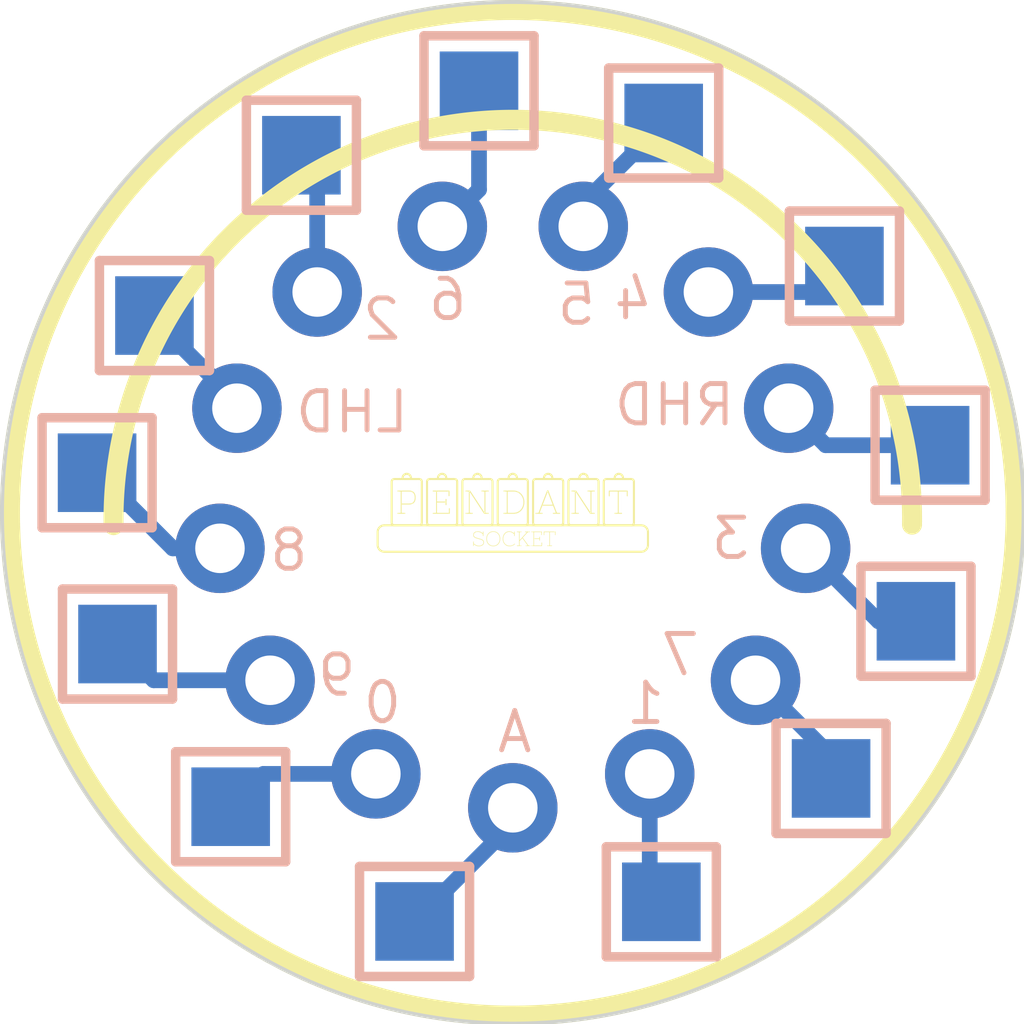
<source format=kicad_pcb>
(kicad_pcb (version 20241129) (generator "pcbnew") (generator_version "8.99")
  (layers (0 "F.Cu" signal) (2 "B.Cu" signal) (13 "F.Paste" user) (15 "B.Paste" user) (5 "F.SilkS" user "F.Silkscreen") (7 "B.SilkS" user "B.Silkscreen") (1 "F.Mask" user) (3 "B.Mask" user) (25 "Edge.Cuts" user))
  (net 0 "")
  (net 1 "Net-(N1-Pad3)")
  (net 2 "Net-(N1-Pad8)")
  (net 3 "Net-(N1-Pad2)")
  (net 4 "Net-(N1-PadLHDP)")
  (net 5 "Net-(N1-Pad9)")
  (net 6 "Net-(N1-PadA)")
  (net 7 "Net-(N1-PadRHDP)")
  (net 8 "Net-(N1-Pad0)")
  (net 9 "Net-(N1-Pad4)")
  (net 10 "Net-(N1-Pad7)")
  (net 11 "Net-(N1-Pad5)")
  (net 12 "Net-(N1-Pad6)")
  (net 13 "Net-(N1-Pad1)")
  (footprint "nixies-us:nixies-us-IN-16" (layer "F.Cu") (at 0 0)
    (property "Reference" "N1" (hide yes))
    (property "Value" "IN-16" (hide yes))
  )
  (footprint "TestPoint:TestPoint_Pad_1.0x1.0mm" (layer "B.Cu") (at -2.69 -4.55)
    (property "Reference" "TP2" (hide yes))
    (property "Value" "TestPoint" (hide yes))
  )
  (footprint "TestPoint:TestPoint_Pad_1.0x1.0mm" (layer "B.Cu") (at -5.29 -0.51)
    (property "Reference" "TP8" (hide yes))
    (property "Value" "TestPoint" (hide yes))
  )
  (footprint "TestPoint:TestPoint_Pad_1.0x1.0mm" (layer "B.Cu") (at 4.22 -3.14)
    (property "Reference" "TP4" (hide yes))
    (property "Value" "TestPoint" (hide yes))
  )
  (footprint "TestPoint:TestPoint_Pad_1.0x1.0mm" (layer "B.Cu") (at 4.05 3.38)
    (property "Reference" "TP7" (hide yes))
    (property "Value" "TestPoint" (hide yes))
  )
  (footprint "TestPoint:TestPoint_Pad_1.0x1.0mm" (layer "B.Cu") (at 5.13 1.38)
    (property "Reference" "TP3" (hide yes))
    (property "Value" "TestPoint" (hide yes))
  )
  (footprint "TestPoint:TestPoint_Pad_1.0x1.0mm" (layer "B.Cu") (at -0.43 -5.37)
    (property "Reference" "TP6" (hide yes))
    (property "Value" "TestPoint" (hide yes))
  )
  (footprint "TestPoint:TestPoint_Pad_1.0x1.0mm" (layer "B.Cu") (at 5.31 -0.86)
    (property "Reference" "TP13" (hide yes))
    (property "Value" "TestPoint" (hide yes))
  )
  (footprint "TestPoint:TestPoint_Pad_1.0x1.0mm" (layer "B.Cu") (at 1.89 4.95)
    (property "Reference" "TP1" (hide yes))
    (property "Value" "TestPoint" (hide yes))
  )
  (footprint "TestPoint:TestPoint_Pad_1.0x1.0mm" (layer "B.Cu") (at -1.25 5.2)
    (property "Reference" "TP12" (hide yes))
    (property "Value" "TestPoint" (hide yes))
  )
  (footprint "TestPoint:TestPoint_Pad_1.0x1.0mm" (layer "B.Cu") (at 1.92 -4.96)
    (property "Reference" "TP5" (hide yes))
    (property "Value" "TestPoint" (hide yes))
  )
  (footprint "TestPoint:TestPoint_Pad_1.0x1.0mm" (layer "B.Cu") (at -3.59 3.74)
    (property "Reference" "TP10" (hide yes))
    (property "Value" "TestPoint" (hide yes))
  )
  (footprint "TestPoint:TestPoint_Pad_1.0x1.0mm" (layer "B.Cu") (at -5.03 1.67)
    (property "Reference" "TP9" (hide yes))
    (property "Value" "TestPoint" (hide yes))
  )
  (footprint "TestPoint:TestPoint_Pad_1.0x1.0mm" (layer "B.Cu") (at -4.56 -2.51)
    (property "Reference" "TP11" (hide yes))
    (property "Value" "TestPoint" (hide yes))
  )
  (gr_poly (pts (xy 0.106601 0.238129) (xy 0.106837 0.23814) (xy 0.107066 0.23816) (xy 0.107287 0.238187) (xy 0.1075 0.238222) (xy 0.107705 0.238264) (xy 0.107903 0.238315) (xy 0.108093 0.238373) (xy 0.108275 0.238439) (xy 0.108449 0.238512) (xy 0.108616 0.238594) (xy 0.108775 0.238683) (xy 0.108926 0.23878) (xy 0.109069 0.238885) (xy 0.109205 0.238997) (xy 0.109333 0.239117) (xy 0.109453 0.239245) (xy 0.109566 0.239381) (xy 0.10967 0.239524) (xy 0.109767 0.239675) (xy 0.109856 0.239834) (xy 0.109938 0.240001) (xy 0.110011 0.240175) (xy 0.110077 0.240357) (xy 0.110135 0.240547) (xy 0.110186 0.240745) (xy 0.110228 0.24095) (xy 0.110263 0.241163) (xy 0.11029 0.241384) (xy 0.11031 0.241613) (xy 0.110321 0.241849) (xy 0.110325 0.242094) (xy 0.110321 0.242338) (xy 0.11031 0.242574) (xy 0.11029 0.242803) (xy 0.110263 0.243024) (xy 0.110228 0.243237) (xy 0.110186 0.243442) (xy 0.110135 0.24364) (xy 0.110077 0.24383) (xy 0.110011 0.244012) (xy 0.109938 0.244187) (xy 0.109856 0.244353) (xy 0.109767 0.244512) (xy 0.10967 0.244663) (xy 0.109566 0.244807) (xy 0.109453 0.244942) (xy 0.109333 0.24507) (xy 0.109205 0.24519) (xy 0.109069 0.245303) (xy 0.108926 0.245407) (xy 0.108775 0.245504) (xy 0.108616 0.245593) (xy 0.108449 0.245675) (xy 0.108275 0.245748) (xy 0.108093 0.245814) (xy 0.107903 0.245872) (xy 0.107705 0.245923) (xy 0.1075 0.245965) (xy 0.107287 0.246) (xy 0.107066 0.246027) (xy 0.106837 0.246047) (xy 0.106601 0.246058) (xy 0.106356 0.246062) (xy 0.090481 0.246062) (xy 0.090237 0.246066) (xy 0.090001 0.246078) (xy 0.089772 0.246097) (xy 0.089551 0.246124) (xy 0.089338 0.246159) (xy 0.089133 0.246202) (xy 0.088935 0.246252) (xy 0.088745 0.24631) (xy 0.088563 0.246376) (xy 0.088389 0.24645) (xy 0.088222 0.246531) (xy 0.088063 0.24662) (xy 0.087912 0.246717) (xy 0.087768 0.246822) (xy 0.087633 0.246934) (xy 0.087505 0.247055) (xy 0.087385 0.247182) (xy 0.087272 0.247318) (xy 0.087168 0.247462) (xy 0.087071 0.247613) (xy 0.086982 0.247772) (xy 0.0869 0.247938) (xy 0.086827 0.248113) (xy 0.086761 0.248295) (xy 0.086703 0.248485) (xy 0.086652 0.248682) (xy 0.08661 0.248888) (xy 0.086575 0.249101) (xy 0.086548 0.249322) (xy 0.086528 0.249551) (xy 0.086517 0.249787) (xy 0.086513 0.250031) (xy 0.086513 0.347927) (xy 0.176471 0.250031) (xy 0.176661 0.249866) (xy 0.176835 0.249701) (xy 0.176992 0.249536) (xy 0.177132 0.24937) (xy 0.177256 0.249205) (xy 0.177363 0.249039) (xy 0.177411 0.248957) (xy 0.177454 0.248874) (xy 0.177493 0.248791) (xy 0.177529 0.248708) (xy 0.17756 0.248625) (xy 0.177586 0.248543) (xy 0.177609 0.24846) (xy 0.177628 0.248377) (xy 0.177642 0.248294) (xy 0.177652 0.248212) (xy 0.177659 0.248129) (xy 0.177661 0.248046) (xy 0.177659 0.247963) (xy 0.177653 0.247881) (xy 0.177642 0.247798) (xy 0.177628 0.247715) (xy 0.177609 0.247633) (xy 0.177587 0.24755) (xy 0.17756 0.247468) (xy 0.177529 0.247385) (xy 0.177511 0.247304) (xy 0.177489 0.247225) (xy 0.177463 0.247149) (xy 0.177434 0.247076) (xy 0.177401 0.247005) (xy 0.177364 0.246937) (xy 0.177324 0.246871) (xy 0.17728 0.246807) (xy 0.177233 0.246747) (xy 0.177182 0.246689) (xy 0.177127 0.246633) (xy 0.177069 0.24658) (xy 0.177007 0.24653) (xy 0.176942 0.246482) (xy 0.176873 0.246437) (xy 0.1768 0.246394) (xy 0.176724 0.246354) (xy 0.176644 0.246316) (xy 0.176561 0.246281) (xy 0.176474 0.246249) (xy 0.176383 0.246219) (xy 0.176289 0.246192) (xy 0.176191 0.246167) (xy 0.176089 0.246145) (xy 0.175984 0.246126) (xy 0.175876 0.246109) (xy 0.175763 0.246095) (xy 0.175648 0.246083) (xy 0.175528 0.246074) (xy 0.175405 0.246068) (xy 0.175278 0.246064) (xy 0.175148 0.246062) (xy 0.15795 0.246062) (xy 0.157706 0.246058) (xy 0.15747 0.246047) (xy 0.157241 0.246027) (xy 0.15702 0.246) (xy 0.156807 0.245965) (xy 0.156601 0.245923) (xy 0.156404 0.245872) (xy 0.156214 0.245814) (xy 0.156032 0.245748) (xy 0.155857 0.245675) (xy 0.155691 0.245593) (xy 0.155532 0.245504) (xy 0.155381 0.245407) (xy 0.155237 0.245303) (xy 0.155102 0.24519) (xy 0.154974 0.24507) (xy 0.154853 0.244942) (xy 0.154741 0.244807) (xy 0.154636 0.244663) (xy 0.15454 0.244512) (xy 0.15445 0.244353) (xy 0.154369 0.244187) (xy 0.154295 0.244012) (xy 0.154229 0.24383) (xy 0.154171 0.24364) (xy 0.154121 0.243442) (xy 0.154078 0.243237) (xy 0.154043 0.243024) (xy 0.154016 0.242803) (xy 0.153997 0.242574) (xy 0.153985 0.242338) (xy 0.153981 0.242094) (xy 0.153985 0.241849) (xy 0.153997 0.241613) (xy 0.154016 0.241384) (xy 0.154043 0.241163) (xy 0.154078 0.24095) (xy 0.154121 0.240745) (xy 0.154171 0.240547) (xy 0.154229 0.240357) (xy 0.154295 0.240175) (xy 0.154369 0.240001) (xy 0.15445 0.239834) (xy 0.15454 0.239675) (xy 0.154636 0.239524) (xy 0.154741 0.239381) (xy 0.154853 0.239245) (xy 0.154974 0.239117) (xy 0.155102 0.238997) (xy 0.155237 0.238885) (xy 0.155381 0.23878) (xy 0.155532 0.238683) (xy 0.155691 0.238594) (xy 0.155857 0.238512) (xy 0.156032 0.238439) (xy 0.156214 0.238373) (xy 0.156404 0.238315) (xy 0.156601 0.238264) (xy 0.156807 0.238222) (xy 0.15702 0.238187) (xy 0.157241 0.23816) (xy 0.15747 0.23814) (xy 0.157706 0.238129) (xy 0.15795 0.238125) (xy 0.21219 0.238125) (xy 0.212434 0.238129) (xy 0.21267 0.23814) (xy 0.212899 0.23816) (xy 0.21312 0.238187) (xy 0.213333 0.238222) (xy 0.213539 0.238264) (xy 0.213736 0.238315) (xy 0.213926 0.238373) (xy 0.214108 0.238439) (xy 0.214283 0.238512) (xy 0.214449 0.238594) (xy 0.214608 0.238683) (xy 0.214759 0.23878) (xy 0.214903 0.238885) (xy 0.215038 0.238997) (xy 0.215166 0.239117) (xy 0.215286 0.239245) (xy 0.215399 0.239381) (xy 0.215504 0.239524) (xy 0.2156 0.239675) (xy 0.21569 0.239834) (xy 0.215771 0.240001) (xy 0.215845 0.240175) (xy 0.21591 0.240357) (xy 0.215969 0.240547) (xy 0.216019 0.240745) (xy 0.216062 0.24095) (xy 0.216097 0.241163) (xy 0.216124 0.241384) (xy 0.216143 0.241613) (xy 0.216155 0.241849) (xy 0.216159 0.242094) (xy 0.216155 0.242338) (xy 0.216143 0.242574) (xy 0.216124 0.242803) (xy 0.216097 0.243024) (xy 0.216062 0.243237) (xy 0.216019 0.243442) (xy 0.215969 0.24364) (xy 0.21591 0.24383) (xy 0.215845 0.244012) (xy 0.215771 0.244187) (xy 0.21569 0.244353) (xy 0.2156 0.244512) (xy 0.215504 0.244663) (xy 0.215399 0.244807) (xy 0.215286 0.244942) (xy 0.215166 0.24507) (xy 0.215038 0.24519) (xy 0.214903 0.245303) (xy 0.214759 0.245407) (xy 0.214608 0.245504) (xy 0.214449 0.245593) (xy 0.214283 0.245675) (xy 0.214108 0.245748) (xy 0.213926 0.245814) (xy 0.213736 0.245872) (xy 0.213539 0.245923) (xy 0.213333 0.245965) (xy 0.21312 0.246) (xy 0.212899 0.246027) (xy 0.21267 0.246047) (xy 0.212434 0.246058) (xy 0.21219 0.246062) (xy 0.195256 0.246062) (xy 0.194889 0.246078) (xy 0.194513 0.246124) (xy 0.194129 0.246202) (xy 0.193736 0.24631) (xy 0.193335 0.24645) (xy 0.192926 0.24662) (xy 0.192508 0.246822) (xy 0.192082 0.247055) (xy 0.191648 0.247318) (xy 0.191206 0.247613) (xy 0.190755 0.247938) (xy 0.190296 0.248295) (xy 0.189829 0.248682) (xy 0.189353 0.249101) (xy 0.188869 0.249551) (xy 0.188377 0.250031) (xy 0.127259 0.316442) (xy 0.196315 0.411427) (xy 0.196744 0.411908) (xy 0.197171 0.412357) (xy 0.197596 0.412776) (xy 0.198019 0.413163) (xy 0.19844 0.41352) (xy 0.198858 0.413845) (xy 0.199275 0.41414) (xy 0.199689 0.414404) (xy 0.200101 0.414636) (xy 0.200511 0.414838) (xy 0.20092 0.415008) (xy 0.201326 0.415148) (xy 0.20173 0.415256) (xy 0.202132 0.415334) (xy 0.202531 0.41538) (xy 0.202929 0.415396) (xy 0.220127 0.415396) (xy 0.220371 0.4154) (xy 0.220608 0.415411) (xy 0.220836 0.415431) (xy 0.221057 0.415458) (xy 0.221271 0.415493) (xy 0.221476 0.415535) (xy 0.221674 0.415586) (xy 0.221864 0.415644) (xy 0.222046 0.41571) (xy 0.22222 0.415783) (xy 0.222387 0.415865) (xy 0.222546 0.415954) (xy 0.222697 0.416051) (xy 0.22284 0.416155) (xy 0.222976 0.416268) (xy 0.223104 0.416388) (xy 0.223224 0.416516) (xy 0.223336 0.416651) (xy 0.223441 0.416795) (xy 0.223538 0.416946) (xy 0.223627 0.417105) (xy 0.223708 0.417272) (xy 0.223782 0.417446) (xy 0.223848 0.417628) (xy 0.223906 0.417818) (xy 0.223956 0.418016) (xy 0.223999 0.418221) (xy 0.224034 0.418434) (xy 0.224061 0.418655) (xy 0.22408 0.418884) (xy 0.224092 0.41912) (xy 0.224096 0.419364) (xy 0.224092 0.419609) (xy 0.22408 0.419845) (xy 0.224061 0.420074) (xy 0.224034 0.420295) (xy 0.223999 0.420508) (xy 0.223956 0.420713) (xy 0.223906 0.420911) (xy 0.223848 0.421101) (xy 0.223782 0.421283) (xy 0.223708 0.421457) (xy 0.223627 0.421624) (xy 0.223538 0.421783) (xy 0.223441 0.421934) (xy 0.223336 0.422077) (xy 0.223224 0.422213) (xy 0.223104 0.422341) (xy 0.222976 0.422461) (xy 0.22284 0.422574) (xy 0.222697 0.422678) (xy 0.222546 0.422775) (xy 0.222387 0.422864) (xy 0.22222 0.422946) (xy 0.222046 0.423019) (xy 0.221864 0.423085) (xy 0.221674 0.423143) (xy 0.221476 0.423194) (xy 0.221271 0.423236) (xy 0.221057 0.423271) (xy 0.220836 0.423298) (xy 0.220608 0.423318) (xy 0.220371 0.423329) (xy 0.220127 0.423333) (xy 0.167211 0.423333) (xy 0.166966 0.423329) (xy 0.16673 0.423318) (xy 0.166501 0.423298) (xy 0.16628 0.423271) (xy 0.166067 0.423236) (xy 0.165862 0.423194) (xy 0.165664 0.423143) (xy 0.165474 0.423085) (xy 0.165292 0.423019) (xy 0.165118 0.422946) (xy 0.164951 0.422864) (xy 0.164792 0.422775) (xy 0.164641 0.422678) (xy 0.164498 0.422574) (xy 0.164362 0.422461) (xy 0.164234 0.422341) (xy 0.164114 0.422213) (xy 0.164001 0.422077) (xy 0.163897 0.421934) (xy 0.1638 0.421783) (xy 0.163711 0.421624) (xy 0.163629 0.421457) (xy 0.163556 0.421283) (xy 0.16349 0.421101) (xy 0.163432 0.420911) (xy 0.163381 0.420713) (xy 0.163339 0.420508) (xy 0.163304 0.420295) (xy 0.163277 0.420074) (xy 0.163257 0.419845) (xy 0.163246 0.419609) (xy 0.163242 0.419364) (xy 0.163246 0.41912) (xy 0.163257 0.418884) (xy 0.163277 0.418655) (xy 0.163304 0.418434) (xy 0.163339 0.418221) (xy 0.163381 0.418016) (xy 0.163432 0.417818) (xy 0.16349 0.417628) (xy 0.163556 0.417446) (xy 0.163629 0.417272) (xy 0.163711 0.417105) (xy 0.1638 0.416946) (xy 0.163897 0.416795) (xy 0.164001 0.416651) (xy 0.164114 0.416516) (xy 0.164234 0.416388) (xy 0.164362 0.416268) (xy 0.164498 0.416155) (xy 0.164641 0.416051) (xy 0.164792 0.415954) (xy 0.164951 0.415865) (xy 0.165118 0.415783) (xy 0.165292 0.41571) (xy 0.165474 0.415644) (xy 0.165664 0.415586) (xy 0.165862 0.415535) (xy 0.166067 0.415493) (xy 0.16628 0.415458) (xy 0.166501 0.415431) (xy 0.16673 0.415411) (xy 0.166966 0.4154) (xy 0.167211 0.415396) (xy 0.184409 0.415396) (xy 0.184698 0.415392) (xy 0.184972 0.41538) (xy 0.18523 0.415361) (xy 0.185471 0.415334) (xy 0.185697 0.415299) (xy 0.185906 0.415256) (xy 0.1861 0.415206) (xy 0.186278 0.415148) (xy 0.186439 0.415082) (xy 0.186585 0.415008) (xy 0.186714 0.414927) (xy 0.186828 0.414838) (xy 0.186925 0.414741) (xy 0.187007 0.414636) (xy 0.187072 0.414524) (xy 0.187121 0.414404) (xy 0.187155 0.414276) (xy 0.187172 0.41414) (xy 0.187173 0.413997) (xy 0.187159 0.413845) (xy 0.187128 0.413687) (xy 0.187081 0.41352) (xy 0.187018 0.413345) (xy 0.18694 0.413163) (xy 0.186845 0.412973) (xy 0.186734 0.412776) (xy 0.186607 0.41257) (xy 0.186464 0.412357) (xy 0.186305 0.412136) (xy 0.18613 0.411908) (xy 0.185939 0.411671) (xy 0.185732 0.411427) (xy 0.121438 0.322792) (xy 0.086513 0.360892) (xy 0.086513 0.411427) (xy 0.086517 0.411671) (xy 0.086528 0.411908) (xy 0.086548 0.412136) (xy 0.086575 0.412357) (xy 0.08661 0.41257) (xy 0.086652 0.412776) (xy 0.086703 0.412973) (xy 0.086761 0.413163) (xy 0.086827 0.413345) (xy 0.0869 0.41352) (xy 0.086982 0.413687) (xy 0.087071 0.413845) (xy 0.087168 0.413997) (xy 0.087272 0.41414) (xy 0.087385 0.414276) (xy 0.087505 0.414404) (xy 0.087633 0.414524) (xy 0.087768 0.414636) (xy 0.087912 0.414741) (xy 0.088063 0.414838) (xy 0.088222 0.414927) (xy 0.088389 0.415008) (xy 0.088563 0.415082) (xy 0.088745 0.415148) (xy 0.088935 0.415206) (xy 0.089133 0.415256) (xy 0.089338 0.415299) (xy 0.089551 0.415334) (xy 0.089772 0.415361) (xy 0.090001 0.41538) (xy 0.090237 0.415392) (xy 0.090481 0.415396) (xy 0.106356 0.415396) (xy 0.106601 0.4154) (xy 0.106837 0.415411) (xy 0.107066 0.415431) (xy 0.107287 0.415458) (xy 0.1075 0.415493) (xy 0.107705 0.415535) (xy 0.107903 0.415586) (xy 0.108093 0.415644) (xy 0.108275 0.41571) (xy 0.108449 0.415783) (xy 0.108616 0.415865) (xy 0.108775 0.415954) (xy 0.108926 0.416051) (xy 0.109069 0.416155) (xy 0.109205 0.416268) (xy 0.109333 0.416388) (xy 0.109453 0.416516) (xy 0.109566 0.416651) (xy 0.10967 0.416795) (xy 0.109767 0.416946) (xy 0.109856 0.417105) (xy 0.109938 0.417272) (xy 0.110011 0.417446) (xy 0.110077 0.417628) (xy 0.110135 0.417818) (xy 0.110186 0.418016) (xy 0.110228 0.418221) (xy 0.110263 0.418434) (xy 0.11029 0.418655) (xy 0.11031 0.418884) (xy 0.110321 0.41912) (xy 0.110325 0.419364) (xy 0.110321 0.419609) (xy 0.11031 0.419845) (xy 0.11029 0.420074) (xy 0.110263 0.420295) (xy 0.110228 0.420508) (xy 0.110186 0.420713) (xy 0.110135 0.420911) (xy 0.110077 0.421101) (xy 0.110011 0.421283) (xy 0.109938 0.421457) (xy 0.109856 0.421624) (xy 0.109767 0.421783) (xy 0.10967 0.421934) (xy 0.109566 0.422077) (xy 0.109453 0.422213) (xy 0.109333 0.422341) (xy 0.109205 0.422461) (xy 0.109069 0.422574) (xy 0.108926 0.422678) (xy 0.108775 0.422775) (xy 0.108616 0.422864) (xy 0.108449 0.422946) (xy 0.108275 0.423019) (xy 0.108093 0.423085) (xy 0.107903 0.423143) (xy 0.107705 0.423194) (xy 0.1075 0.423236) (xy 0.107287 0.423271) (xy 0.107066 0.423298) (xy 0.106837 0.423318) (xy 0.106601 0.423329) (xy 0.106356 0.423333) (xy 0.056086 0.423333) (xy 0.055841 0.423329) (xy 0.055605 0.423318) (xy 0.055376 0.423298) (xy 0.055155 0.423271) (xy 0.054942 0.423236) (xy 0.054737 0.423194) (xy 0.054539 0.423143) (xy 0.054349 0.423085) (xy 0.054167 0.423019) (xy 0.053993 0.422946) (xy 0.053826 0.422864) (xy 0.053667 0.422775) (xy 0.053516 0.422678) (xy 0.053373 0.422574) (xy 0.053237 0.422461) (xy 0.053109 0.422341) (xy 0.052989 0.422213) (xy 0.052877 0.422077) (xy 0.052772 0.421934) (xy 0.052675 0.421783) (xy 0.052586 0.421624) (xy 0.052504 0.421457) (xy 0.052431 0.421283) (xy 0.052365 0.421101) (xy 0.052307 0.420911) (xy 0.052256 0.420713) (xy 0.052214 0.420508) (xy 0.052179 0.420295) (xy 0.052152 0.420074) (xy 0.052132 0.419845) (xy 0.052121 0.419609) (xy 0.052117 0.419364) (xy 0.052121 0.41912) (xy 0.052132 0.418884) (xy 0.052152 0.418655) (xy 0.052179 0.418434) (xy 0.052214 0.418221) (xy 0.052256 0.418016) (xy 0.052307 0.417818) (xy 0.052365 0.417628) (xy 0.052431 0.417446) (xy 0.052504 0.417272) (xy 0.052586 0.417105) (xy 0.052675 0.416946) (xy 0.052772 0.416795) (xy 0.052877 0.416651) (xy 0.052989 0.416516) (xy 0.053109 0.416388) (xy 0.053237 0.416268) (xy 0.053373 0.416155) (xy 0.053516 0.416051) (xy 0.053667 0.415954) (xy 0.053826 0.415865) (xy 0.053993 0.415783) (xy 0.054167 0.41571) (xy 0.054349 0.415644) (xy 0.054539 0.415586) (xy 0.054737 0.415535) (xy 0.054942 0.415493) (xy 0.055155 0.415458) (xy 0.055376 0.415431) (xy 0.055605 0.415411) (xy 0.055841 0.4154) (xy 0.056086 0.415396) (xy 0.074606 0.415396) (xy 0.074851 0.415392) (xy 0.075087 0.41538) (xy 0.075316 0.415361) (xy 0.075537 0.415334) (xy 0.07575 0.415299) (xy 0.075955 0.415256) (xy 0.076153 0.415206) (xy 0.076343 0.415148) (xy 0.076525 0.415082) (xy 0.076699 0.415008) (xy 0.076866 0.414927) (xy 0.077025 0.414838) (xy 0.077176 0.414741) (xy 0.077319 0.414636) (xy 0.077455 0.414524) (xy 0.077583 0.414404) (xy 0.077703 0.414276) (xy 0.077816 0.41414) (xy 0.07792 0.413997) (xy 0.078017 0.413845) (xy 0.078106 0.413687) (xy 0.078188 0.41352) (xy 0.078261 0.413345) (xy 0.078327 0.413163) (xy 0.078385 0.412973) (xy 0.078436 0.412776) (xy 0.078478 0.41257) (xy 0.078513 0.412357) (xy 0.07854 0.412136) (xy 0.07856 0.411908) (xy 0.078571 0.411671) (xy 0.078575 0.411427) (xy 0.078575 0.250031) (xy 0.078571 0.249787) (xy 0.07856 0.249551) (xy 0.07854 0.249322) (xy 0.078513 0.249101) (xy 0.078478 0.248888) (xy 0.078436 0.248682) (xy 0.078385 0.248485) (xy 0.078327 0.248295) (xy 0.078261 0.248113) (xy 0.078188 0.247938) (xy 0.078106 0.247772) (xy 0.078017 0.247613) (xy 0.07792 0.247462) (xy 0.077816 0.247318) (xy 0.077703 0.247182) (xy 0.077583 0.247055) (xy 0.077455 0.246934) (xy 0.077319 0.246822) (xy 0.077176 0.246717) (xy 0.077025 0.24662) (xy 0.076866 0.246531) (xy 0.076699 0.24645) (xy 0.076525 0.246376) (xy 0.076343 0.24631) (xy 0.076153 0.246252) (xy 0.075955 0.246202) (xy 0.07575 0.246159) (xy 0.075537 0.246124) (xy 0.075316 0.246097) (xy 0.075087 0.246078) (xy 0.074851 0.246066) (xy 0.074606 0.246062) (xy 0.056086 0.246062) (xy 0.055841 0.246058) (xy 0.055605 0.246047) (xy 0.055376 0.246027) (xy 0.055155 0.246) (xy 0.054942 0.245965) (xy 0.054737 0.245923) (xy 0.054539 0.245872) (xy 0.054349 0.245814) (xy 0.054167 0.245748) (xy 0.053993 0.245675) (xy 0.053826 0.245593) (xy 0.053667 0.245504) (xy 0.053516 0.245407) (xy 0.053373 0.245303) (xy 0.053237 0.24519) (xy 0.053109 0.24507) (xy 0.052989 0.244942) (xy 0.052877 0.244807) (xy 0.052772 0.244663) (xy 0.052675 0.244512) (xy 0.052586 0.244353) (xy 0.052504 0.244187) (xy 0.052431 0.244012) (xy 0.052365 0.24383) (xy 0.052307 0.24364) (xy 0.052256 0.243442) (xy 0.052214 0.243237) (xy 0.052179 0.243024) (xy 0.052152 0.242803) (xy 0.052132 0.242574) (xy 0.052121 0.242338) (xy 0.052117 0.242094) (xy 0.052121 0.241849) (xy 0.052132 0.241613) (xy 0.052152 0.241384) (xy 0.052179 0.241163) (xy 0.052214 0.24095) (xy 0.052256 0.240745) (xy 0.052307 0.240547) (xy 0.052365 0.240357) (xy 0.052431 0.240175) (xy 0.052504 0.240001) (xy 0.052586 0.239834) (xy 0.052675 0.239675) (xy 0.052772 0.239524) (xy 0.052877 0.239381) (xy 0.052989 0.239245) (xy 0.053109 0.239117) (xy 0.053237 0.238997) (xy 0.053373 0.238885) (xy 0.053516 0.23878) (xy 0.053667 0.238683) (xy 0.053826 0.238594) (xy 0.053993 0.238512) (xy 0.054167 0.238439) (xy 0.054349 0.238373) (xy 0.054539 0.238315) (xy 0.054737 0.238264) (xy 0.054942 0.238222) (xy 0.055155 0.238187) (xy 0.055376 0.23816) (xy 0.055605 0.23814) (xy 0.055841 0.238129) (xy 0.056086 0.238125) (xy 0.106356 0.238125)) (stroke (width -0.000001)) (fill yes) (layer "F.SilkS"))
  (gr_poly (pts (xy -0.811192 -0.283098) (xy -0.810813 -0.283079) (xy -0.810448 -0.283048) (xy -0.810094 -0.283005) (xy -0.809753 -0.282949) (xy -0.809424 -0.282881) (xy -0.809108 -0.2828) (xy -0.808804 -0.282707) (xy -0.808513 -0.282602) (xy -0.808234 -0.282484) (xy -0.807967 -0.282354) (xy -0.807713 -0.282211) (xy -0.807471 -0.282056) (xy -0.807241 -0.281889) (xy -0.807024 -0.281709) (xy -0.80682 -0.281517) (xy -0.806628 -0.281312) (xy -0.806448 -0.281095) (xy -0.80628 -0.280866) (xy -0.806125 -0.280624) (xy -0.805983 -0.28037) (xy -0.805852 -0.280103) (xy -0.805735 -0.279824) (xy -0.805629 -0.279532) (xy -0.805536 -0.279229) (xy -0.805456 -0.278912) (xy -0.805387 -0.278584) (xy -0.805332 -0.278243) (xy -0.805288 -0.277889) (xy -0.805257 -0.277523) (xy -0.805238 -0.277145) (xy -0.805232 -0.276754) (xy -0.805232 -0.217488) (xy -0.805238 -0.217097) (xy -0.805257 -0.216719) (xy -0.805288 -0.216353) (xy -0.805332 -0.215999) (xy -0.805387 -0.215658) (xy -0.805456 -0.21533) (xy -0.805536 -0.215013) (xy -0.805629 -0.214709) (xy -0.805735 -0.214418) (xy -0.805852 -0.214139) (xy -0.805983 -0.213872) (xy -0.806125 -0.213618) (xy -0.80628 -0.213376) (xy -0.806448 -0.213147) (xy -0.806628 -0.21293) (xy -0.80682 -0.212725) (xy -0.807024 -0.212533) (xy -0.807241 -0.212353) (xy -0.807471 -0.212186) (xy -0.807713 -0.212031) (xy -0.807967 -0.211888) (xy -0.808234 -0.211758) (xy -0.808513 -0.21164) (xy -0.808804 -0.211534) (xy -0.809108 -0.211441) (xy -0.809424 -0.211361) (xy -0.809753 -0.211293) (xy -0.810094 -0.211237) (xy -0.810448 -0.211193) (xy -0.810813 -0.211162) (xy -0.811192 -0.211144) (xy -0.811582 -0.211138) (xy -0.811973 -0.211144) (xy -0.812351 -0.211162) (xy -0.812717 -0.211193) (xy -0.813071 -0.211237) (xy -0.813412 -0.211293) (xy -0.81374 -0.211361) (xy -0.814057 -0.211441) (xy -0.81436 -0.211534) (xy -0.814652 -0.21164) (xy -0.814931 -0.211758) (xy -0.815198 -0.211888) (xy -0.815452 -0.212031) (xy -0.815694 -0.212186) (xy -0.815923 -0.212353) (xy -0.81614 -0.212533) (xy -0.816345 -0.212725) (xy -0.816537 -0.21293) (xy -0.816717 -0.213147) (xy -0.816884 -0.213376) (xy -0.817039 -0.213618) (xy -0.817182 -0.213872) (xy -0.817312 -0.214139) (xy -0.81743 -0.214418) (xy -0.817535 -0.214709) (xy -0.817629 -0.215013) (xy -0.817709 -0.21533) (xy -0.817777 -0.215658) (xy -0.817833 -0.215999) (xy -0.817877 -0.216353) (xy -0.817908 -0.216719) (xy -0.817926 -0.217097) (xy -0.817932 -0.217488) (xy -0.817932 -0.264054) (xy -0.817939 -0.264445) (xy -0.817957 -0.264823) (xy -0.817988 -0.265189) (xy -0.818032 -0.265543) (xy -0.818087 -0.265884) (xy -0.818156 -0.266212) (xy -0.818236 -0.266529) (xy -0.818329 -0.266832) (xy -0.818435 -0.267124) (xy -0.818552 -0.267403) (xy -0.818683 -0.26767) (xy -0.818825 -0.267924) (xy -0.81898 -0.268166) (xy -0.819148 -0.268395) (xy -0.819328 -0.268612) (xy -0.81952 -0.268817) (xy -0.819724 -0.269009) (xy -0.819942 -0.269189) (xy -0.820171 -0.269356) (xy -0.820413 -0.269511) (xy -0.820667 -0.269654) (xy -0.820934 -0.269784) (xy -0.821213 -0.269902) (xy -0.821504 -0.270007) (xy -0.821808 -0.2701) (xy -0.822124 -0.270181) (xy -0.822453 -0.270249) (xy -0.822794 -0.270305) (xy -0.823147 -0.270348) (xy -0.823513 -0.270379) (xy -0.823892 -0.270398) (xy -0.824282 -0.270404) (xy -0.957632 -0.270404) (xy -0.958023 -0.270398) (xy -0.958401 -0.270379) (xy -0.958767 -0.270348) (xy -0.959121 -0.270305) (xy -0.959462 -0.270249) (xy -0.95979 -0.270181) (xy -0.960107 -0.2701) (xy -0.96041 -0.270007) (xy -0.960702 -0.269902) (xy -0.960981 -0.269784) (xy -0.961248 -0.269654) (xy -0.961502 -0.269511) (xy -0.961744 -0.269356) (xy -0.961973 -0.269189) (xy -0.96219 -0.269009) (xy -0.962395 -0.268817) (xy -0.962587 -0.268612) (xy -0.962767 -0.268395) (xy -0.962934 -0.268166) (xy -0.963089 -0.267924) (xy -0.963232 -0.26767) (xy -0.963362 -0.267403) (xy -0.96348 -0.267124) (xy -0.963585 -0.266832) (xy -0.963678 -0.266529) (xy -0.963759 -0.266212) (xy -0.963827 -0.265884) (xy -0.963883 -0.265543) (xy -0.963926 -0.265189) (xy -0.963957 -0.264823) (xy -0.963976 -0.264445) (xy -0.963982 -0.264054) (xy -0.963982 -0.149754) (xy -0.963976 -0.149364) (xy -0.963957 -0.148985) (xy -0.963926 -0.148619) (xy -0.963883 -0.148266) (xy -0.963827 -0.147925) (xy -0.963759 -0.147596) (xy -0.963678 -0.14728) (xy -0.963585 -0.146976) (xy -0.96348 -0.146685) (xy -0.963362 -0.146406) (xy -0.963232 -0.146139) (xy -0.963089 -0.145885) (xy -0.962934 -0.145643) (xy -0.962767 -0.145413) (xy -0.962587 -0.145196) (xy -0.962395 -0.144992) (xy -0.96219 -0.1448) (xy -0.961973 -0.14462) (xy -0.961744 -0.144452) (xy -0.961502 -0.144297) (xy -0.961248 -0.144155) (xy -0.960981 -0.144024) (xy -0.960702 -0.143907) (xy -0.96041 -0.143801) (xy -0.960107 -0.143708) (xy -0.95979 -0.143628) (xy -0.959462 -0.143559) (xy -0.959121 -0.143503) (xy -0.958767 -0.14346) (xy -0.958401 -0.143429) (xy -0.958023 -0.14341) (xy -0.957632 -0.143404) (xy -0.862382 -0.143404) (xy -0.861992 -0.14341) (xy -0.861613 -0.143429) (xy -0.861248 -0.14346) (xy -0.860894 -0.143503) (xy -0.860553 -0.143559) (xy -0.860224 -0.143628) (xy -0.859908 -0.143708) (xy -0.859604 -0.143801) (xy -0.859313 -0.143907) (xy -0.859034 -0.144024) (xy -0.858767 -0.144155) (xy -0.858513 -0.144297) (xy -0.858271 -0.144452) (xy -0.858041 -0.14462) (xy -0.857824 -0.1448) (xy -0.85762 -0.144992) (xy -0.857428 -0.145196) (xy -0.857248 -0.145413) (xy -0.85708 -0.145643) (xy -0.856925 -0.145885) (xy -0.856783 -0.146139) (xy -0.856652 -0.146406) (xy -0.856535 -0.146685) (xy -0.856429 -0.146976) (xy -0.856336 -0.14728) (xy -0.856256 -0.147596) (xy -0.856187 -0.147925) (xy -0.856132 -0.148266) (xy -0.856088 -0.148619) (xy -0.856057 -0.148985) (xy -0.856039 -0.149364) (xy -0.856032 -0.149754) (xy -0.856032 -0.170921) (xy -0.856026 -0.171312) (xy -0.856008 -0.17169) (xy -0.855977 -0.172056) (xy -0.855933 -0.172409) (xy -0.855877 -0.17275) (xy -0.855809 -0.173079) (xy -0.855728 -0.173395) (xy -0.855635 -0.173699) (xy -0.85553 -0.173991) (xy -0.855412 -0.17427) (xy -0.855282 -0.174536) (xy -0.855139 -0.17479) (xy -0.854984 -0.175032) (xy -0.854817 -0.175262) (xy -0.854637 -0.175479) (xy -0.854445 -0.175683) (xy -0.85424 -0.175876) (xy -0.854023 -0.176056) (xy -0.853794 -0.176223) (xy -0.853552 -0.176378) (xy -0.853298 -0.176521) (xy -0.853031 -0.176651) (xy -0.852752 -0.176769) (xy -0.85246 -0.176874) (xy -0.852157 -0.176967) (xy -0.85184 -0.177048) (xy -0.851512 -0.177116) (xy -0.851171 -0.177172) (xy -0.850817 -0.177215) (xy -0.850451 -0.177246) (xy -0.850073 -0.177265) (xy -0.849682 -0.177271) (xy -0.849292 -0.177265) (xy -0.848913 -0.177246) (xy -0.848547 -0.177215) (xy -0.848194 -0.177172) (xy -0.847853 -0.177116) (xy -0.847524 -0.177048) (xy -0.847208 -0.176967) (xy -0.846904 -0.176874) (xy -0.846613 -0.176769) (xy -0.846334 -0.176651) (xy -0.846067 -0.176521) (xy -0.845813 -0.176378) (xy -0.845571 -0.176223) (xy -0.845341 -0.176056) (xy -0.845124 -0.175876) (xy -0.84492 -0.175683) (xy -0.844728 -0.175479) (xy -0.844548 -0.175262) (xy -0.84438 -0.175032) (xy -0.844225 -0.17479) (xy -0.844083 -0.174536) (xy -0.843952 -0.17427) (xy -0.843835 -0.173991) (xy -0.843729 -0.173699) (xy -0.843636 -0.173395) (xy -0.843556 -0.173079) (xy -0.843487 -0.17275) (xy -0.843432 -0.172409) (xy -0.843388 -0.172056) (xy -0.843357 -0.17169) (xy -0.843339 -0.171312) (xy -0.843332 -0.170921) (xy -0.843332 -0.103188) (xy -0.843339 -0.102797) (xy -0.843357 -0.102419) (xy -0.843388 -0.102053) (xy -0.843432 -0.101699) (xy -0.843487 -0.101358) (xy -0.843556 -0.10103) (xy -0.843636 -0.100713) (xy -0.843729 -0.100409) (xy -0.843835 -0.100118) (xy -0.843952 -0.099839) (xy -0.844083 -0.099572) (xy -0.844225 -0.099318) (xy -0.84438 -0.099076) (xy -0.844548 -0.098847) (xy -0.844728 -0.09863) (xy -0.84492 -0.098425) (xy -0.845124 -0.098233) (xy -0.845341 -0.098053) (xy -0.845571 -0.097886) (xy -0.845813 -0.097731) (xy -0.846067 -0.097588) (xy -0.846334 -0.097458) (xy -0.846613 -0.09734) (xy -0.846904 -0.097234) (xy -0.847208 -0.097141) (xy -0.847524 -0.097061) (xy -0.847853 -0.096993) (xy -0.848194 -0.096937) (xy -0.848547 -0.096893) (xy -0.848913 -0.096862) (xy -0.849292 -0.096844) (xy -0.849682 -0.096838) (xy -0.850073 -0.096844) (xy -0.850451 -0.096862) (xy -0.850817 -0.096893) (xy -0.851171 -0.096937) (xy -0.851512 -0.096993) (xy -0.85184 -0.097061) (xy -0.852157 -0.097141) (xy -0.85246 -0.097234) (xy -0.852752 -0.09734) (xy -0.853031 -0.097458) (xy -0.853298 -0.097588) (xy -0.853552 -0.097731) (xy -0.853794 -0.097886) (xy -0.854023 -0.098053) (xy -0.85424 -0.098233) (xy -0.854445 -0.098425) (xy -0.854637 -0.09863) (xy -0.854817 -0.098847) (xy -0.854984 -0.099076) (xy -0.855139 -0.099318) (xy -0.855282 -0.099572) (xy -0.855412 -0.099839) (xy -0.85553 -0.100118) (xy -0.855635 -0.100409) (xy -0.855728 -0.100713) (xy -0.855809 -0.10103) (xy -0.855877 -0.101358) (xy -0.855933 -0.101699) (xy -0.855977 -0.102053) (xy -0.856008 -0.102419) (xy -0.856026 -0.102797) (xy -0.856032 -0.103188) (xy -0.856032 -0.124354) (xy -0.856039 -0.124745) (xy -0.856057 -0.125123) (xy -0.856088 -0.125489) (xy -0.856132 -0.125843) (xy -0.856187 -0.126184) (xy -0.856256 -0.126512) (xy -0.856336 -0.126829) (xy -0.856429 -0.127132) (xy -0.856535 -0.127424) (xy -0.856652 -0.127703) (xy -0.856783 -0.12797) (xy -0.856925 -0.128224) (xy -0.85708 -0.128466) (xy -0.857248 -0.128695) (xy -0.857428 -0.128912) (xy -0.85762 -0.129117) (xy -0.857824 -0.129309) (xy -0.858041 -0.129489) (xy -0.858271 -0.129656) (xy -0.858513 -0.129811) (xy -0.858767 -0.129954) (xy -0.859034 -0.130084) (xy -0.859313 -0.130202) (xy -0.859604 -0.130307) (xy -0.859908 -0.1304) (xy -0.860224 -0.130481) (xy -0.860553 -0.130549) (xy -0.860894 -0.130605) (xy -0.861248 -0.130648) (xy -0.861613 -0.130679) (xy -0.861992 -0.130698) (xy -0.862382 -0.130704) (xy -0.957632 -0.130704) (xy -0.958023 -0.130698) (xy -0.958401 -0.130679) (xy -0.958767 -0.130648) (xy -0.959121 -0.130605) (xy -0.959462 -0.130549) (xy -0.95979 -0.130481) (xy -0.960107 -0.1304) (xy -0.96041 -0.130307) (xy -0.960702 -0.130202) (xy -0.960981 -0.130084) (xy -0.961248 -0.129954) (xy -0.961502 -0.129811) (xy -0.961744 -0.129656) (xy -0.961973 -0.129489) (xy -0.96219 -0.129309) (xy -0.962395 -0.129117) (xy -0.962587 -0.128912) (xy -0.962767 -0.128695) (xy -0.962934 -0.128466) (xy -0.963089 -0.128224) (xy -0.963232 -0.12797) (xy -0.963362 -0.127703) (xy -0.96348 -0.127424) (xy -0.963585 -0.127132) (xy -0.963678 -0.126829) (xy -0.963759 -0.126512) (xy -0.963827 -0.126184) (xy -0.963883 -0.125843) (xy -0.963926 -0.125489) (xy -0.963957 -0.125123) (xy -0.963976 -0.124745) (xy -0.963982 -0.124354) (xy -0.963982 -0.005821) (xy -0.963976 -0.00543) (xy -0.963957 -0.005052) (xy -0.963926 -0.004686) (xy -0.963883 -0.004333) (xy -0.963827 -0.003992) (xy -0.963759 -0.003663) (xy -0.963678 -0.003347) (xy -0.963585 -0.003043) (xy -0.96348 -0.002751) (xy -0.963362 -0.002472) (xy -0.963232 -0.002206) (xy -0.963089 -0.001951) (xy -0.962934 -0.00171) (xy -0.962767 -0.00148) (xy -0.962587 -0.001263) (xy -0.962395 -0.001058) (xy -0.96219 -0.000866) (xy -0.961973 -0.000686) (xy -0.961744 -0.000519) (xy -0.961502 -0.000364) (xy -0.961248 -0.000221) (xy -0.960981 -0.000091) (xy -0.960702 0.000027) (xy -0.96041 0.000132) (xy -0.960107 0.000225) (xy -0.95979 0.000306) (xy -0.959462 0.000374) (xy -0.959121 0.00043) (xy -0.958767 0.000473) (xy -0.958401 0.000504) (xy -0.958023 0.000523) (xy -0.957632 0.000529) (xy -0.820049 0.000529) (xy -0.819658 0.000523) (xy -0.81928 0.000504) (xy -0.818914 0.000473) (xy -0.818561 0.00043) (xy -0.81822 0.000374) (xy -0.817891 0.000306) (xy -0.817575 0.000225) (xy -0.817271 0.000132) (xy -0.816979 0.000027) (xy -0.8167 -0.000091) (xy -0.816434 -0.000221) (xy -0.816179 -0.000364) (xy -0.815938 -0.000519) (xy -0.815708 -0.000686) (xy -0.815491 -0.000866) (xy -0.815286 -0.001058) (xy -0.815094 -0.001263) (xy -0.814914 -0.00148) (xy -0.814747 -0.00171) (xy -0.814592 -0.001951) (xy -0.814449 -0.002206) (xy -0.814319 -0.002472) (xy -0.814201 -0.002751) (xy -0.814096 -0.003043) (xy -0.814003 -0.003347) (xy -0.813922 -0.003663) (xy -0.813854 -0.003992) (xy -0.813798 -0.004333) (xy -0.813755 -0.004686) (xy -0.813724 -0.005052) (xy -0.813705 -0.00543) (xy -0.813699 -0.005821) (xy -0.813699 -0.052388) (xy -0.813693 -0.052778) (xy -0.813674 -0.053157) (xy -0.813643 -0.053522) (xy -0.8136 -0.053876) (xy -0.813544 -0.054217) (xy -0.813476 -0.054546) (xy -0.813395 -0.054862) (xy -0.813302 -0.055166) (xy -0.813197 -0.055457) (xy -0.813079 -0.055736) (xy -0.812949 -0.056003) (xy -0.812806 -0.056257) (xy -0.812651 -0.056499) (xy -0.812484 -0.056728) (xy -0.812304 -0.056945) (xy -0.812112 -0.05715) (xy -0.811907 -0.057342) (xy -0.81169 -0.057522) (xy -0.81146 -0.05769) (xy -0.811219 -0.057845) (xy -0.810964 -0.057987) (xy -0.810698 -0.058117) (xy -0.810419 -0.058235) (xy -0.810127 -0.058341) (xy -0.809823 -0.058434) (xy -0.809507 -0.058514) (xy -0.809178 -0.058583) (xy -0.808837 -0.058638) (xy -0.808484 -0.058682) (xy -0.808118 -0.058713) (xy -0.80774 -0.058731) (xy -0.807349 -0.058738) (xy -0.806958 -0.058731) (xy -0.80658 -0.058713) (xy -0.806214 -0.058682) (xy -0.805861 -0.058638) (xy -0.80552 -0.058583) (xy -0.805191 -0.058514) (xy -0.804875 -0.058434) (xy -0.804571 -0.058341) (xy -0.804279 -0.058235) (xy -0.804 -0.058117) (xy -0.803734 -0.057987) (xy -0.803479 -0.057845) (xy -0.803238 -0.05769) (xy -0.803008 -0.057522) (xy -0.802791 -0.057342) (xy -0.802586 -0.05715) (xy -0.802394 -0.056945) (xy -0.802214 -0.056728) (xy -0.802047 -0.056499) (xy -0.801892 -0.056257) (xy -0.801749 -0.056003) (xy -0.801619 -0.055736) (xy -0.801501 -0.055457) (xy -0.801396 -0.055166) (xy -0.801303 -0.054862) (xy -0.801222 -0.054546) (xy -0.801154 -0.054217) (xy -0.801098 -0.053876) (xy -0.801055 -0.053522) (xy -0.801024 -0.053157) (xy -0.801005 -0.052778) (xy -0.800999 -0.052388) (xy -0.800999 0.006879) (xy -0.801005 0.00727) (xy -0.801024 0.007648) (xy -0.801055 0.008014) (xy -0.801098 0.008367) (xy -0.801154 0.008708) (xy -0.801222 0.009037) (xy -0.801303 0.009353) (xy -0.801396 0.009657) (xy -0.801501 0.009949) (xy -0.801619 0.010228) (xy -0.801749 0.010494) (xy -0.801892 0.010749) (xy -0.802047 0.01099) (xy -0.802214 0.01122) (xy -0.802394 0.011437) (xy -0.802586 0.011642) (xy -0.802791 0.011834) (xy -0.803008 0.012014) (xy -0.803238 0.012181) (xy -0.803479 0.012336) (xy -0.803734 0.012479) (xy -0.804 0.012609) (xy -0.804279 0.012727) (xy -0.804571 0.012832) (xy -0.804875 0.012925) (xy -0.805191 0.013006) (xy -0.80552 0.013074) (xy -0.805861 0.01313) (xy -0.806214 0.013173) (xy -0.80658 0.013204) (xy -0.806958 0.013223) (xy -0.807349 0.013229) (xy -1.012666 0.013229) (xy -1.013056 0.013223) (xy -1.013435 0.013204) (xy -1.0138 0.013173) (xy -1.014154 0.01313) (xy -1.014495 0.013074) (xy -1.014824 0.013006) (xy -1.01514 0.012925) (xy -1.015444 0.012832) (xy -1.015735 0.012727) (xy -1.016014 0.012609) (xy -1.016281 0.012479) (xy -1.016535 0.012336) (xy -1.016777 0.012181) (xy -1.017006 0.012014) (xy -1.017223 0.011834) (xy -1.017428 0.011642) (xy -1.01762 0.011437) (xy -1.0178 0.01122) (xy -1.017968 0.01099) (xy -1.018123 0.010749) (xy -1.018265 0.010494) (xy -1.018395 0.010228) (xy -1.018513 0.009949) (xy -1.018619 0.009657) (xy -1.018712 0.009353) (xy -1.018792 0.009037) (xy -1.018861 0.008708) (xy -1.018916 0.008367) (xy -1.01896 0.008014) (xy -1.018991 0.007648) (xy -1.019009 0.00727) (xy -1.019016 0.006879) (xy -1.019009 0.006488) (xy -1.018991 0.00611) (xy -1.01896 0.005744) (xy -1.018916 0.005391) (xy -1.018861 0.00505) (xy -1.018792 0.004721) (xy -1.018712 0.004405) (xy -1.018619 0.004101) (xy -1.018513 0.003809) (xy -1.018395 0.00353) (xy -1.018265 0.003264) (xy -1.018123 0.00301) (xy -1.017968 0.002768) (xy -1.0178 0.002538) (xy -1.01762 0.002321) (xy -1.017428 0.002117) (xy -1.017223 0.001924) (xy -1.017006 0.001745) (xy -1.016777 0.001577) (xy -1.016535 0.001422) (xy -1.016281 0.001279) (xy -1.016014 0.001149) (xy -1.015735 0.001031) (xy -1.015444 0.000926) (xy -1.01514 0.000833) (xy -1.014824 0.000752) (xy -1.014495 0.000684) (xy -1.014154 0.000628) (xy -1.0138 0.000585) (xy -1.013435 0.000554) (xy -1.013056 0.000535) (xy -1.012666 0.000529) (xy -0.983032 0.000529) (xy -0.982642 0.000523) (xy -0.982263 0.000504) (xy -0.981897 0.000473) (xy -0.981544 0.00043) (xy -0.981203 0.000374) (xy -0.980874 0.000306) (xy -0.980558 0.000225) (xy -0.980254 0.000132) (xy -0.979963 0.000027) (xy -0.979684 -0.000091) (xy -0.979417 -0.000221) (xy -0.979163 -0.000364) (xy -0.978921 -0.000519) (xy -0.978691 -0.000686) (xy -0.978474 -0.000866) (xy -0.97827 -0.001058) (xy -0.978078 -0.001263) (xy -0.977898 -0.00148) (xy -0.97773 -0.00171) (xy -0.977575 -0.001951) (xy -0.977433 -0.002206) (xy -0.977302 -0.002472) (xy -0.977185 -0.002751) (xy -0.977079 -0.003043) (xy -0.976986 -0.003347) (xy -0.976906 -0.003663) (xy -0.976837 -0.003992) (xy -0.976782 -0.004333) (xy -0.976738 -0.004686) (xy -0.976707 -0.005052) (xy -0.976688 -0.00543) (xy -0.976682 -0.005821) (xy -0.976682 -0.264054) (xy -0.976688 -0.264445) (xy -0.976707 -0.264823) (xy -0.976738 -0.265189) (xy -0.976782 -0.265543) (xy -0.976837 -0.265884) (xy -0.976906 -0.266212) (xy -0.976986 -0.266529) (xy -0.977079 -0.266832) (xy -0.977185 -0.267124) (xy -0.977302 -0.267403) (xy -0.977433 -0.26767) (xy -0.977575 -0.267924) (xy -0.97773 -0.268166) (xy -0.977898 -0.268395) (xy -0.978078 -0.268612) (xy -0.97827 -0.268817) (xy -0.978474 -0.269009) (xy -0.978691 -0.269189) (xy -0.978921 -0.269356) (xy -0.979163 -0.269511) (xy -0.979417 -0.269654) (xy -0.979684 -0.269784) (xy -0.979963 -0.269902) (xy -0.980254 -0.270007) (xy -0.980558 -0.2701) (xy -0.980874 -0.270181) (xy -0.981203 -0.270249) (xy -0.981544 -0.270305) (xy -0.981897 -0.270348) (xy -0.982263 -0.270379) (xy -0.982642 -0.270398) (xy -0.983032 -0.270404) (xy -1.012666 -0.270404) (xy -1.013056 -0.27041) (xy -1.013435 -0.270429) (xy -1.0138 -0.27046) (xy -1.014154 -0.270503) (xy -1.014495 -0.270559) (xy -1.014824 -0.270628) (xy -1.01514 -0.270708) (xy -1.015444 -0.270801) (xy -1.015735 -0.270907) (xy -1.016014 -0.271024) (xy -1.016281 -0.271155) (xy -1.016535 -0.271297) (xy -1.016777 -0.271452) (xy -1.017006 -0.27162) (xy -1.017223 -0.2718) (xy -1.017428 -0.271992) (xy -1.01762 -0.272196) (xy -1.0178 -0.272413) (xy -1.017968 -0.272643) (xy -1.018123 -0.272885) (xy -1.018265 -0.273139) (xy -1.018395 -0.273406) (xy -1.018513 -0.273685) (xy -1.018619 -0.273976) (xy -1.018712 -0.27428) (xy -1.018792 -0.274596) (xy -1.018861 -0.274925) (xy -1.018916 -0.275266) (xy -1.01896 -0.275619) (xy -1.018991 -0.275985) (xy -1.019009 -0.276364) (xy -1.019016 -0.276754) (xy -1.019009 -0.277145) (xy -1.018991 -0.277523) (xy -1.01896 -0.277889) (xy -1.018916 -0.278243) (xy -1.018861 -0.278584) (xy -1.018792 -0.278912) (xy -1.018712 -0.279229) (xy -1.018619 -0.279532) (xy -1.018513 -0.279824) (xy -1.018395 -0.280103) (xy -1.018265 -0.28037) (xy -1.018123 -0.280624) (xy -1.017968 -0.280866) (xy -1.0178 -0.281095) (xy -1.01762 -0.281312) (xy -1.017428 -0.281517) (xy -1.017223 -0.281709) (xy -1.017006 -0.281889) (xy -1.016777 -0.282056) (xy -1.016535 -0.282211) (xy -1.016281 -0.282354) (xy -1.016014 -0.282484) (xy -1.015735 -0.282602) (xy -1.015444 -0.282707) (xy -1.01514 -0.2828) (xy -1.014824 -0.282881) (xy -1.014495 -0.282949) (xy -1.014154 -0.283005) (xy -1.0138 -0.283048) (xy -1.013435 -0.283079) (xy -1.013056 -0.283098) (xy -1.012666 -0.283104) (xy -0.811582 -0.283104)) (stroke (width -0.000001)) (fill yes) (layer "F.SilkS"))
  (gr_poly (pts (xy 1.060036 -0.429905) (xy 1.061715 -0.429777) (xy 1.063371 -0.429567) (xy 1.064999 -0.429276) (xy 1.066599 -0.428907) (xy 1.068169 -0.428461) (xy 1.069705 -0.427941) (xy 1.071207 -0.427349) (xy 1.072672 -0.426687) (xy 1.074098 -0.425956) (xy 1.075483 -0.42516) (xy 1.076825 -0.4243) (xy 1.078122 -0.423378) (xy 1.079371 -0.422396) (xy 1.080571 -0.421356) (xy 1.08172 -0.420261) (xy 1.082815 -0.419113) (xy 1.083854 -0.417913) (xy 1.084836 -0.416663) (xy 1.085758 -0.415366) (xy 1.086619 -0.414025) (xy 1.087415 -0.41264) (xy 1.088145 -0.411214) (xy 1.088808 -0.409749) (xy 1.0894 -0.408247) (xy 1.08992 -0.40671) (xy 1.090365 -0.405141) (xy 1.090735 -0.40354) (xy 1.091026 -0.401912) (xy 1.091236 -0.400257) (xy 1.091364 -0.398577) (xy 1.091407 -0.396875) (xy 1.091407 0.125677) (xy 1.091364 0.127379) (xy 1.091236 0.129058) (xy 1.091026 0.130714) (xy 1.090735 0.132342) (xy 1.090365 0.133942) (xy 1.08992 0.135512) (xy 1.0894 0.137049) (xy 1.088808 0.13855) (xy 1.088145 0.140015) (xy 1.087415 0.141441) (xy 1.086619 0.142826) (xy 1.085758 0.144168) (xy 1.084836 0.145465) (xy 1.083854 0.146714) (xy 1.082815 0.147914) (xy 1.08172 0.149063) (xy 1.080571 0.150158) (xy 1.079371 0.151198) (xy 1.078122 0.152179) (xy 1.076825 0.153102) (xy 1.075483 0.153962) (xy 1.074098 0.154758) (xy 1.072672 0.155489) (xy 1.071207 0.156151) (xy 1.069705 0.156743) (xy 1.068169 0.157263) (xy 1.066599 0.157709) (xy 1.064999 0.158078) (xy 1.063371 0.158369) (xy 1.061715 0.158579) (xy 1.060036 0.158707) (xy 1.058334 0.15875) (xy 0.740834 0.15875) (xy 0.739132 0.158707) (xy 0.737452 0.158579) (xy 0.735797 0.158369) (xy 0.734169 0.158078) (xy 0.732569 0.157709) (xy 0.730999 0.157263) (xy 0.729462 0.156743) (xy 0.72796 0.156151) (xy 0.726495 0.155489) (xy 0.725069 0.154758) (xy 0.723684 0.153962) (xy 0.722343 0.153102) (xy 0.721046 0.152179) (xy 0.719797 0.151198) (xy 0.718596 0.150158) (xy 0.717448 0.149063) (xy 0.716353 0.147914) (xy 0.715313 0.146714) (xy 0.714331 0.145465) (xy 0.713409 0.144168) (xy 0.712549 0.142826) (xy 0.711753 0.141441) (xy 0.711022 0.140015) (xy 0.71036 0.13855) (xy 0.709768 0.137049) (xy 0.709248 0.135512) (xy 0.708802 0.133942) (xy 0.708433 0.132342) (xy 0.708142 0.130714) (xy 0.707932 0.129058) (xy 0.707804 0.127379) (xy 0.707761 0.125677) (xy 0.707761 -0.396875) (xy 0.707804 -0.398577) (xy 0.707932 -0.400257) (xy 0.708142 -0.401912) (xy 0.708433 -0.40354) (xy 0.708802 -0.405141) (xy 0.709248 -0.40671) (xy 0.709768 -0.408247) (xy 0.71036 -0.409749) (xy 0.711022 -0.411214) (xy 0.711753 -0.41264) (xy 0.712549 -0.414025) (xy 0.713409 -0.415366) (xy 0.714331 -0.416663) (xy 0.715313 -0.417913) (xy 0.716353 -0.419113) (xy 0.717448 -0.420261) (xy 0.718596 -0.421356) (xy 0.719797 -0.422396) (xy 0.721046 -0.423378) (xy 0.722343 -0.4243) (xy 0.723684 -0.42516) (xy 0.725069 -0.425956) (xy 0.726495 -0.426687) (xy 0.72796 -0.427349) (xy 0.729462 -0.427941) (xy 0.730999 -0.428461) (xy 0.732569 -0.428907) (xy 0.734169 -0.429276) (xy 0.735797 -0.429567) (xy 0.737452 -0.429777) (xy 0.739132 -0.429905) (xy 0.740834 -0.429948) (xy 1.058334 -0.429948)) (stroke (width 0.026458) (color 255 255 255 1)) (fill no) (layer "F.SilkS"))
  (gr_poly (pts (xy 0.445218 -0.287313) (xy 0.446101 -0.287238) (xy 0.446938 -0.287114) (xy 0.447728 -0.286941) (xy 0.448472 -0.286717) (xy 0.44917 -0.286445) (xy 0.449821 -0.286122) (xy 0.45013 -0.285942) (xy 0.450426 -0.28575) (xy 0.450712 -0.285545) (xy 0.450985 -0.285328) (xy 0.451247 -0.285099) (xy 0.451498 -0.284857) (xy 0.451737 -0.284603) (xy 0.451964 -0.284336) (xy 0.45218 -0.284057) (xy 0.452384 -0.283766) (xy 0.452758 -0.283146) (xy 0.453086 -0.282476) (xy 0.453367 -0.281757) (xy 0.453602 -0.280988) (xy 0.559436 -0.005821) (xy 0.559816 -0.005052) (xy 0.560217 -0.004333) (xy 0.560637 -0.003663) (xy 0.561077 -0.003043) (xy 0.561536 -0.002472) (xy 0.562016 -0.001951) (xy 0.562515 -0.00148) (xy 0.562772 -0.001263) (xy 0.563034 -0.001058) (xy 0.563301 -0.000866) (xy 0.563573 -0.000686) (xy 0.56385 -0.000519) (xy 0.564131 -0.000364) (xy 0.564418 -0.000221) (xy 0.56471 -0.000091) (xy 0.565007 0.000027) (xy 0.565309 0.000132) (xy 0.565615 0.000225) (xy 0.565927 0.000306) (xy 0.566244 0.000374) (xy 0.566565 0.00043) (xy 0.566892 0.000473) (xy 0.567224 0.000504) (xy 0.567902 0.000529) (xy 0.595419 0.000529) (xy 0.595809 0.000535) (xy 0.596188 0.000554) (xy 0.596554 0.000585) (xy 0.596907 0.000628) (xy 0.597248 0.000684) (xy 0.597577 0.000752) (xy 0.597893 0.000833) (xy 0.598197 0.000926) (xy 0.598488 0.001031) (xy 0.598768 0.001149) (xy 0.599034 0.001279) (xy 0.599288 0.001422) (xy 0.59953 0.001577) (xy 0.59976 0.001745) (xy 0.599977 0.001924) (xy 0.600181 0.002117) (xy 0.600374 0.002321) (xy 0.600554 0.002538) (xy 0.600721 0.002768) (xy 0.600876 0.00301) (xy 0.601019 0.003264) (xy 0.601149 0.00353) (xy 0.601267 0.003809) (xy 0.601372 0.004101) (xy 0.601465 0.004405) (xy 0.601546 0.004721) (xy 0.601614 0.00505) (xy 0.60167 0.005391) (xy 0.601713 0.005744) (xy 0.601744 0.00611) (xy 0.601763 0.006488) (xy 0.601769 0.006879) (xy 0.601763 0.00727) (xy 0.601744 0.007648) (xy 0.601713 0.008014) (xy 0.60167 0.008367) (xy 0.601614 0.008708) (xy 0.601546 0.009037) (xy 0.601465 0.009353) (xy 0.601372 0.009657) (xy 0.601267 0.009949) (xy 0.601149 0.010228) (xy 0.601019 0.010494) (xy 0.600876 0.010749) (xy 0.600721 0.01099) (xy 0.600554 0.01122) (xy 0.600374 0.011437) (xy 0.600181 0.011642) (xy 0.599977 0.011834) (xy 0.59976 0.012014) (xy 0.59953 0.012181) (xy 0.599288 0.012336) (xy 0.599034 0.012479) (xy 0.598768 0.012609) (xy 0.598488 0.012727) (xy 0.598197 0.012832) (xy 0.597893 0.012925) (xy 0.597577 0.013006) (xy 0.597248 0.013074) (xy 0.596907 0.01313) (xy 0.596554 0.013173) (xy 0.596188 0.013204) (xy 0.595809 0.013223) (xy 0.595419 0.013229) (xy 0.514986 0.013229) (xy 0.514595 0.013223) (xy 0.514217 0.013204) (xy 0.513851 0.013173) (xy 0.513497 0.01313) (xy 0.513156 0.013074) (xy 0.512827 0.013006) (xy 0.512511 0.012925) (xy 0.512207 0.012832) (xy 0.511916 0.012727) (xy 0.511637 0.012609) (xy 0.51137 0.012479) (xy 0.511116 0.012336) (xy 0.510874 0.012181) (xy 0.510645 0.012014) (xy 0.510428 0.011834) (xy 0.510223 0.011642) (xy 0.510031 0.011437) (xy 0.509851 0.01122) (xy 0.509684 0.01099) (xy 0.509529 0.010749) (xy 0.509386 0.010494) (xy 0.509256 0.010228) (xy 0.509138 0.009949) (xy 0.509032 0.009657) (xy 0.508939 0.009353) (xy 0.508859 0.009037) (xy 0.508791 0.008708) (xy 0.508735 0.008367) (xy 0.508691 0.008014) (xy 0.50866 0.007648) (xy 0.508642 0.00727) (xy 0.508636 0.006879) (xy 0.508642 0.006488) (xy 0.50866 0.00611) (xy 0.508691 0.005744) (xy 0.508735 0.005391) (xy 0.508791 0.00505) (xy 0.508859 0.004721) (xy 0.508939 0.004405) (xy 0.509032 0.004101) (xy 0.509138 0.003809) (xy 0.509256 0.00353) (xy 0.509386 0.003264) (xy 0.509529 0.00301) (xy 0.509684 0.002768) (xy 0.509851 0.002538) (xy 0.510031 0.002321) (xy 0.510223 0.002117) (xy 0.510428 0.001924) (xy 0.510645 0.001745) (xy 0.510874 0.001577) (xy 0.511116 0.001422) (xy 0.51137 0.001279) (xy 0.511637 0.001149) (xy 0.511916 0.001031) (xy 0.512207 0.000926) (xy 0.512511 0.000833) (xy 0.512827 0.000752) (xy 0.513156 0.000684) (xy 0.513497 0.000628) (xy 0.513851 0.000585) (xy 0.514217 0.000554) (xy 0.514595 0.000535) (xy 0.514986 0.000529) (xy 0.540386 0.000529) (xy 0.540825 0.000523) (xy 0.541245 0.000504) (xy 0.541645 0.000473) (xy 0.542026 0.00043) (xy 0.542386 0.000374) (xy 0.542727 0.000306) (xy 0.543047 0.000225) (xy 0.543348 0.000132) (xy 0.543629 0.000027) (xy 0.543891 -0.000091) (xy 0.544132 -0.000221) (xy 0.544354 -0.000364) (xy 0.544556 -0.000519) (xy 0.544738 -0.000686) (xy 0.5449 -0.000866) (xy 0.545042 -0.001058) (xy 0.545165 -0.001263) (xy 0.545267 -0.00148) (xy 0.54535 -0.00171) (xy 0.545413 -0.001951) (xy 0.545456 -0.002206) (xy 0.545479 -0.002472) (xy 0.545483 -0.002751) (xy 0.545466 -0.003043) (xy 0.54543 -0.003347) (xy 0.545374 -0.003663) (xy 0.545297 -0.003992) (xy 0.545202 -0.004333) (xy 0.545086 -0.004686) (xy 0.54495 -0.005052) (xy 0.544794 -0.00543) (xy 0.544619 -0.005821) (xy 0.514562 -0.084138) (xy 0.514398 -0.084502) (xy 0.514225 -0.084855) (xy 0.514041 -0.085197) (xy 0.513848 -0.085527) (xy 0.513644 -0.085845) (xy 0.513431 -0.086152) (xy 0.513208 -0.086447) (xy 0.512975 -0.08673) (xy 0.512732 -0.087002) (xy 0.512479 -0.087263) (xy 0.512216 -0.087512) (xy 0.511943 -0.087749) (xy 0.51166 -0.087975) (xy 0.511367 -0.088189) (xy 0.511065 -0.088392) (xy 0.510752 -0.088583) (xy 0.51043 -0.088762) (xy 0.510097 -0.08893) (xy 0.509755 -0.089086) (xy 0.509403 -0.089231) (xy 0.509041 -0.089364) (xy 0.508669 -0.089485) (xy 0.508287 -0.089595) (xy 0.507895 -0.089694) (xy 0.507493 -0.089781) (xy 0.507081 -0.089856) (xy 0.506659 -0.08992) (xy 0.506228 -0.089972) (xy 0.505786 -0.090012) (xy 0.505335 -0.090041) (xy 0.504402 -0.090064) (xy 0.384176 -0.090064) (xy 0.383243 -0.090041) (xy 0.38235 -0.089972) (xy 0.381497 -0.089856) (xy 0.380683 -0.089694) (xy 0.379909 -0.089485) (xy 0.379175 -0.089231) (xy 0.37848 -0.08893) (xy 0.377826 -0.088583) (xy 0.37721 -0.088189) (xy 0.376635 -0.087749) (xy 0.376099 -0.087263) (xy 0.375603 -0.08673) (xy 0.375147 -0.086152) (xy 0.37473 -0.085527) (xy 0.374353 -0.084855) (xy 0.374016 -0.084138) (xy 0.343959 -0.005821) (xy 0.343758 -0.00543) (xy 0.343579 -0.005052) (xy 0.343421 -0.004686) (xy 0.343285 -0.004333) (xy 0.34317 -0.003992) (xy 0.343077 -0.003663) (xy 0.343005 -0.003347) (xy 0.342954 -0.003043) (xy 0.342925 -0.002751) (xy 0.342918 -0.002472) (xy 0.342932 -0.002206) (xy 0.342968 -0.001951) (xy 0.343025 -0.00171) (xy 0.343103 -0.00148) (xy 0.343203 -0.001263) (xy 0.343325 -0.001058) (xy 0.343468 -0.000866) (xy 0.343632 -0.000686) (xy 0.343818 -0.000519) (xy 0.344026 -0.000364) (xy 0.344255 -0.000221) (xy 0.344505 -0.000091) (xy 0.344777 0.000027) (xy 0.34507 0.000132) (xy 0.345385 0.000225) (xy 0.345722 0.000306) (xy 0.34608 0.000374) (xy 0.346459 0.00043) (xy 0.34686 0.000473) (xy 0.347283 0.000504) (xy 0.347727 0.000523) (xy 0.348192 0.000529) (xy 0.373592 0.000529) (xy 0.373983 0.000535) (xy 0.374361 0.000554) (xy 0.374727 0.000585) (xy 0.375081 0.000628) (xy 0.375422 0.000684) (xy 0.37575 0.000752) (xy 0.376067 0.000833) (xy 0.37637 0.000926) (xy 0.376662 0.001031) (xy 0.376941 0.001149) (xy 0.377208 0.001279) (xy 0.377462 0.001422) (xy 0.377704 0.001577) (xy 0.377933 0.001745) (xy 0.37815 0.001924) (xy 0.378355 0.002117) (xy 0.378547 0.002321) (xy 0.378727 0.002538) (xy 0.378894 0.002768) (xy 0.379049 0.00301) (xy 0.379192 0.003264) (xy 0.379322 0.00353) (xy 0.37944 0.003809) (xy 0.379545 0.004101) (xy 0.379638 0.004405) (xy 0.379719 0.004721) (xy 0.379787 0.00505) (xy 0.379843 0.005391) (xy 0.379886 0.005744) (xy 0.379917 0.00611) (xy 0.379936 0.006488) (xy 0.379942 0.006879) (xy 0.379936 0.00727) (xy 0.379917 0.007648) (xy 0.379886 0.008014) (xy 0.379843 0.008367) (xy 0.379787 0.008708) (xy 0.379719 0.009037) (xy 0.379638 0.009353) (xy 0.379545 0.009657) (xy 0.37944 0.009949) (xy 0.379322 0.010228) (xy 0.379192 0.010494) (xy 0.379049 0.010749) (xy 0.378894 0.01099) (xy 0.378727 0.01122) (xy 0.378547 0.011437) (xy 0.378355 0.011642) (xy 0.37815 0.011834) (xy 0.377933 0.012014) (xy 0.377704 0.012181) (xy 0.377462 0.012336) (xy 0.377208 0.012479) (xy 0.376941 0.012609) (xy 0.376662 0.012727) (xy 0.37637 0.012832) (xy 0.376067 0.012925) (xy 0.37575 0.013006) (xy 0.375422 0.013074) (xy 0.375081 0.01313) (xy 0.374727 0.013173) (xy 0.374361 0.013204) (xy 0.373983 0.013223) (xy 0.373592 0.013229) (xy 0.293159 0.013229) (xy 0.292768 0.013223) (xy 0.29239 0.013204) (xy 0.292024 0.013173) (xy 0.291671 0.01313) (xy 0.29133 0.013074) (xy 0.291001 0.013006) (xy 0.290685 0.012925) (xy 0.290381 0.012832) (xy 0.290089 0.012727) (xy 0.28981 0.012609) (xy 0.289544 0.012479) (xy 0.289289 0.012336) (xy 0.289048 0.012181) (xy 0.288818 0.012014) (xy 0.288601 0.011834) (xy 0.288396 0.011642) (xy 0.288204 0.011437) (xy 0.288024 0.01122) (xy 0.287857 0.01099) (xy 0.287702 0.010749) (xy 0.287559 0.010494) (xy 0.287429 0.010228) (xy 0.287311 0.009949) (xy 0.287206 0.009657) (xy 0.287113 0.009353) (xy 0.287032 0.009037) (xy 0.286964 0.008708) (xy 0.286908 0.008367) (xy 0.286865 0.008014) (xy 0.286834 0.007648) (xy 0.286815 0.00727) (xy 0.286809 0.006879) (xy 0.286815 0.006488) (xy 0.286834 0.00611) (xy 0.286865 0.005744) (xy 0.286908 0.005391) (xy 0.286964 0.00505) (xy 0.287032 0.004721) (xy 0.287113 0.004405) (xy 0.287206 0.004101) (xy 0.287311 0.003809) (xy 0.287429 0.00353) (xy 0.287559 0.003264) (xy 0.287702 0.00301) (xy 0.287857 0.002768) (xy 0.288024 0.002538) (xy 0.288204 0.002321) (xy 0.288396 0.002117) (xy 0.288601 0.001924) (xy 0.288818 0.001745) (xy 0.289048 0.001577) (xy 0.289289 0.001422) (xy 0.289544 0.001279) (xy 0.28981 0.001149) (xy 0.290089 0.001031) (xy 0.290381 0.000926) (xy 0.290685 0.000833) (xy 0.291001 0.000752) (xy 0.29133 0.000684) (xy 0.291671 0.000628) (xy 0.292024 0.000585) (xy 0.29239 0.000554) (xy 0.292768 0.000535) (xy 0.293159 0.000529) (xy 0.320676 0.000529) (xy 0.320992 0.000523) (xy 0.321304 0.000504) (xy 0.321613 0.000473) (xy 0.321919 0.00043) (xy 0.322222 0.000374) (xy 0.322521 0.000306) (xy 0.322817 0.000225) (xy 0.32311 0.000132) (xy 0.3234 0.000027) (xy 0.323686 -0.000091) (xy 0.323968 -0.000221) (xy 0.324248 -0.000364) (xy 0.324797 -0.000686) (xy 0.325333 -0.001058) (xy 0.325856 -0.00148) (xy 0.326365 -0.001951) (xy 0.326861 -0.002472) (xy 0.327344 -0.003043) (xy 0.327813 -0.003663) (xy 0.32827 -0.004333) (xy 0.328713 -0.005052) (xy 0.329142 -0.005821) (xy 0.36769 -0.106045) (xy 0.382752 -0.106045) (xy 0.382752 -0.105766) (xy 0.382775 -0.105499) (xy 0.38282 -0.105245) (xy 0.382887 -0.105003) (xy 0.382977 -0.104773) (xy 0.383089 -0.104556) (xy 0.383223 -0.104352) (xy 0.38338 -0.10416) (xy 0.383559 -0.10398) (xy 0.38376 -0.103812) (xy 0.383983 -0.103657) (xy 0.384229 -0.103515) (xy 0.384497 -0.103384) (xy 0.384788 -0.103267) (xy 0.385101 -0.103161) (xy 0.385436 -0.103068) (xy 0.385794 -0.102987) (xy 0.386174 -0.102919) (xy 0.386576 -0.102863) (xy 0.387001 -0.10282) (xy 0.387448 -0.102789) (xy 0.387917 -0.10277) (xy 0.388409 -0.102764) (xy 0.500169 -0.102764) (xy 0.50108 -0.102789) (xy 0.501505 -0.10282) (xy 0.501909 -0.102863) (xy 0.502292 -0.102919) (xy 0.502654 -0.102987) (xy 0.502996 -0.103068) (xy 0.503318 -0.103161) (xy 0.503618 -0.103267) (xy 0.503898 -0.103384) (xy 0.504158 -0.103515) (xy 0.504396 -0.103657) (xy 0.504614 -0.103812) (xy 0.504811 -0.10398) (xy 0.504988 -0.10416) (xy 0.505144 -0.104352) (xy 0.505279 -0.104556) (xy 0.505394 -0.104773) (xy 0.505487 -0.105003) (xy 0.505561 -0.105245) (xy 0.505613 -0.105499) (xy 0.505645 -0.105766) (xy 0.505656 -0.106045) (xy 0.505647 -0.106336) (xy 0.505616 -0.10664) (xy 0.505566 -0.106956) (xy 0.505494 -0.107285) (xy 0.505402 -0.107626) (xy 0.505289 -0.107979) (xy 0.505155 -0.108345) (xy 0.505001 -0.108724) (xy 0.504826 -0.109114) (xy 0.446829 -0.259821) (xy 0.44672 -0.260128) (xy 0.446605 -0.260416) (xy 0.446483 -0.260684) (xy 0.446354 -0.260932) (xy 0.446219 -0.26116) (xy 0.446076 -0.261369) (xy 0.445928 -0.261557) (xy 0.445772 -0.261726) (xy 0.44561 -0.261875) (xy 0.445441 -0.262004) (xy 0.445355 -0.262061) (xy 0.445266 -0.262113) (xy 0.445176 -0.26216) (xy 0.445084 -0.262202) (xy 0.44499 -0.262239) (xy 0.444895 -0.262272) (xy 0.444798 -0.262299) (xy 0.4447 -0.262321) (xy 0.444599 -0.262339) (xy 0.444498 -0.262351) (xy 0.444289 -0.262361) (xy 0.444184 -0.262358) (xy 0.44408 -0.262351) (xy 0.443978 -0.262339) (xy 0.443878 -0.262321) (xy 0.44378 -0.262299) (xy 0.443683 -0.262272) (xy 0.443587 -0.262239) (xy 0.443494 -0.262202) (xy 0.443402 -0.26216) (xy 0.443312 -0.262113) (xy 0.443223 -0.262061) (xy 0.443136 -0.262004) (xy 0.443051 -0.261942) (xy 0.442968 -0.261875) (xy 0.442886 -0.261803) (xy 0.442806 -0.261726) (xy 0.442727 -0.261644) (xy 0.44265 -0.261557) (xy 0.442575 -0.261465) (xy 0.442501 -0.261369) (xy 0.44243 -0.261267) (xy 0.442359 -0.26116) (xy 0.442291 -0.261049) (xy 0.442224 -0.260932) (xy 0.442095 -0.260684) (xy 0.441973 -0.260416) (xy 0.441858 -0.260128) (xy 0.441749 -0.259821) (xy 0.383752 -0.109114) (xy 0.383552 -0.108724) (xy 0.383374 -0.108345) (xy 0.383218 -0.107979) (xy 0.383085 -0.107626) (xy 0.382973 -0.107285) (xy 0.382885 -0.106956) (xy 0.382818 -0.10664) (xy 0.382774 -0.106336) (xy 0.382752 -0.106045) (xy 0.36769 -0.106045) (xy 0.434976 -0.280988) (xy 0.435087 -0.281378) (xy 0.435211 -0.281757) (xy 0.435346 -0.282122) (xy 0.435492 -0.282476) (xy 0.43565 -0.282817) (xy 0.43582 -0.283146) (xy 0.436001 -0.283462) (xy 0.436194 -0.283766) (xy 0.436398 -0.284057) (xy 0.436614 -0.284336) (xy 0.436841 -0.284603) (xy 0.43708 -0.284857) (xy 0.437331 -0.285099) (xy 0.437593 -0.285328) (xy 0.437866 -0.285545) (xy 0.438151 -0.28575) (xy 0.438448 -0.285942) (xy 0.438757 -0.286122) (xy 0.439076 -0.28629) (xy 0.439408 -0.286445) (xy 0.439751 -0.286587) (xy 0.440106 -0.286717) (xy 0.440472 -0.286835) (xy 0.44085 -0.286941) (xy 0.441239 -0.287034) (xy 0.44164 -0.287114) (xy 0.442052 -0.287183) (xy 0.442477 -0.287238) (xy 0.442912 -0.287282) (xy 0.44336 -0.287313) (xy 0.443818 -0.287331) (xy 0.444289 -0.287338)) (stroke (width -0.000001)) (fill yes) (layer "F.SilkS"))
  (gr_poly (pts (xy 0.003405 -0.509237) (xy 0.006764 -0.508981) (xy 0.010074 -0.508561) (xy 0.013332 -0.507979) (xy 0.016532 -0.507241) (xy 0.019671 -0.506349) (xy 0.022744 -0.505309) (xy 0.025748 -0.504125) (xy 0.028678 -0.5028) (xy 0.03153 -0.50134) (xy 0.0343 -0.499747) (xy 0.036984 -0.498026) (xy 0.039577 -0.496182) (xy 0.042076 -0.494219) (xy 0.044476 -0.49214) (xy 0.046773 -0.489949) (xy 0.048963 -0.487652) (xy 0.051042 -0.485252) (xy 0.053006 -0.482753) (xy 0.05485 -0.48016) (xy 0.05657 -0.477476) (xy 0.058163 -0.474706) (xy 0.059624 -0.471854) (xy 0.060948 -0.468924) (xy 0.062133 -0.46592) (xy 0.063173 -0.462847) (xy 0.064064 -0.459708) (xy 0.064803 -0.456508) (xy 0.065384 -0.453251) (xy 0.065805 -0.44994) (xy 0.06606 -0.446581) (xy 0.066146 -0.443177) (xy 0.039688 -0.443177) (xy 0.039637 -0.445219) (xy 0.039483 -0.447235) (xy 0.039231 -0.449221) (xy 0.038882 -0.451176) (xy 0.038439 -0.453096) (xy 0.037904 -0.454979) (xy 0.03728 -0.456823) (xy 0.03657 -0.458625) (xy 0.035775 -0.460383) (xy 0.034898 -0.462095) (xy 0.033943 -0.463757) (xy 0.032911 -0.465367) (xy 0.031804 -0.466923) (xy 0.030626 -0.468422) (xy 0.029379 -0.469862) (xy 0.028065 -0.47124) (xy 0.026686 -0.472555) (xy 0.025246 -0.473802) (xy 0.023747 -0.47498) (xy 0.022191 -0.476087) (xy 0.020581 -0.477119) (xy 0.018919 -0.478075) (xy 0.017208 -0.478951) (xy 0.01545 -0.479746) (xy 0.013647 -0.480456) (xy 0.011803 -0.48108) (xy 0.00992 -0.481615) (xy 0.008 -0.482058) (xy 0.006045 -0.482407) (xy 0.004059 -0.48266) (xy 0.002043 -0.482813) (xy 0.000001 -0.482865) (xy -0.002042 -0.482813) (xy -0.004058 -0.48266) (xy -0.006044 -0.482407) (xy -0.007998 -0.482058) (xy -0.009919 -0.481615) (xy -0.011802 -0.48108) (xy -0.013646 -0.480456) (xy -0.015448 -0.479746) (xy -0.017206 -0.478951) (xy -0.018918 -0.478075) (xy -0.02058 -0.477119) (xy -0.02219 -0.476087) (xy -0.023746 -0.47498) (xy -0.025245 -0.473802) (xy -0.026685 -0.472555) (xy -0.028063 -0.47124) (xy -0.029378 -0.469862) (xy -0.030625 -0.468422) (xy -0.031803 -0.466923) (xy -0.032909 -0.465367) (xy -0.033942 -0.463757) (xy -0.034897 -0.462095) (xy -0.035774 -0.460383) (xy -0.036568 -0.458625) (xy -0.037279 -0.456823) (xy -0.037903 -0.454979) (xy -0.038438 -0.453096) (xy -0.038881 -0.451176) (xy -0.03923 -0.449221) (xy -0.039482 -0.447235) (xy -0.039635 -0.445219) (xy -0.039687 -0.443177) (xy -0.066145 -0.443177) (xy -0.066059 -0.446581) (xy -0.065804 -0.44994) (xy -0.065383 -0.453251) (xy -0.064801 -0.456508) (xy -0.064063 -0.459708) (xy -0.063172 -0.462847) (xy -0.062132 -0.46592) (xy -0.060947 -0.468924) (xy -0.059623 -0.471854) (xy -0.058162 -0.474706) (xy -0.056569 -0.477476) (xy -0.054849 -0.48016) (xy -0.053005 -0.482753) (xy -0.051041 -0.485252) (xy -0.048962 -0.487652) (xy -0.046772 -0.489949) (xy -0.044475 -0.49214) (xy -0.042075 -0.494219) (xy -0.039576 -0.496182) (xy -0.036983 -0.498026) (xy -0.034299 -0.499747) (xy -0.031529 -0.50134) (xy -0.028677 -0.5028) (xy -0.025747 -0.504125) (xy -0.022743 -0.505309) (xy -0.01967 -0.506349) (xy -0.016531 -0.507241) (xy -0.01333 -0.507979) (xy -0.010073 -0.508561) (xy -0.006763 -0.508981) (xy -0.003403 -0.509237) (xy 0.000001 -0.509323)) (stroke (width -0.000001)) (fill yes) (layer "F.SilkS"))
  (gr_poly (pts (xy 0.902988 -0.509237) (xy 0.906347 -0.508981) (xy 0.909657 -0.508561) (xy 0.912915 -0.507979) (xy 0.916115 -0.507241) (xy 0.919254 -0.506349) (xy 0.922327 -0.505309) (xy 0.925331 -0.504125) (xy 0.928261 -0.5028) (xy 0.931113 -0.50134) (xy 0.933883 -0.499747) (xy 0.936567 -0.498026) (xy 0.93916 -0.496182) (xy 0.941659 -0.494219) (xy 0.944059 -0.49214) (xy 0.946356 -0.489949) (xy 0.948547 -0.487652) (xy 0.950626 -0.485252) (xy 0.952589 -0.482753) (xy 0.954433 -0.48016) (xy 0.956154 -0.477476) (xy 0.957747 -0.474706) (xy 0.959207 -0.471854) (xy 0.960532 -0.468924) (xy 0.961716 -0.46592) (xy 0.962756 -0.462847) (xy 0.963647 -0.459708) (xy 0.964386 -0.456508) (xy 0.964968 -0.453251) (xy 0.965388 -0.44994) (xy 0.965644 -0.446581) (xy 0.96573 -0.443177) (xy 0.939271 -0.443177) (xy 0.93922 -0.445219) (xy 0.939067 -0.447235) (xy 0.938814 -0.449221) (xy 0.938465 -0.451176) (xy 0.938022 -0.453096) (xy 0.937487 -0.454979) (xy 0.936863 -0.456823) (xy 0.936153 -0.458625) (xy 0.935358 -0.460383) (xy 0.934482 -0.462095) (xy 0.933526 -0.463757) (xy 0.932494 -0.465367) (xy 0.931387 -0.466923) (xy 0.930209 -0.468422) (xy 0.928962 -0.469862) (xy 0.927648 -0.47124) (xy 0.92627 -0.472555) (xy 0.92483 -0.473802) (xy 0.92333 -0.47498) (xy 0.921774 -0.476087) (xy 0.920164 -0.477119) (xy 0.918502 -0.478075) (xy 0.916791 -0.478951) (xy 0.915033 -0.479746) (xy 0.913231 -0.480456) (xy 0.911386 -0.48108) (xy 0.909503 -0.481615) (xy 0.907583 -0.482058) (xy 0.905628 -0.482407) (xy 0.903642 -0.48266) (xy 0.901626 -0.482813) (xy 0.899584 -0.482865) (xy 0.897541 -0.482813) (xy 0.895526 -0.48266) (xy 0.893539 -0.482407) (xy 0.891585 -0.482058) (xy 0.889665 -0.481615) (xy 0.887781 -0.48108) (xy 0.885937 -0.480456) (xy 0.884135 -0.479746) (xy 0.882377 -0.478951) (xy 0.880666 -0.478075) (xy 0.879004 -0.477119) (xy 0.877393 -0.476087) (xy 0.875837 -0.47498) (xy 0.874338 -0.473802) (xy 0.872898 -0.472555) (xy 0.87152 -0.47124) (xy 0.870206 -0.469862) (xy 0.868958 -0.468422) (xy 0.86778 -0.466923) (xy 0.866674 -0.465367) (xy 0.865642 -0.463757) (xy 0.864686 -0.462095) (xy 0.86381 -0.460383) (xy 0.863015 -0.458625) (xy 0.862304 -0.456823) (xy 0.86168 -0.454979) (xy 0.861146 -0.453096) (xy 0.860703 -0.451176) (xy 0.860354 -0.449221) (xy 0.860101 -0.447235) (xy 0.859948 -0.445219) (xy 0.859896 -0.443177) (xy 0.833438 -0.443177) (xy 0.833524 -0.446581) (xy 0.833779 -0.44994) (xy 0.8342 -0.453251) (xy 0.834782 -0.456508) (xy 0.83552 -0.459708) (xy 0.836412 -0.462847) (xy 0.837452 -0.46592) (xy 0.838636 -0.468924) (xy 0.83996 -0.471854) (xy 0.841421 -0.474706) (xy 0.843014 -0.477476) (xy 0.844734 -0.48016) (xy 0.846579 -0.482753) (xy 0.848542 -0.485252) (xy 0.850621 -0.487652) (xy 0.852811 -0.489949) (xy 0.855108 -0.49214) (xy 0.857508 -0.494219) (xy 0.860007 -0.496182) (xy 0.862601 -0.498026) (xy 0.865284 -0.499747) (xy 0.868054 -0.50134) (xy 0.870906 -0.5028) (xy 0.873836 -0.504125) (xy 0.87684 -0.505309) (xy 0.879914 -0.506349) (xy 0.883053 -0.507241) (xy 0.886253 -0.507979) (xy 0.88951 -0.508561) (xy 0.892821 -0.508981) (xy 0.89618 -0.509237) (xy 0.899584 -0.509323)) (stroke (width -0.000001)) (fill yes) (layer "F.SilkS"))
  (gr_poly (pts (xy -0.896179 -0.509237) (xy -0.89282 -0.508981) (xy -0.889509 -0.508561) (xy -0.886252 -0.507979) (xy -0.883052 -0.507241) (xy -0.879913 -0.506349) (xy -0.876839 -0.505309) (xy -0.873835 -0.504125) (xy -0.870905 -0.5028) (xy -0.868053 -0.50134) (xy -0.865283 -0.499747) (xy -0.8626 -0.498026) (xy -0.860006 -0.496182) (xy -0.857507 -0.494219) (xy -0.855107 -0.49214) (xy -0.85281 -0.489949) (xy -0.85062 -0.487652) (xy -0.848541 -0.485252) (xy -0.846577 -0.482753) (xy -0.844733 -0.48016) (xy -0.843013 -0.477476) (xy -0.84142 -0.474706) (xy -0.839959 -0.471854) (xy -0.838635 -0.468924) (xy -0.837451 -0.46592) (xy -0.836411 -0.462847) (xy -0.835519 -0.459708) (xy -0.834781 -0.456508) (xy -0.834199 -0.453251) (xy -0.833778 -0.44994) (xy -0.833523 -0.446581) (xy -0.833437 -0.443177) (xy -0.859895 -0.443177) (xy -0.859947 -0.445219) (xy -0.8601 -0.447235) (xy -0.860352 -0.449221) (xy -0.860701 -0.451176) (xy -0.861145 -0.453096) (xy -0.861679 -0.454979) (xy -0.862303 -0.456823) (xy -0.863014 -0.458625) (xy -0.863808 -0.460383) (xy -0.864685 -0.462095) (xy -0.86564 -0.463757) (xy -0.866673 -0.465367) (xy -0.867779 -0.466923) (xy -0.868957 -0.468422) (xy -0.870205 -0.469862) (xy -0.871519 -0.47124) (xy -0.872897 -0.472555) (xy -0.874337 -0.473802) (xy -0.875836 -0.47498) (xy -0.877392 -0.476087) (xy -0.879002 -0.477119) (xy -0.880664 -0.478075) (xy -0.882376 -0.478951) (xy -0.884134 -0.479746) (xy -0.885936 -0.480456) (xy -0.88778 -0.48108) (xy -0.889664 -0.481615) (xy -0.891584 -0.482058) (xy -0.893538 -0.482407) (xy -0.895525 -0.48266) (xy -0.89754 -0.482813) (xy -0.899583 -0.482865) (xy -0.901625 -0.482813) (xy -0.903641 -0.48266) (xy -0.905627 -0.482407) (xy -0.907582 -0.482058) (xy -0.909502 -0.481615) (xy -0.911385 -0.48108) (xy -0.913229 -0.480456) (xy -0.915032 -0.479746) (xy -0.91679 -0.478951) (xy -0.918501 -0.478075) (xy -0.920163 -0.477119) (xy -0.921773 -0.476087) (xy -0.923329 -0.47498) (xy -0.924828 -0.473802) (xy -0.926268 -0.472555) (xy -0.927647 -0.47124) (xy -0.928961 -0.469862) (xy -0.930208 -0.468422) (xy -0.931386 -0.466923) (xy -0.932493 -0.465367) (xy -0.933525 -0.463757) (xy -0.934481 -0.462095) (xy -0.935357 -0.460383) (xy -0.936152 -0.458625) (xy -0.936862 -0.456823) (xy -0.937486 -0.454979) (xy -0.938021 -0.453096) (xy -0.938464 -0.451176) (xy -0.938813 -0.449221) (xy -0.939065 -0.447235) (xy -0.939219 -0.445219) (xy -0.93927 -0.443177) (xy -0.965729 -0.443177) (xy -0.965642 -0.446581) (xy -0.965387 -0.44994) (xy -0.964966 -0.453251) (xy -0.964385 -0.456508) (xy -0.963646 -0.459708) (xy -0.962755 -0.462847) (xy -0.961715 -0.46592) (xy -0.960531 -0.468924) (xy -0.959206 -0.471854) (xy -0.957745 -0.474706) (xy -0.956153 -0.477476) (xy -0.954432 -0.48016) (xy -0.952588 -0.482753) (xy -0.950624 -0.485252) (xy -0.948545 -0.487652) (xy -0.946355 -0.489949) (xy -0.944058 -0.49214) (xy -0.941658 -0.494219) (xy -0.939159 -0.496182) (xy -0.936566 -0.498026) (xy -0.933882 -0.499747) (xy -0.931112 -0.50134) (xy -0.92826 -0.5028) (xy -0.92533 -0.504125) (xy -0.922326 -0.505309) (xy -0.919253 -0.506349) (xy -0.916114 -0.507241) (xy -0.912914 -0.507979) (xy -0.909656 -0.508561) (xy -0.906346 -0.508981) (xy -0.902987 -0.509237) (xy -0.899583 -0.509323)) (stroke (width -0.000001)) (fill yes) (layer "F.SilkS"))
  (gr_poly (pts (xy -1.345971 -0.509237) (xy -1.342611 -0.508981) (xy -1.339301 -0.508561) (xy -1.336044 -0.507979) (xy -1.332844 -0.507241) (xy -1.329705 -0.506349) (xy -1.326631 -0.505309) (xy -1.323628 -0.504125) (xy -1.320698 -0.5028) (xy -1.317845 -0.50134) (xy -1.315075 -0.499747) (xy -1.312392 -0.498026) (xy -1.309798 -0.496182) (xy -1.3073 -0.494219) (xy -1.3049 -0.49214) (xy -1.302602 -0.489949) (xy -1.300412 -0.487652) (xy -1.298333 -0.485252) (xy -1.296369 -0.482753) (xy -1.294525 -0.48016) (xy -1.292805 -0.477476) (xy -1.291212 -0.474706) (xy -1.289751 -0.471854) (xy -1.288427 -0.468924) (xy -1.287242 -0.46592) (xy -1.286202 -0.462847) (xy -1.285311 -0.459708) (xy -1.284572 -0.456508) (xy -1.283991 -0.453251) (xy -1.28357 -0.44994) (xy -1.283315 -0.446581) (xy -1.283229 -0.443177) (xy -1.309687 -0.443177) (xy -1.309738 -0.445219) (xy -1.309892 -0.447235) (xy -1.310144 -0.449221) (xy -1.310493 -0.451176) (xy -1.310936 -0.453096) (xy -1.311471 -0.454979) (xy -1.312095 -0.456823) (xy -1.312806 -0.458625) (xy -1.3136 -0.460383) (xy -1.314477 -0.462095) (xy -1.315433 -0.463757) (xy -1.316465 -0.465367) (xy -1.317571 -0.466923) (xy -1.31875 -0.468422) (xy -1.319997 -0.469862) (xy -1.321311 -0.47124) (xy -1.322689 -0.472555) (xy -1.324129 -0.473802) (xy -1.325629 -0.47498) (xy -1.327185 -0.476087) (xy -1.328795 -0.477119) (xy -1.330457 -0.478075) (xy -1.332168 -0.478951) (xy -1.333926 -0.479746) (xy -1.335728 -0.480456) (xy -1.337573 -0.48108) (xy -1.339456 -0.481615) (xy -1.341376 -0.482058) (xy -1.34333 -0.482407) (xy -1.345317 -0.48266) (xy -1.347332 -0.482813) (xy -1.349374 -0.482865) (xy -1.351417 -0.482813) (xy -1.353432 -0.48266) (xy -1.355418 -0.482407) (xy -1.357373 -0.482058) (xy -1.359293 -0.481615) (xy -1.361176 -0.48108) (xy -1.36302 -0.480456) (xy -1.364823 -0.479746) (xy -1.366581 -0.478951) (xy -1.368292 -0.478075) (xy -1.369954 -0.477119) (xy -1.371564 -0.476087) (xy -1.37312 -0.47498) (xy -1.374619 -0.473802) (xy -1.376059 -0.472555) (xy -1.377438 -0.47124) (xy -1.378752 -0.469862) (xy -1.379999 -0.468422) (xy -1.381177 -0.466923) (xy -1.382284 -0.465367) (xy -1.383316 -0.463757) (xy -1.384272 -0.462095) (xy -1.385148 -0.460383) (xy -1.385943 -0.458625) (xy -1.386654 -0.456823) (xy -1.387278 -0.454979) (xy -1.387812 -0.453096) (xy -1.388256 -0.451176) (xy -1.388605 -0.449221) (xy -1.388857 -0.447235) (xy -1.38901 -0.445219) (xy -1.389062 -0.443177) (xy -1.41552 -0.443177) (xy -1.415434 -0.446581) (xy -1.415179 -0.44994) (xy -1.414758 -0.453251) (xy -1.414176 -0.456508) (xy -1.413438 -0.459708) (xy -1.412546 -0.462847) (xy -1.411506 -0.46592) (xy -1.410322 -0.468924) (xy -1.408997 -0.471854) (xy -1.407537 -0.474706) (xy -1.405944 -0.477476) (xy -1.404223 -0.48016) (xy -1.402379 -0.482753) (xy -1.400416 -0.485252) (xy -1.398337 -0.487652) (xy -1.396146 -0.489949) (xy -1.393849 -0.49214) (xy -1.391449 -0.494219) (xy -1.38895 -0.496182) (xy -1.386357 -0.498026) (xy -1.383673 -0.499747) (xy -1.380903 -0.50134) (xy -1.378051 -0.5028) (xy -1.375121 -0.504125) (xy -1.372117 -0.505309) (xy -1.369044 -0.506349) (xy -1.365905 -0.507241) (xy -1.362705 -0.507979) (xy -1.359448 -0.508561) (xy -1.356137 -0.508981) (xy -1.352778 -0.509237) (xy -1.349374 -0.509323)) (stroke (width -0.000001)) (fill yes) (layer "F.SilkS"))
  (gr_poly (pts (xy -0.446387 -0.509237) (xy -0.443028 -0.508981) (xy -0.439718 -0.508561) (xy -0.43646 -0.507979) (xy -0.43326 -0.507241) (xy -0.430121 -0.506349) (xy -0.427048 -0.505309) (xy -0.424044 -0.504125) (xy -0.421114 -0.5028) (xy -0.418262 -0.50134) (xy -0.415492 -0.499747) (xy -0.412808 -0.498026) (xy -0.410215 -0.496182) (xy -0.407716 -0.494219) (xy -0.405316 -0.49214) (xy -0.403019 -0.489949) (xy -0.400828 -0.487652) (xy -0.398749 -0.485252) (xy -0.396786 -0.482753) (xy -0.394942 -0.48016) (xy -0.393221 -0.477476) (xy -0.391628 -0.474706) (xy -0.390168 -0.471854) (xy -0.388843 -0.468924) (xy -0.387659 -0.46592) (xy -0.386619 -0.462847) (xy -0.385728 -0.459708) (xy -0.384989 -0.456508) (xy -0.384407 -0.453251) (xy -0.383987 -0.44994) (xy -0.383731 -0.446581) (xy -0.383645 -0.443177) (xy -0.410104 -0.443177) (xy -0.410155 -0.445219) (xy -0.410308 -0.447235) (xy -0.410561 -0.449221) (xy -0.41091 -0.451176) (xy -0.411353 -0.453096) (xy -0.411888 -0.454979) (xy -0.412512 -0.456823) (xy -0.413222 -0.458625) (xy -0.414017 -0.460383) (xy -0.414893 -0.462095) (xy -0.415849 -0.463757) (xy -0.416881 -0.465367) (xy -0.417987 -0.466923) (xy -0.419166 -0.468422) (xy -0.420413 -0.469862) (xy -0.421727 -0.47124) (xy -0.423105 -0.472555) (xy -0.424545 -0.473802) (xy -0.426045 -0.47498) (xy -0.427601 -0.476087) (xy -0.429211 -0.477119) (xy -0.430873 -0.478075) (xy -0.432584 -0.478951) (xy -0.434342 -0.479746) (xy -0.436144 -0.480456) (xy -0.437989 -0.48108) (xy -0.439872 -0.481615) (xy -0.441792 -0.482058) (xy -0.443747 -0.482407) (xy -0.445733 -0.48266) (xy -0.447749 -0.482813) (xy -0.449791 -0.482865) (xy -0.451834 -0.482813) (xy -0.453849 -0.48266) (xy -0.455836 -0.482407) (xy -0.45779 -0.482058) (xy -0.45971 -0.481615) (xy -0.461594 -0.48108) (xy -0.463438 -0.480456) (xy -0.46524 -0.479746) (xy -0.466998 -0.478951) (xy -0.468709 -0.478075) (xy -0.470371 -0.477119) (xy -0.471982 -0.476087) (xy -0.473538 -0.47498) (xy -0.475037 -0.473802) (xy -0.476477 -0.472555) (xy -0.477855 -0.47124) (xy -0.479169 -0.469862) (xy -0.480416 -0.468422) (xy -0.481595 -0.466923) (xy -0.482701 -0.465367) (xy -0.483733 -0.463757) (xy -0.484689 -0.462095) (xy -0.485565 -0.460383) (xy -0.48636 -0.458625) (xy -0.487071 -0.456823) (xy -0.487694 -0.454979) (xy -0.488229 -0.453096) (xy -0.488672 -0.451176) (xy -0.489021 -0.449221) (xy -0.489274 -0.447235) (xy -0.489427 -0.445219) (xy -0.489479 -0.443177) (xy -0.515937 -0.443177) (xy -0.515851 -0.446581) (xy -0.515595 -0.44994) (xy -0.515175 -0.453251) (xy -0.514593 -0.456508) (xy -0.513855 -0.459708) (xy -0.512963 -0.462847) (xy -0.511923 -0.46592) (xy -0.510739 -0.468924) (xy -0.509414 -0.471854) (xy -0.507954 -0.474706) (xy -0.506361 -0.477476) (xy -0.50464 -0.48016) (xy -0.502796 -0.482753) (xy -0.500833 -0.485252) (xy -0.498754 -0.487652) (xy -0.496564 -0.489949) (xy -0.494266 -0.49214) (xy -0.491866 -0.494219) (xy -0.489368 -0.496182) (xy -0.486774 -0.498026) (xy -0.484091 -0.499747) (xy -0.481321 -0.50134) (xy -0.478468 -0.5028) (xy -0.475538 -0.504125) (xy -0.472535 -0.505309) (xy -0.469461 -0.506349) (xy -0.466322 -0.507241) (xy -0.463122 -0.507979) (xy -0.459865 -0.508561) (xy -0.456554 -0.508981) (xy -0.453195 -0.509237) (xy -0.449791 -0.509323)) (stroke (width -0.000001)) (fill yes) (layer "F.SilkS"))
  (gr_poly (pts (xy -0.739131 -0.429905) (xy -0.737451 -0.429777) (xy -0.735796 -0.429567) (xy -0.734167 -0.429276) (xy -0.732567 -0.428907) (xy -0.730998 -0.428461) (xy -0.729461 -0.427941) (xy -0.727959 -0.427349) (xy -0.726494 -0.426687) (xy -0.725068 -0.425956) (xy -0.723683 -0.42516) (xy -0.722341 -0.4243) (xy -0.721045 -0.423378) (xy -0.719795 -0.422396) (xy -0.718595 -0.421356) (xy -0.717447 -0.420261) (xy -0.716352 -0.419113) (xy -0.715312 -0.417913) (xy -0.71433 -0.416663) (xy -0.713408 -0.415366) (xy -0.712548 -0.414025) (xy -0.711752 -0.41264) (xy -0.711021 -0.411214) (xy -0.710359 -0.409749) (xy -0.709767 -0.408247) (xy -0.709247 -0.40671) (xy -0.708801 -0.405141) (xy -0.708432 -0.40354) (xy -0.708141 -0.401912) (xy -0.707931 -0.400257) (xy -0.707803 -0.398577) (xy -0.70776 -0.396875) (xy -0.70776 0.125677) (xy -0.707803 0.127379) (xy -0.707931 0.129058) (xy -0.708141 0.130714) (xy -0.708432 0.132342) (xy -0.708801 0.133942) (xy -0.709247 0.135512) (xy -0.709767 0.137049) (xy -0.710359 0.13855) (xy -0.711021 0.140015) (xy -0.711752 0.141441) (xy -0.712548 0.142826) (xy -0.713408 0.144168) (xy -0.71433 0.145465) (xy -0.715312 0.146714) (xy -0.716352 0.147914) (xy -0.717447 0.149063) (xy -0.718595 0.150158) (xy -0.719795 0.151198) (xy -0.721045 0.152179) (xy -0.722341 0.153102) (xy -0.723683 0.153962) (xy -0.725068 0.154758) (xy -0.726494 0.155489) (xy -0.727959 0.156151) (xy -0.729461 0.156743) (xy -0.730998 0.157263) (xy -0.732567 0.157709) (xy -0.734167 0.158078) (xy -0.735796 0.158369) (xy -0.737451 0.158579) (xy -0.739131 0.158707) (xy -0.740833 0.15875) (xy -1.058333 0.15875) (xy -1.060035 0.158707) (xy -1.061714 0.158579) (xy -1.063369 0.158369) (xy -1.064998 0.158078) (xy -1.066598 0.157709) (xy -1.068168 0.157263) (xy -1.069704 0.156743) (xy -1.071206 0.156151) (xy -1.072671 0.155489) (xy -1.074097 0.154758) (xy -1.075482 0.153962) (xy -1.076824 0.153102) (xy -1.078121 0.152179) (xy -1.07937 0.151198) (xy -1.08057 0.150158) (xy -1.081719 0.149063) (xy -1.082814 0.147914) (xy -1.083853 0.146714) (xy -1.084835 0.145465) (xy -1.085757 0.144168) (xy -1.086618 0.142826) (xy -1.087414 0.141441) (xy -1.088144 0.140015) (xy -1.088807 0.13855) (xy -1.089399 0.137049) (xy -1.089919 0.135512) (xy -1.090364 0.133942) (xy -1.090734 0.132342) (xy -1.091025 0.130714) (xy -1.091235 0.129058) (xy -1.091363 0.127379) (xy -1.091406 0.125677) (xy -1.091406 -0.396875) (xy -1.091363 -0.398577) (xy -1.091235 -0.400257) (xy -1.091025 -0.401912) (xy -1.090734 -0.40354) (xy -1.090364 -0.405141) (xy -1.089919 -0.40671) (xy -1.089399 -0.408247) (xy -1.088807 -0.409749) (xy -1.088144 -0.411214) (xy -1.087414 -0.41264) (xy -1.086618 -0.414025) (xy -1.085757 -0.415366) (xy -1.084835 -0.416663) (xy -1.083853 -0.417913) (xy -1.082814 -0.419113) (xy -1.081719 -0.420261) (xy -1.08057 -0.421356) (xy -1.07937 -0.422396) (xy -1.078121 -0.423378) (xy -1.076824 -0.4243) (xy -1.075482 -0.42516) (xy -1.074097 -0.425956) (xy -1.072671 -0.426687) (xy -1.071206 -0.427349) (xy -1.069704 -0.427941) (xy -1.068168 -0.428461) (xy -1.066598 -0.428907) (xy -1.064998 -0.429276) (xy -1.063369 -0.429567) (xy -1.061714 -0.429777) (xy -1.060035 -0.429905) (xy -1.058333 -0.429948) (xy -0.740833 -0.429948)) (stroke (width 0.026458) (color 255 255 255 1)) (fill no) (layer "F.SilkS"))
  (gr_poly (pts (xy 1.638228 0.158862) (xy 1.642595 0.159194) (xy 1.646898 0.159741) (xy 1.651133 0.160497) (xy 1.655293 0.161457) (xy 1.659373 0.162616) (xy 1.663369 0.163968) (xy 1.667274 0.165507) (xy 1.671083 0.167229) (xy 1.67479 0.169128) (xy 1.678391 0.171199) (xy 1.68188 0.173436) (xy 1.685251 0.175833) (xy 1.6885 0.178386) (xy 1.69162 0.181088) (xy 1.694606 0.183936) (xy 1.697454 0.186922) (xy 1.700156 0.190042) (xy 1.702709 0.193291) (xy 1.705106 0.196662) (xy 1.707343 0.200151) (xy 1.709414 0.203752) (xy 1.711313 0.207459) (xy 1.713035 0.211268) (xy 1.714574 0.215173) (xy 1.715926 0.219169) (xy 1.717085 0.223249) (xy 1.718045 0.22741) (xy 1.718801 0.231644) (xy 1.719348 0.235948) (xy 1.71968 0.240314) (xy 1.719792 0.244739) (xy 1.719792 0.410104) (xy 1.71968 0.414529) (xy 1.719348 0.418896) (xy 1.718801 0.423199) (xy 1.718045 0.427434) (xy 1.717085 0.431594) (xy 1.715926 0.435675) (xy 1.714574 0.43967) (xy 1.713035 0.443575) (xy 1.711313 0.447384) (xy 1.709414 0.451092) (xy 1.707343 0.454693) (xy 1.705106 0.458182) (xy 1.702709 0.461553) (xy 1.700156 0.464801) (xy 1.697454 0.467921) (xy 1.694606 0.470908) (xy 1.69162 0.473755) (xy 1.6885 0.476458) (xy 1.685251 0.479011) (xy 1.68188 0.481408) (xy 1.678391 0.483645) (xy 1.67479 0.485715) (xy 1.671083 0.487614) (xy 1.667274 0.489336) (xy 1.663369 0.490876) (xy 1.659373 0.492228) (xy 1.655293 0.493386) (xy 1.651133 0.494347) (xy 1.646898 0.495103) (xy 1.642595 0.49565) (xy 1.638228 0.495982) (xy 1.633803 0.496094) (xy -1.633801 0.496094) (xy -1.638226 0.495982) (xy -1.642593 0.49565) (xy -1.646897 0.495103) (xy -1.651131 0.494347) (xy -1.655292 0.493386) (xy -1.659372 0.492228) (xy -1.663368 0.490876) (xy -1.667272 0.489336) (xy -1.671081 0.487614) (xy -1.674789 0.485715) (xy -1.67839 0.483645) (xy -1.681879 0.481408) (xy -1.68525 0.479011) (xy -1.688499 0.476458) (xy -1.691619 0.473755) (xy -1.694605 0.470908) (xy -1.697452 0.467921) (xy -1.700155 0.464801) (xy -1.702708 0.461553) (xy -1.705105 0.458182) (xy -1.707342 0.454693) (xy -1.709413 0.451092) (xy -1.711311 0.447384) (xy -1.713034 0.443575) (xy -1.714573 0.43967) (xy -1.715925 0.435675) (xy -1.717084 0.431594) (xy -1.718044 0.427434) (xy -1.7188 0.423199) (xy -1.719347 0.418896) (xy -1.719679 0.414529) (xy -1.719791 0.410104) (xy -1.719791 0.244739) (xy -1.719679 0.240314) (xy -1.719347 0.235948) (xy -1.7188 0.231644) (xy -1.718044 0.22741) (xy -1.717084 0.223249) (xy -1.715925 0.219169) (xy -1.714573 0.215173) (xy -1.713034 0.211268) (xy -1.711311 0.207459) (xy -1.709413 0.203752) (xy -1.707342 0.200151) (xy -1.705105 0.196662) (xy -1.702708 0.193291) (xy -1.700155 0.190042) (xy -1.697452 0.186922) (xy -1.694605 0.183936) (xy -1.691619 0.181088) (xy -1.688499 0.178386) (xy -1.68525 0.175833) (xy -1.681879 0.173436) (xy -1.67839 0.171199) (xy -1.674789 0.169128) (xy -1.671081 0.167229) (xy -1.667272 0.165507) (xy -1.663368 0.163968) (xy -1.659372 0.162616) (xy -1.655292 0.161457) (xy -1.651131 0.160497) (xy -1.646897 0.159741) (xy -1.642593 0.159194) (xy -1.638226 0.158862) (xy -1.633801 0.15875) (xy 1.633803 0.15875)) (stroke (width 0.026458) (color 255 255 255 1)) (fill no) (layer "F.SilkS"))
  (gr_poly (pts (xy 1.35278 -0.509237) (xy 1.356139 -0.508981) (xy 1.359449 -0.508561) (xy 1.362707 -0.507979) (xy 1.365907 -0.507241) (xy 1.369046 -0.506349) (xy 1.372119 -0.505309) (xy 1.375123 -0.504125) (xy 1.378053 -0.5028) (xy 1.380905 -0.50134) (xy 1.383675 -0.499747) (xy 1.386359 -0.498026) (xy 1.388952 -0.496182) (xy 1.391451 -0.494219) (xy 1.393851 -0.49214) (xy 1.396148 -0.489949) (xy 1.398338 -0.487652) (xy 1.400417 -0.485252) (xy 1.402381 -0.482753) (xy 1.404225 -0.48016) (xy 1.405945 -0.477476) (xy 1.407538 -0.474706) (xy 1.408999 -0.471854) (xy 1.410323 -0.468924) (xy 1.411508 -0.46592) (xy 1.412548 -0.462847) (xy 1.413439 -0.459708) (xy 1.414177 -0.456508) (xy 1.414759 -0.453251) (xy 1.41518 -0.44994) (xy 1.415435 -0.446581) (xy 1.415521 -0.443177) (xy 1.389063 -0.443177) (xy 1.389011 -0.445219) (xy 1.388858 -0.447235) (xy 1.388606 -0.449221) (xy 1.388257 -0.451176) (xy 1.387814 -0.453096) (xy 1.387279 -0.454979) (xy 1.386655 -0.456823) (xy 1.385944 -0.458625) (xy 1.38515 -0.460383) (xy 1.384273 -0.462095) (xy 1.383318 -0.463757) (xy 1.382285 -0.465367) (xy 1.381179 -0.466923) (xy 1.380001 -0.468422) (xy 1.378754 -0.469862) (xy 1.377439 -0.47124) (xy 1.376061 -0.472555) (xy 1.374621 -0.473802) (xy 1.373122 -0.47498) (xy 1.371566 -0.476087) (xy 1.369956 -0.477119) (xy 1.368294 -0.478075) (xy 1.366582 -0.478951) (xy 1.364824 -0.479746) (xy 1.363022 -0.480456) (xy 1.361178 -0.48108) (xy 1.359295 -0.481615) (xy 1.357374 -0.482058) (xy 1.35542 -0.482407) (xy 1.353434 -0.48266) (xy 1.351418 -0.482813) (xy 1.349376 -0.482865) (xy 1.347333 -0.482813) (xy 1.345317 -0.48266) (xy 1.343331 -0.482407) (xy 1.341377 -0.482058) (xy 1.339456 -0.481615) (xy 1.337573 -0.48108) (xy 1.335729 -0.480456) (xy 1.333927 -0.479746) (xy 1.332169 -0.478951) (xy 1.330457 -0.478075) (xy 1.328795 -0.477119) (xy 1.327185 -0.476087) (xy 1.325629 -0.47498) (xy 1.32413 -0.473802) (xy 1.32269 -0.472555) (xy 1.321312 -0.47124) (xy 1.319997 -0.469862) (xy 1.31875 -0.468422) (xy 1.317572 -0.466923) (xy 1.316466 -0.465367) (xy 1.315433 -0.463757) (xy 1.314478 -0.462095) (xy 1.313601 -0.460383) (xy 1.312807 -0.458625) (xy 1.312096 -0.456823) (xy 1.311472 -0.454979) (xy 1.310937 -0.453096) (xy 1.310494 -0.451176) (xy 1.310145 -0.449221) (xy 1.309893 -0.447235) (xy 1.30974 -0.445219) (xy 1.309688 -0.443177) (xy 1.28323 -0.443177) (xy 1.283316 -0.446581) (xy 1.283571 -0.44994) (xy 1.283992 -0.453251) (xy 1.284573 -0.456508) (xy 1.285312 -0.459708) (xy 1.286203 -0.462847) (xy 1.287243 -0.46592) (xy 1.288428 -0.468924) (xy 1.289752 -0.471854) (xy 1.291213 -0.474706) (xy 1.292806 -0.477476) (xy 1.294526 -0.48016) (xy 1.29637 -0.482753) (xy 1.298334 -0.485252) (xy 1.300413 -0.487652) (xy 1.302603 -0.489949) (xy 1.3049 -0.49214) (xy 1.3073 -0.494219) (xy 1.309799 -0.496182) (xy 1.312392 -0.498026) (xy 1.315076 -0.499747) (xy 1.317846 -0.50134) (xy 1.320698 -0.5028) (xy 1.323628 -0.504125) (xy 1.326632 -0.505309) (xy 1.329705 -0.506349) (xy 1.332844 -0.507241) (xy 1.336045 -0.507979) (xy 1.339302 -0.508561) (xy 1.342612 -0.508981) (xy 1.345972 -0.509237) (xy 1.349376 -0.509323)) (stroke (width -0.000001)) (fill yes) (layer "F.SilkS"))
  (gr_poly (pts (xy 0.610244 -0.429905) (xy 0.611924 -0.429777) (xy 0.613579 -0.429567) (xy 0.615208 -0.429276) (xy 0.616808 -0.428907) (xy 0.618377 -0.428461) (xy 0.619914 -0.427941) (xy 0.621416 -0.427349) (xy 0.622881 -0.426687) (xy 0.624307 -0.425956) (xy 0.625692 -0.42516) (xy 0.627034 -0.4243) (xy 0.62833 -0.423378) (xy 0.62958 -0.422396) (xy 0.63078 -0.421356) (xy 0.631928 -0.420261) (xy 0.633023 -0.419113) (xy 0.634063 -0.417913) (xy 0.635045 -0.416663) (xy 0.635967 -0.415366) (xy 0.636827 -0.414025) (xy 0.637623 -0.41264) (xy 0.638354 -0.411214) (xy 0.639016 -0.409749) (xy 0.639608 -0.408247) (xy 0.640128 -0.40671) (xy 0.640574 -0.405141) (xy 0.640943 -0.40354) (xy 0.641234 -0.401912) (xy 0.641444 -0.400257) (xy 0.641572 -0.398577) (xy 0.641615 -0.396875) (xy 0.641615 0.125677) (xy 0.641572 0.127379) (xy 0.641444 0.129058) (xy 0.641234 0.130714) (xy 0.640943 0.132342) (xy 0.640574 0.133942) (xy 0.640128 0.135512) (xy 0.639608 0.137049) (xy 0.639016 0.13855) (xy 0.638354 0.140015) (xy 0.637623 0.141441) (xy 0.636827 0.142826) (xy 0.635967 0.144168) (xy 0.635045 0.145465) (xy 0.634063 0.146714) (xy 0.633023 0.147914) (xy 0.631928 0.149063) (xy 0.63078 0.150158) (xy 0.62958 0.151198) (xy 0.62833 0.152179) (xy 0.627034 0.153102) (xy 0.625692 0.153962) (xy 0.624307 0.154758) (xy 0.622881 0.155489) (xy 0.621416 0.156151) (xy 0.619914 0.156743) (xy 0.618377 0.157263) (xy 0.616808 0.157709) (xy 0.615208 0.158078) (xy 0.613579 0.158369) (xy 0.611924 0.158579) (xy 0.610244 0.158707) (xy 0.608542 0.15875) (xy 0.291042 0.15875) (xy 0.28934 0.158707) (xy 0.287661 0.158579) (xy 0.286006 0.158369) (xy 0.284377 0.158078) (xy 0.282777 0.157709) (xy 0.281207 0.157263) (xy 0.279671 0.156743) (xy 0.278169 0.156151) (xy 0.276704 0.155489) (xy 0.275278 0.154758) (xy 0.273893 0.153962) (xy 0.272551 0.153102) (xy 0.271254 0.152179) (xy 0.270005 0.151198) (xy 0.268805 0.150158) (xy 0.267656 0.149063) (xy 0.266561 0.147914) (xy 0.265522 0.146714) (xy 0.26454 0.145465) (xy 0.263618 0.144168) (xy 0.262757 0.142826) (xy 0.261961 0.141441) (xy 0.261231 0.140015) (xy 0.260568 0.13855) (xy 0.259976 0.137049) (xy 0.259456 0.135512) (xy 0.259011 0.133942) (xy 0.258641 0.132342) (xy 0.25835 0.130714) (xy 0.25814 0.129058) (xy 0.258012 0.127379) (xy 0.257969 0.125677) (xy 0.257969 -0.396875) (xy 0.258012 -0.398577) (xy 0.25814 -0.400257) (xy 0.25835 -0.401912) (xy 0.258641 -0.40354) (xy 0.259011 -0.405141) (xy 0.259456 -0.40671) (xy 0.259976 -0.408247) (xy 0.260568 -0.409749) (xy 0.261231 -0.411214) (xy 0.261961 -0.41264) (xy 0.262757 -0.414025) (xy 0.263618 -0.415366) (xy 0.26454 -0.416663) (xy 0.265522 -0.417913) (xy 0.266561 -0.419113) (xy 0.267656 -0.420261) (xy 0.268805 -0.421356) (xy 0.270005 -0.422396) (xy 0.271254 -0.423378) (xy 0.272551 -0.4243) (xy 0.273893 -0.42516) (xy 0.275278 -0.425956) (xy 0.276704 -0.426687) (xy 0.278169 -0.427349) (xy 0.279671 -0.427941) (xy 0.281207 -0.428461) (xy 0.282777 -0.428907) (xy 0.284377 -0.429276) (xy 0.286006 -0.429567) (xy 0.287661 -0.429777) (xy 0.28934 -0.429905) (xy 0.291042 -0.429948) (xy 0.608542 -0.429948)) (stroke (width 0.026458) (color 255 255 255 1)) (fill no) (layer "F.SilkS"))
  (gr_poly (pts (xy 0.540663 0.238129) (xy 0.540899 0.23814) (xy 0.541128 0.23816) (xy 0.541349 0.238187) (xy 0.541562 0.238222) (xy 0.541767 0.238264) (xy 0.541965 0.238315) (xy 0.542155 0.238373) (xy 0.542337 0.238439) (xy 0.542511 0.238512) (xy 0.542678 0.238594) (xy 0.542837 0.238683) (xy 0.542988 0.23878) (xy 0.543132 0.238885) (xy 0.543267 0.238997) (xy 0.543395 0.239117) (xy 0.543515 0.239245) (xy 0.543628 0.239381) (xy 0.543732 0.239524) (xy 0.543829 0.239675) (xy 0.543918 0.239834) (xy 0.544 0.240001) (xy 0.544073 0.240175) (xy 0.544139 0.240357) (xy 0.544197 0.240547) (xy 0.544248 0.240745) (xy 0.54429 0.24095) (xy 0.544325 0.241163) (xy 0.544352 0.241384) (xy 0.544372 0.241613) (xy 0.544383 0.241849) (xy 0.544387 0.242094) (xy 0.544387 0.280458) (xy 0.544383 0.280702) (xy 0.544372 0.280939) (xy 0.544352 0.281167) (xy 0.544325 0.281388) (xy 0.54429 0.281602) (xy 0.544248 0.281807) (xy 0.544197 0.282005) (xy 0.544139 0.282195) (xy 0.544073 0.282377) (xy 0.544 0.282551) (xy 0.543918 0.282718) (xy 0.543829 0.282877) (xy 0.543732 0.283028) (xy 0.543628 0.283171) (xy 0.543515 0.283307) (xy 0.543395 0.283435) (xy 0.543267 0.283555) (xy 0.543132 0.283667) (xy 0.542988 0.283772) (xy 0.542837 0.283869) (xy 0.542678 0.283958) (xy 0.542511 0.284039) (xy 0.542337 0.284113) (xy 0.542155 0.284179) (xy 0.541965 0.284237) (xy 0.541767 0.284287) (xy 0.541562 0.28433) (xy 0.541349 0.284365) (xy 0.541128 0.284392) (xy 0.540899 0.284411) (xy 0.540663 0.284423) (xy 0.540418 0.284427) (xy 0.540174 0.284423) (xy 0.539938 0.284411) (xy 0.539709 0.284392) (xy 0.539488 0.284365) (xy 0.539275 0.28433) (xy 0.53907 0.284287) (xy 0.538872 0.284237) (xy 0.538682 0.284179) (xy 0.5385 0.284113) (xy 0.538326 0.284039) (xy 0.538159 0.283958) (xy 0.538 0.283869) (xy 0.537849 0.283772) (xy 0.537706 0.283667) (xy 0.53757 0.283555) (xy 0.537442 0.283435) (xy 0.537322 0.283307) (xy 0.53721 0.283171) (xy 0.537105 0.283028) (xy 0.537008 0.282877) (xy 0.536919 0.282718) (xy 0.536838 0.282551) (xy 0.536764 0.282377) (xy 0.536698 0.282195) (xy 0.53664 0.282005) (xy 0.53659 0.281807) (xy 0.536547 0.281602) (xy 0.536512 0.281388) (xy 0.536485 0.281167) (xy 0.536466 0.280939) (xy 0.536454 0.280702) (xy 0.53645 0.280458) (xy 0.53645 0.250031) (xy 0.536446 0.249787) (xy 0.536435 0.249551) (xy 0.536415 0.249322) (xy 0.536388 0.249101) (xy 0.536353 0.248888) (xy 0.536311 0.248682) (xy 0.53626 0.248485) (xy 0.536202 0.248295) (xy 0.536136 0.248113) (xy 0.536062 0.247938) (xy 0.535981 0.247772) (xy 0.535892 0.247613) (xy 0.535795 0.247462) (xy 0.53569 0.247318) (xy 0.535578 0.247182) (xy 0.535458 0.247055) (xy 0.53533 0.246934) (xy 0.535194 0.246822) (xy 0.535051 0.246717) (xy 0.5349 0.24662) (xy 0.534741 0.246531) (xy 0.534574 0.24645) (xy 0.5344 0.246376) (xy 0.534218 0.24631) (xy 0.534028 0.246252) (xy 0.53383 0.246202) (xy 0.533625 0.246159) (xy 0.533411 0.246124) (xy 0.53319 0.246097) (xy 0.532962 0.246078) (xy 0.532725 0.246066) (xy 0.532481 0.246062) (xy 0.476919 0.246062) (xy 0.476674 0.246066) (xy 0.476438 0.246078) (xy 0.476209 0.246097) (xy 0.475988 0.246124) (xy 0.475775 0.246159) (xy 0.47557 0.246202) (xy 0.475372 0.246252) (xy 0.475182 0.24631) (xy 0.475 0.246376) (xy 0.474826 0.24645) (xy 0.474659 0.246531) (xy 0.4745 0.24662) (xy 0.474349 0.246717) (xy 0.474206 0.246822) (xy 0.47407 0.246934) (xy 0.473942 0.247055) (xy 0.473822 0.247182) (xy 0.473709 0.247318) (xy 0.473605 0.247462) (xy 0.473508 0.247613) (xy 0.473419 0.247772) (xy 0.473337 0.247938) (xy 0.473264 0.248113) (xy 0.473198 0.248295) (xy 0.47314 0.248485) (xy 0.473089 0.248682) (xy 0.473047 0.248888) (xy 0.473012 0.249101) (xy 0.472985 0.249322) (xy 0.472965 0.249551) (xy 0.472954 0.249787) (xy 0.47295 0.250031) (xy 0.47295 0.411427) (xy 0.472954 0.411671) (xy 0.472965 0.411908) (xy 0.472985 0.412136) (xy 0.473012 0.412357) (xy 0.473047 0.41257) (xy 0.473089 0.412776) (xy 0.47314 0.412973) (xy 0.473198 0.413163) (xy 0.473264 0.413345) (xy 0.473337 0.41352) (xy 0.473419 0.413687) (xy 0.473508 0.413845) (xy 0.473605 0.413997) (xy 0.473709 0.41414) (xy 0.473822 0.414276) (xy 0.473942 0.414404) (xy 0.47407 0.414524) (xy 0.474206 0.414636) (xy 0.474349 0.414741) (xy 0.4745 0.414838) (xy 0.474659 0.414927) (xy 0.474826 0.415008) (xy 0.475 0.415082) (xy 0.475182 0.415148) (xy 0.475372 0.415206) (xy 0.47557 0.415256) (xy 0.475775 0.415299) (xy 0.475988 0.415334) (xy 0.476209 0.415361) (xy 0.476438 0.41538) (xy 0.476674 0.415392) (xy 0.476919 0.415396) (xy 0.495439 0.415396) (xy 0.495684 0.4154) (xy 0.49592 0.415411) (xy 0.496149 0.415431) (xy 0.49637 0.415458) (xy 0.496583 0.415493) (xy 0.496788 0.415535) (xy 0.496986 0.415586) (xy 0.497176 0.415644) (xy 0.497358 0.41571) (xy 0.497532 0.415783) (xy 0.497699 0.415865) (xy 0.497858 0.415954) (xy 0.498009 0.416051) (xy 0.498152 0.416155) (xy 0.498288 0.416268) (xy 0.498416 0.416388) (xy 0.498536 0.416516) (xy 0.498649 0.416651) (xy 0.498753 0.416795) (xy 0.49885 0.416946) (xy 0.498939 0.417105) (xy 0.499021 0.417272) (xy 0.499094 0.417446) (xy 0.49916 0.417628) (xy 0.499218 0.417818) (xy 0.499269 0.418016) (xy 0.499311 0.418221) (xy 0.499346 0.418434) (xy 0.499373 0.418655) (xy 0.499393 0.418884) (xy 0.499404 0.41912) (xy 0.499408 0.419364) (xy 0.499404 0.419609) (xy 0.499393 0.419845) (xy 0.499373 0.420074) (xy 0.499346 0.420295) (xy 0.499311 0.420508) (xy 0.499269 0.420713) (xy 0.499218 0.420911) (xy 0.49916 0.421101) (xy 0.499094 0.421283) (xy 0.499021 0.421457) (xy 0.498939 0.421624) (xy 0.49885 0.421783) (xy 0.498753 0.421934) (xy 0.498649 0.422077) (xy 0.498536 0.422213) (xy 0.498416 0.422341) (xy 0.498288 0.422461) (xy 0.498152 0.422574) (xy 0.498009 0.422678) (xy 0.497858 0.422775) (xy 0.497699 0.422864) (xy 0.497532 0.422946) (xy 0.497358 0.423019) (xy 0.497176 0.423085) (xy 0.496986 0.423143) (xy 0.496788 0.423194) (xy 0.496583 0.423236) (xy 0.49637 0.423271) (xy 0.496149 0.423298) (xy 0.49592 0.423318) (xy 0.495684 0.423329) (xy 0.495439 0.423333) (xy 0.442523 0.423333) (xy 0.442279 0.423329) (xy 0.442042 0.423318) (xy 0.441814 0.423298) (xy 0.441593 0.423271) (xy 0.441379 0.423236) (xy 0.441174 0.423194) (xy 0.440976 0.423143) (xy 0.440787 0.423085) (xy 0.440604 0.423019) (xy 0.44043 0.422946) (xy 0.440263 0.422864) (xy 0.440104 0.422775) (xy 0.439953 0.422678) (xy 0.43981 0.422574) (xy 0.439674 0.422461) (xy 0.439546 0.422341) (xy 0.439426 0.422213) (xy 0.439314 0.422077) (xy 0.439209 0.421934) (xy 0.439112 0.421783) (xy 0.439023 0.421624) (xy 0.438942 0.421457) (xy 0.438868 0.421283) (xy 0.438802 0.421101) (xy 0.438744 0.420911) (xy 0.438694 0.420713) (xy 0.438651 0.420508) (xy 0.438616 0.420295) (xy 0.438589 0.420074) (xy 0.43857 0.419845) (xy 0.438558 0.419609) (xy 0.438554 0.419364) (xy 0.438558 0.41912) (xy 0.43857 0.418884) (xy 0.438589 0.418655) (xy 0.438616 0.418434) (xy 0.438651 0.418221) (xy 0.438694 0.418016) (xy 0.438744 0.417818) (xy 0.438802 0.417628) (xy 0.438868 0.417446) (xy 0.438942 0.417272) (xy 0.439023 0.417105) (xy 0.439112 0.416946) (xy 0.439209 0.416795) (xy 0.439314 0.416651) (xy 0.439426 0.416516) (xy 0.439546 0.416388) (xy 0.439674 0.416268) (xy 0.43981 0.416155) (xy 0.439953 0.416051) (xy 0.440104 0.415954) (xy 0.440263 0.415865) (xy 0.44043 0.415783) (xy 0.440604 0.41571) (xy 0.440787 0.415644) (xy 0.440976 0.415586) (xy 0.441174 0.415535) (xy 0.441379 0.415493) (xy 0.441593 0.415458) (xy 0.441814 0.415431) (xy 0.442042 0.415411) (xy 0.442279 0.4154) (xy 0.442523 0.415396) (xy 0.461044 0.415396) (xy 0.461288 0.415392) (xy 0.461524 0.41538) (xy 0.461753 0.415361) (xy 0.461974 0.415334) (xy 0.462187 0.415299) (xy 0.462392 0.415256) (xy 0.46259 0.415206) (xy 0.46278 0.415148) (xy 0.462962 0.415082) (xy 0.463137 0.415008) (xy 0.463303 0.414927) (xy 0.463462 0.414838) (xy 0.463613 0.414741) (xy 0.463757 0.414636) (xy 0.463892 0.414524) (xy 0.46402 0.414404) (xy 0.46414 0.414276) (xy 0.464253 0.41414) (xy 0.464357 0.413997) (xy 0.464454 0.413845) (xy 0.464543 0.413687) (xy 0.464625 0.41352) (xy 0.464698 0.413345) (xy 0.464764 0.413163) (xy 0.464822 0.412973) (xy 0.464873 0.412776) (xy 0.464916 0.41257) (xy 0.46495 0.412357) (xy 0.464978 0.412136) (xy 0.464997 0.411908) (xy 0.465009 0.411671) (xy 0.465012 0.411427) (xy 0.465012 0.250031) (xy 0.465009 0.249787) (xy 0.464997 0.249551) (xy 0.464978 0.249322) (xy 0.46495 0.249101) (xy 0.464916 0.248888) (xy 0.464873 0.248682) (xy 0.464822 0.248485) (xy 0.464764 0.248295) (xy 0.464698 0.248113) (xy 0.464625 0.247938) (xy 0.464543 0.247772) (xy 0.464454 0.247613) (xy 0.464357 0.247462) (xy 0.464253 0.247318) (xy 0.46414 0.247182) (xy 0.46402 0.247055) (xy 0.463892 0.246934) (xy 0.463757 0.246822) (xy 0.463613 0.246717) (xy 0.463462 0.24662) (xy 0.463303 0.246531) (xy 0.463137 0.24645) (xy 0.462962 0.246376) (xy 0.46278 0.24631) (xy 0.46259 0.246252) (xy 0.462392 0.246202) (xy 0.462187 0.246159) (xy 0.461974 0.246124) (xy 0.461753 0.246097) (xy 0.461524 0.246078) (xy 0.461288 0.246066) (xy 0.461044 0.246062) (xy 0.405481 0.246062) (xy 0.405237 0.246066) (xy 0.405 0.246078) (xy 0.404772 0.246097) (xy 0.404551 0.246124) (xy 0.404338 0.246159) (xy 0.404132 0.246202) (xy 0.403935 0.246252) (xy 0.403745 0.24631) (xy 0.403563 0.246376) (xy 0.403388 0.24645) (xy 0.403222 0.246531) (xy 0.403063 0.24662) (xy 0.402912 0.246717) (xy 0.402768 0.246822) (xy 0.402632 0.246934) (xy 0.402505 0.247055) (xy 0.402384 0.247182) (xy 0.402272 0.247318) (xy 0.402167 0.247462) (xy 0.40207 0.247613) (xy 0.401981 0.247772) (xy 0.4019 0.247938) (xy 0.401826 0.248113) (xy 0.40176 0.248295) (xy 0.401702 0.248485) (xy 0.401652 0.248682) (xy 0.401609 0.248888) (xy 0.401574 0.249101) (xy 0.401547 0.249322) (xy 0.401528 0.249551) (xy 0.401516 0.249787) (xy 0.401512 0.250031) (xy 0.401512 0.280458) (xy 0.401509 0.280702) (xy 0.401497 0.280939) (xy 0.401477 0.281167) (xy 0.40145 0.281388) (xy 0.401415 0.281602) (xy 0.401373 0.281807) (xy 0.401322 0.282005) (xy 0.401264 0.282195) (xy 0.401198 0.282377) (xy 0.401125 0.282551) (xy 0.401043 0.282718) (xy 0.400954 0.282877) (xy 0.400857 0.283028) (xy 0.400753 0.283171) (xy 0.40064 0.283307) (xy 0.40052 0.283435) (xy 0.400392 0.283555) (xy 0.400257 0.283667) (xy 0.400113 0.283772) (xy 0.399962 0.283869) (xy 0.399803 0.283958) (xy 0.399637 0.284039) (xy 0.399462 0.284113) (xy 0.39928 0.284179) (xy 0.39909 0.284237) (xy 0.398892 0.284287) (xy 0.398687 0.28433) (xy 0.398474 0.284365) (xy 0.398253 0.284392) (xy 0.398024 0.284411) (xy 0.397788 0.284423) (xy 0.397544 0.284427) (xy 0.3973 0.284423) (xy 0.397063 0.284411) (xy 0.396834 0.284392) (xy 0.396614 0.284365) (xy 0.3964 0.28433) (xy 0.396195 0.284287) (xy 0.395997 0.284237) (xy 0.395807 0.284179) (xy 0.395625 0.284113) (xy 0.395451 0.284039) (xy 0.395284 0.283958) (xy 0.395125 0.283869) (xy 0.394974 0.283772) (xy 0.394831 0.283667) (xy 0.394695 0.283555) (xy 0.394567 0.283435) (xy 0.394447 0.283307) (xy 0.394335 0.283171) (xy 0.39423 0.283028) (xy 0.394133 0.282877) (xy 0.394044 0.282718) (xy 0.393962 0.282551) (xy 0.393889 0.282377) (xy 0.393823 0.282195) (xy 0.393765 0.282005) (xy 0.393714 0.281807) (xy 0.393672 0.281602) (xy 0.393637 0.281388) (xy 0.39361 0.281167) (xy 0.39359 0.280939) (xy 0.393579 0.280702) (xy 0.393575 0.280458) (xy 0.393575 0.242094) (xy 0.393579 0.241849) (xy 0.39359 0.241613) (xy 0.39361 0.241384) (xy 0.393637 0.241163) (xy 0.393672 0.24095) (xy 0.393714 0.240745) (xy 0.393765 0.240547) (xy 0.393823 0.240357) (xy 0.393889 0.240175) (xy 0.393962 0.240001) (xy 0.394044 0.239834) (xy 0.394133 0.239675) (xy 0.39423 0.239524) (xy 0.394335 0.239381) (xy 0.394447 0.239245) (xy 0.394567 0.239117) (xy 0.394695 0.238997) (xy 0.394831 0.238885) (xy 0.394974 0.23878) (xy 0.395125 0.238683) (xy 0.395284 0.238594) (xy 0.395451 0.238512) (xy 0.395625 0.238439) (xy 0.395807 0.238373) (xy 0.395997 0.238315) (xy 0.396195 0.238264) (xy 0.3964 0.238222) (xy 0.396614 0.238187) (xy 0.396834 0.23816) (xy 0.397063 0.23814) (xy 0.3973 0.238129) (xy 0.397544 0.238125) (xy 0.540418 0.238125)) (stroke (width -0.000001)) (fill yes) (layer "F.SilkS"))
  (gr_poly (pts (xy -0.041352 0.235567) (xy -0.037422 0.23583) (xy -0.03354 0.23627) (xy -0.029705 0.236884) (xy -0.025917 0.237675) (xy -0.022177 0.238641) (xy -0.018484 0.239783) (xy -0.014839 0.241101) (xy -0.011242 0.242594) (xy -0.007691 0.244263) (xy -0.004188 0.246108) (xy -0.000733 0.248129) (xy 0.002675 0.250325) (xy 0.006036 0.252697) (xy 0.009349 0.255245) (xy 0.012615 0.257969) (xy 0.012875 0.258175) (xy 0.013127 0.258362) (xy 0.01337 0.25853) (xy 0.013606 0.25868) (xy 0.013833 0.258812) (xy 0.014052 0.258924) (xy 0.014262 0.259018) (xy 0.014465 0.259094) (xy 0.014659 0.259151) (xy 0.014845 0.259189) (xy 0.015023 0.259208) (xy 0.015192 0.259209) (xy 0.015354 0.259192) (xy 0.015507 0.259155) (xy 0.015651 0.2591) (xy 0.015788 0.259027) (xy 0.015916 0.258935) (xy 0.016036 0.258824) (xy 0.016148 0.258695) (xy 0.016251 0.258547) (xy 0.016347 0.258381) (xy 0.016434 0.258195) (xy 0.016512 0.257992) (xy 0.016583 0.25777) (xy 0.016645 0.257529) (xy 0.016699 0.257269) (xy 0.016744 0.256991) (xy 0.016782 0.256695) (xy 0.016811 0.25638) (xy 0.016831 0.256046) (xy 0.016844 0.255694) (xy 0.016848 0.255323) (xy 0.016848 0.242094) (xy 0.016852 0.241849) (xy 0.016863 0.241613) (xy 0.016883 0.241384) (xy 0.01691 0.241163) (xy 0.016945 0.24095) (xy 0.016987 0.240745) (xy 0.017038 0.240547) (xy 0.017096 0.240357) (xy 0.017162 0.240175) (xy 0.017235 0.240001) (xy 0.017317 0.239834) (xy 0.017406 0.239675) (xy 0.017503 0.239524) (xy 0.017608 0.239381) (xy 0.01772 0.239245) (xy 0.01784 0.239117) (xy 0.017968 0.238997) (xy 0.018104 0.238885) (xy 0.018247 0.23878) (xy 0.018398 0.238683) (xy 0.018557 0.238594) (xy 0.018724 0.238512) (xy 0.018898 0.238439) (xy 0.01908 0.238373) (xy 0.01927 0.238315) (xy 0.019468 0.238264) (xy 0.019673 0.238222) (xy 0.019887 0.238187) (xy 0.020107 0.23816) (xy 0.020336 0.23814) (xy 0.020572 0.238129) (xy 0.020817 0.238125) (xy 0.021061 0.238129) (xy 0.021297 0.23814) (xy 0.021526 0.23816) (xy 0.021747 0.238187) (xy 0.02196 0.238222) (xy 0.022165 0.238264) (xy 0.022363 0.238315) (xy 0.022553 0.238373) (xy 0.022735 0.238439) (xy 0.02291 0.238512) (xy 0.023076 0.238594) (xy 0.023235 0.238683) (xy 0.023386 0.23878) (xy 0.02353 0.238885) (xy 0.023665 0.238997) (xy 0.023793 0.239117) (xy 0.023913 0.239245) (xy 0.024026 0.239381) (xy 0.02413 0.239524) (xy 0.024227 0.239675) (xy 0.024316 0.239834) (xy 0.024398 0.240001) (xy 0.024472 0.240175) (xy 0.024537 0.240357) (xy 0.024596 0.240547) (xy 0.024646 0.240745) (xy 0.024689 0.24095) (xy 0.024723 0.241163) (xy 0.024751 0.241384) (xy 0.02477 0.241613) (xy 0.024782 0.241849) (xy 0.024785 0.242094) (xy 0.024785 0.292364) (xy 0.024782 0.292609) (xy 0.02477 0.292845) (xy 0.024751 0.293074) (xy 0.024723 0.293295) (xy 0.024689 0.293508) (xy 0.024646 0.293713) (xy 0.024596 0.293911) (xy 0.024537 0.294101) (xy 0.024472 0.294283) (xy 0.024398 0.294457) (xy 0.024316 0.294624) (xy 0.024227 0.294783) (xy 0.02413 0.294934) (xy 0.024026 0.295077) (xy 0.023913 0.295213) (xy 0.023793 0.295341) (xy 0.023665 0.295461) (xy 0.02353 0.295574) (xy 0.023386 0.295678) (xy 0.023235 0.295775) (xy 0.023076 0.295864) (xy 0.02291 0.295946) (xy 0.022735 0.296019) (xy 0.022553 0.296085) (xy 0.022363 0.296143) (xy 0.022165 0.296194) (xy 0.02196 0.296236) (xy 0.021747 0.296271) (xy 0.021526 0.296298) (xy 0.021297 0.296318) (xy 0.021061 0.296329) (xy 0.020817 0.296333) (xy 0.020572 0.296329) (xy 0.020336 0.296318) (xy 0.020107 0.296298) (xy 0.019887 0.296271) (xy 0.019673 0.296236) (xy 0.019468 0.296194) (xy 0.01927 0.296143) (xy 0.01908 0.296085) (xy 0.018898 0.296019) (xy 0.018724 0.295946) (xy 0.018557 0.295864) (xy 0.018398 0.295775) (xy 0.018247 0.295678) (xy 0.018104 0.295574) (xy 0.017968 0.295461) (xy 0.01784 0.295341) (xy 0.01772 0.295213) (xy 0.017608 0.295077) (xy 0.017503 0.294934) (xy 0.017406 0.294783) (xy 0.017317 0.294624) (xy 0.017235 0.294457) (xy 0.017162 0.294283) (xy 0.017096 0.294101) (xy 0.017038 0.293911) (xy 0.016987 0.293713) (xy 0.016945 0.293508) (xy 0.01691 0.293295) (xy 0.016883 0.293074) (xy 0.016863 0.292845) (xy 0.016852 0.292609) (xy 0.016848 0.292364) (xy 0.016848 0.273844) (xy 0.015025 0.271813) (xy 0.013127 0.269824) (xy 0.011155 0.267877) (xy 0.009109 0.265971) (xy 0.006988 0.264106) (xy 0.004793 0.262283) (xy 0.002523 0.260502) (xy 0.000179 0.258762) (xy -0.002541 0.256904) (xy -0.005279 0.255165) (xy -0.008032 0.253546) (xy -0.010802 0.252048) (xy -0.013588 0.250669) (xy -0.016391 0.24941) (xy -0.019211 0.248271) (xy -0.022047 0.247252) (xy -0.024899 0.246353) (xy -0.027768 0.245574) (xy -0.030653 0.244915) (xy -0.033555 0.244375) (xy -0.036474 0.243956) (xy -0.039409 0.243656) (xy -0.042361 0.243476) (xy -0.045329 0.243417) (xy -0.049354 0.243515) (xy -0.053291 0.243809) (xy -0.057142 0.2443) (xy -0.060906 0.244988) (xy -0.064584 0.245872) (xy -0.068174 0.246952) (xy -0.071678 0.248228) (xy -0.075095 0.249701) (xy -0.078425 0.25137) (xy -0.081668 0.253236) (xy -0.084824 0.255298) (xy -0.087894 0.257556) (xy -0.090877 0.260011) (xy -0.093773 0.262661) (xy -0.096582 0.265509) (xy -0.099304 0.268552) (xy -0.101899 0.271712) (xy -0.104327 0.274973) (xy -0.106587 0.278335) (xy -0.10868 0.281799) (xy -0.110606 0.285364) (xy -0.112364 0.28903) (xy -0.113954 0.292797) (xy -0.115378 0.296666) (xy -0.116633 0.300635) (xy -0.117722 0.304706) (xy -0.118643 0.308879) (xy -0.119396 0.313152) (xy -0.119982 0.317527) (xy -0.120401 0.322003) (xy -0.120652 0.32658) (xy -0.120736 0.331258) (xy -0.120649 0.335904) (xy -0.120388 0.340449) (xy -0.119954 0.344892) (xy -0.119346 0.349234) (xy -0.118565 0.353475) (xy -0.11761 0.357614) (xy -0.116481 0.361652) (xy -0.115179 0.365589) (xy -0.113703 0.369424) (xy -0.112054 0.373158) (xy -0.110231 0.376791) (xy -0.108234 0.380322) (xy -0.106063 0.383752) (xy -0.103719 0.387081) (xy -0.101202 0.390309) (xy -0.098511 0.393435) (xy -0.095675 0.396415) (xy -0.092723 0.399202) (xy -0.089656 0.401798) (xy -0.086473 0.4042) (xy -0.083174 0.406411) (xy -0.079759 0.40843) (xy -0.076229 0.410256) (xy -0.072583 0.41189) (xy -0.068821 0.413332) (xy -0.064943 0.414581) (xy -0.06095 0.415639) (xy -0.05684 0.416504) (xy -0.052615 0.417176) (xy -0.048274 0.417657) (xy -0.043817 0.417945) (xy -0.039244 0.418042) (xy -0.03467 0.417948) (xy -0.030207 0.417665) (xy -0.025857 0.417195) (xy -0.021617 0.416537) (xy -0.01749 0.415691) (xy -0.013474 0.414656) (xy -0.009569 0.413434) (xy -0.005776 0.412023) (xy -0.002095 0.410424) (xy 0.001475 0.408637) (xy 0.004933 0.406662) (xy 0.00828 0.404499) (xy 0.011515 0.402148) (xy 0.014639 0.399608) (xy 0.017651 0.39688) (xy 0.020552 0.393964) (xy 0.02088 0.393652) (xy 0.021204 0.393377) (xy 0.021364 0.393253) (xy 0.021524 0.393139) (xy 0.021682 0.393034) (xy 0.021839 0.392939) (xy 0.021996 0.392852) (xy 0.022151 0.392775) (xy 0.022306 0.392708) (xy 0.022459 0.392649) (xy 0.022611 0.3926) (xy 0.022763 0.392561) (xy 0.022913 0.39253) (xy 0.023062 0.392509) (xy 0.023211 0.392497) (xy 0.023358 0.392495) (xy 0.023504 0.392502) (xy 0.02365 0.392518) (xy 0.023794 0.392543) (xy 0.023937 0.392578) (xy 0.024079 0.392622) (xy 0.024221 0.392675) (xy 0.024361 0.392738) (xy 0.0245 0.39281) (xy 0.024638 0.392891) (xy 0.024776 0.392981) (xy 0.024912 0.393081) (xy 0.025047 0.39319) (xy 0.025181 0.393308) (xy 0.025315 0.393435) (xy 0.025571 0.393696) (xy 0.02581 0.393951) (xy 0.026033 0.3942) (xy 0.02624 0.394443) (xy 0.02643 0.39468) (xy 0.026603 0.394911) (xy 0.026761 0.395135) (xy 0.026901 0.395354) (xy 0.027025 0.395566) (xy 0.027133 0.395771) (xy 0.027224 0.395971) (xy 0.027299 0.396164) (xy 0.027357 0.396351) (xy 0.027398 0.396532) (xy 0.027423 0.396707) (xy 0.027431 0.396875) (xy 0.027426 0.39704) (xy 0.027411 0.397205) (xy 0.027385 0.39737) (xy 0.027348 0.397536) (xy 0.027302 0.397701) (xy 0.027245 0.397867) (xy 0.027177 0.398032) (xy 0.0271 0.398198) (xy 0.027012 0.398363) (xy 0.026914 0.398529) (xy 0.026805 0.398694) (xy 0.026686 0.39886) (xy 0.026557 0.399025) (xy 0.026418 0.399191) (xy 0.026268 0.399356) (xy 0.026108 0.399521) (xy 0.022685 0.402725) (xy 0.019163 0.405723) (xy 0.015541 0.408513) (xy 0.011821 0.411097) (xy 0.008001 0.413474) (xy 0.004082 0.415645) (xy 0.000063 0.417608) (xy -0.004054 0.419365) (xy -0.008271 0.420915) (xy -0.012587 0.422259) (xy -0.017002 0.423396) (xy -0.021517 0.424326) (xy -0.02613 0.425049) (xy -0.030843 0.425566) (xy -0.035655 0.425876) (xy -0.040567 0.425979) (xy -0.045436 0.425874) (xy -0.050188 0.425557) (xy -0.054822 0.42503) (xy -0.059338 0.424292) (xy -0.063736 0.423343) (xy -0.068016 0.422184) (xy -0.072178 0.420813) (xy -0.076222 0.419232) (xy -0.080148 0.41744) (xy -0.083956 0.415437) (xy -0.087647 0.413223) (xy -0.091219 0.410799) (xy -0.094674 0.408163) (xy -0.098011 0.405317) (xy -0.10123 0.40226) (xy -0.104331 0.398992) (xy -0.10728 0.395562) (xy -0.110038 0.392021) (xy -0.112605 0.388369) (xy -0.114983 0.384605) (xy -0.11717 0.380729) (xy -0.119166 0.376742) (xy -0.120973 0.372643) (xy -0.122589 0.368432) (xy -0.124015 0.36411) (xy -0.125251 0.359676) (xy -0.126297 0.355131) (xy -0.127152 0.350474) (xy -0.127818 0.345705) (xy -0.128293 0.340825) (xy -0.128578 0.335833) (xy -0.128673 0.330729) (xy -0.128582 0.325625) (xy -0.128309 0.320634) (xy -0.127855 0.315753) (xy -0.127218 0.310985) (xy -0.1264 0.306327) (xy -0.125399 0.301782) (xy -0.124217 0.297348) (xy -0.122853 0.293026) (xy -0.121307 0.288815) (xy -0.119579 0.284716) (xy -0.117669 0.280729) (xy -0.115577 0.276853) (xy -0.113303 0.273089) (xy -0.110847 0.269437) (xy -0.108209 0.265896) (xy -0.10539 0.262467) (xy -0.102427 0.259199) (xy -0.099359 0.256141) (xy -0.096186 0.253295) (xy -0.092907 0.25066) (xy -0.089522 0.248235) (xy -0.086032 0.246021) (xy -0.082436 0.244018) (xy -0.078735 0.242226) (xy -0.074929 0.240645) (xy -0.071016 0.239274) (xy -0.066999 0.238115) (xy -0.062876 0.237166) (xy -0.058647 0.236428) (xy -0.054313 0.235901) (xy -0.049874 0.235584) (xy -0.045329 0.235479)) (stroke (width -0.000001)) (fill yes) (layer "F.SilkS"))
  (gr_poly (pts (xy 0.160452 -0.429905) (xy 0.162132 -0.429777) (xy 0.163787 -0.429567) (xy 0.165416 -0.429276) (xy 0.167016 -0.428907) (xy 0.168585 -0.428461) (xy 0.170122 -0.427941) (xy 0.171624 -0.427349) (xy 0.173089 -0.426687) (xy 0.174515 -0.425956) (xy 0.1759 -0.42516) (xy 0.177242 -0.4243) (xy 0.178539 -0.423378) (xy 0.179788 -0.422396) (xy 0.180988 -0.421356) (xy 0.182137 -0.420261) (xy 0.183232 -0.419113) (xy 0.184271 -0.417913) (xy 0.185253 -0.416663) (xy 0.186175 -0.415366) (xy 0.187035 -0.414025) (xy 0.187832 -0.41264) (xy 0.188562 -0.411214) (xy 0.189224 -0.409749) (xy 0.189817 -0.408247) (xy 0.190337 -0.40671) (xy 0.190782 -0.405141) (xy 0.191152 -0.40354) (xy 0.191442 -0.401912) (xy 0.191653 -0.400257) (xy 0.19178 -0.398577) (xy 0.191823 -0.396875) (xy 0.191823 0.125677) (xy 0.19178 0.127379) (xy 0.191653 0.129058) (xy 0.191442 0.130714) (xy 0.191152 0.132342) (xy 0.190782 0.133942) (xy 0.190337 0.135512) (xy 0.189817 0.137049) (xy 0.189224 0.13855) (xy 0.188562 0.140015) (xy 0.187832 0.141441) (xy 0.187035 0.142826) (xy 0.186175 0.144168) (xy 0.185253 0.145465) (xy 0.184271 0.146714) (xy 0.183232 0.147914) (xy 0.182137 0.149063) (xy 0.180988 0.150158) (xy 0.179788 0.151198) (xy 0.178539 0.152179) (xy 0.177242 0.153102) (xy 0.1759 0.153962) (xy 0.174515 0.154758) (xy 0.173089 0.155489) (xy 0.171624 0.156151) (xy 0.170122 0.156743) (xy 0.168585 0.157263) (xy 0.167016 0.157709) (xy 0.165416 0.158078) (xy 0.163787 0.158369) (xy 0.162132 0.158579) (xy 0.160452 0.158707) (xy 0.158751 0.15875) (xy -0.158749 0.15875) (xy -0.160451 0.158707) (xy -0.162131 0.158579) (xy -0.163786 0.158369) (xy -0.165415 0.158078) (xy -0.167015 0.157709) (xy -0.168584 0.157263) (xy -0.170121 0.156743) (xy -0.171623 0.156151) (xy -0.173088 0.155489) (xy -0.174514 0.154758) (xy -0.175899 0.153962) (xy -0.177241 0.153102) (xy -0.178537 0.152179) (xy -0.179787 0.151198) (xy -0.180987 0.150158) (xy -0.182135 0.149063) (xy -0.183231 0.147914) (xy -0.18427 0.146714) (xy -0.185252 0.145465) (xy -0.186174 0.144168) (xy -0.187034 0.142826) (xy -0.187831 0.141441) (xy -0.188561 0.140015) (xy -0.189223 0.13855) (xy -0.189815 0.137049) (xy -0.190335 0.135512) (xy -0.190781 0.133942) (xy -0.19115 0.132342) (xy -0.191441 0.130714) (xy -0.191652 0.129058) (xy -0.191779 0.127379) (xy -0.191822 0.125677) (xy -0.191822 -0.396875) (xy -0.191779 -0.398577) (xy -0.191652 -0.400257) (xy -0.191441 -0.401912) (xy -0.19115 -0.40354) (xy -0.190781 -0.405141) (xy -0.190335 -0.40671) (xy -0.189815 -0.408247) (xy -0.189223 -0.409749) (xy -0.188561 -0.411214) (xy -0.187831 -0.41264) (xy -0.187034 -0.414025) (xy -0.186174 -0.415366) (xy -0.185252 -0.416663) (xy -0.18427 -0.417913) (xy -0.183231 -0.419113) (xy -0.182135 -0.420261) (xy -0.180987 -0.421356) (xy -0.179787 -0.422396) (xy -0.178537 -0.423378) (xy -0.177241 -0.4243) (xy -0.175899 -0.42516) (xy -0.174514 -0.425956) (xy -0.173088 -0.426687) (xy -0.171623 -0.427349) (xy -0.170121 -0.427941) (xy -0.168584 -0.428461) (xy -0.167015 -0.428907) (xy -0.165415 -0.429276) (xy -0.163786 -0.429567) (xy -0.162131 -0.429777) (xy -0.160451 -0.429905) (xy -0.158749 -0.429948) (xy 0.158751 -0.429948)) (stroke (width 0.026458) (color 255 255 255 1)) (fill no) (layer "F.SilkS"))
  (gr_poly (pts (xy -0.289339 -0.429905) (xy -0.28766 -0.429777) (xy -0.286004 -0.429567) (xy -0.284376 -0.429276) (xy -0.282776 -0.428907) (xy -0.281206 -0.428461) (xy -0.279669 -0.427941) (xy -0.278168 -0.427349) (xy -0.276703 -0.426687) (xy -0.275277 -0.425956) (xy -0.273892 -0.42516) (xy -0.27255 -0.4243) (xy -0.271253 -0.423378) (xy -0.270004 -0.422396) (xy -0.268804 -0.421356) (xy -0.267655 -0.420261) (xy -0.26656 -0.419113) (xy -0.26552 -0.417913) (xy -0.264539 -0.416663) (xy -0.263617 -0.415366) (xy -0.262756 -0.414025) (xy -0.26196 -0.41264) (xy -0.26123 -0.411214) (xy -0.260567 -0.409749) (xy -0.259975 -0.408247) (xy -0.259455 -0.40671) (xy -0.259009 -0.405141) (xy -0.25864 -0.40354) (xy -0.258349 -0.401912) (xy -0.258139 -0.400257) (xy -0.258011 -0.398577) (xy -0.257968 -0.396875) (xy -0.257968 0.125677) (xy -0.258011 0.127379) (xy -0.258139 0.129058) (xy -0.258349 0.130714) (xy -0.25864 0.132342) (xy -0.259009 0.133942) (xy -0.259455 0.135512) (xy -0.259975 0.137049) (xy -0.260567 0.13855) (xy -0.26123 0.140015) (xy -0.26196 0.141441) (xy -0.262756 0.142826) (xy -0.263617 0.144168) (xy -0.264539 0.145465) (xy -0.26552 0.146714) (xy -0.26656 0.147914) (xy -0.267655 0.149063) (xy -0.268804 0.150158) (xy -0.270004 0.151198) (xy -0.271253 0.152179) (xy -0.27255 0.153102) (xy -0.273892 0.153962) (xy -0.275277 0.154758) (xy -0.276703 0.155489) (xy -0.278168 0.156151) (xy -0.279669 0.156743) (xy -0.281206 0.157263) (xy -0.282776 0.157709) (xy -0.284376 0.158078) (xy -0.286004 0.158369) (xy -0.28766 0.158579) (xy -0.289339 0.158707) (xy -0.291041 0.15875) (xy -0.608541 0.15875) (xy -0.610243 0.158707) (xy -0.611923 0.158579) (xy -0.613578 0.158369) (xy -0.615206 0.158078) (xy -0.616807 0.157709) (xy -0.618376 0.157263) (xy -0.619913 0.156743) (xy -0.621415 0.156151) (xy -0.62288 0.155489) (xy -0.624306 0.154758) (xy -0.625691 0.153962) (xy -0.627032 0.153102) (xy -0.628329 0.152179) (xy -0.629579 0.151198) (xy -0.630779 0.150158) (xy -0.631927 0.149063) (xy -0.633022 0.147914) (xy -0.634062 0.146714) (xy -0.635044 0.145465) (xy -0.635966 0.144168) (xy -0.636826 0.142826) (xy -0.637622 0.141441) (xy -0.638353 0.140015) (xy -0.639015 0.13855) (xy -0.639607 0.137049) (xy -0.640127 0.135512) (xy -0.640573 0.133942) (xy -0.640942 0.132342) (xy -0.641233 0.130714) (xy -0.641443 0.129058) (xy -0.641571 0.127379) (xy -0.641614 0.125677) (xy -0.641614 -0.396875) (xy -0.641571 -0.398577) (xy -0.641443 -0.400257) (xy -0.641233 -0.401912) (xy -0.640942 -0.40354) (xy -0.640573 -0.405141) (xy -0.640127 -0.40671) (xy -0.639607 -0.408247) (xy -0.639015 -0.409749) (xy -0.638353 -0.411214) (xy -0.637622 -0.41264) (xy -0.636826 -0.414025) (xy -0.635966 -0.415366) (xy -0.635044 -0.416663) (xy -0.634062 -0.417913) (xy -0.633022 -0.419113) (xy -0.631927 -0.420261) (xy -0.630779 -0.421356) (xy -0.629579 -0.422396) (xy -0.628329 -0.423378) (xy -0.627032 -0.4243) (xy -0.625691 -0.42516) (xy -0.624306 -0.425956) (xy -0.62288 -0.426687) (xy -0.621415 -0.427349) (xy -0.619913 -0.427941) (xy -0.618376 -0.428461) (xy -0.616807 -0.428907) (xy -0.615206 -0.429276) (xy -0.613578 -0.429567) (xy -0.611923 -0.429777) (xy -0.610243 -0.429905) (xy -0.608541 -0.429948) (xy -0.291041 -0.429948)) (stroke (width 0.026458) (color 255 255 255 1)) (fill no) (layer "F.SilkS"))
  (gr_poly (pts (xy 0.366236 0.238129) (xy 0.366473 0.23814) (xy 0.366701 0.23816) (xy 0.366922 0.238187) (xy 0.367135 0.238222) (xy 0.367341 0.238264) (xy 0.367538 0.238315) (xy 0.367728 0.238373) (xy 0.367911 0.238439) (xy 0.368085 0.238512) (xy 0.368252 0.238594) (xy 0.368411 0.238683) (xy 0.368562 0.23878) (xy 0.368705 0.238885) (xy 0.368841 0.238997) (xy 0.368969 0.239117) (xy 0.369089 0.239245) (xy 0.369201 0.239381) (xy 0.369306 0.239524) (xy 0.369403 0.239675) (xy 0.369492 0.239834) (xy 0.369573 0.240001) (xy 0.369647 0.240175) (xy 0.369713 0.240357) (xy 0.369771 0.240547) (xy 0.369821 0.240745) (xy 0.369864 0.24095) (xy 0.369899 0.241163) (xy 0.369926 0.241384) (xy 0.369945 0.241613) (xy 0.369957 0.241849) (xy 0.369961 0.242094) (xy 0.369961 0.279135) (xy 0.369957 0.279379) (xy 0.369945 0.279616) (xy 0.369926 0.279845) (xy 0.369899 0.280065) (xy 0.369864 0.280279) (xy 0.369821 0.280484) (xy 0.369771 0.280682) (xy 0.369713 0.280872) (xy 0.369647 0.281054) (xy 0.369573 0.281228) (xy 0.369492 0.281395) (xy 0.369403 0.281554) (xy 0.369306 0.281705) (xy 0.369201 0.281848) (xy 0.369089 0.281984) (xy 0.368969 0.282112) (xy 0.368841 0.282232) (xy 0.368705 0.282344) (xy 0.368562 0.282449) (xy 0.368411 0.282546) (xy 0.368252 0.282635) (xy 0.368085 0.282716) (xy 0.367911 0.28279) (xy 0.367728 0.282856) (xy 0.367538 0.282914) (xy 0.367341 0.282965) (xy 0.367135 0.283007) (xy 0.366922 0.283042) (xy 0.366701 0.283069) (xy 0.366473 0.283089) (xy 0.366236 0.2831) (xy 0.365992 0.283104) (xy 0.365748 0.2831) (xy 0.365511 0.283089) (xy 0.365283 0.283069) (xy 0.365062 0.283042) (xy 0.364849 0.283007) (xy 0.364643 0.282965) (xy 0.364446 0.282914) (xy 0.364256 0.282856) (xy 0.364074 0.28279) (xy 0.363899 0.282716) (xy 0.363732 0.282635) (xy 0.363574 0.282546) (xy 0.363422 0.282449) (xy 0.363279 0.282344) (xy 0.363143 0.282232) (xy 0.363015 0.282112) (xy 0.362895 0.281984) (xy 0.362783 0.281848) (xy 0.362678 0.281705) (xy 0.362581 0.281554) (xy 0.362492 0.281395) (xy 0.362411 0.281228) (xy 0.362337 0.281054) (xy 0.362271 0.280872) (xy 0.362213 0.280682) (xy 0.362163 0.280484) (xy 0.36212 0.280279) (xy 0.362085 0.280065) (xy 0.362058 0.279845) (xy 0.362039 0.279616) (xy 0.362027 0.279379) (xy 0.362023 0.279135) (xy 0.362023 0.250031) (xy 0.362019 0.249787) (xy 0.362008 0.249551) (xy 0.361988 0.249322) (xy 0.361961 0.249101) (xy 0.361926 0.248888) (xy 0.361884 0.248682) (xy 0.361833 0.248485) (xy 0.361775 0.248295) (xy 0.361709 0.248113) (xy 0.361636 0.247938) (xy 0.361554 0.247772) (xy 0.361465 0.247613) (xy 0.361368 0.247462) (xy 0.361264 0.247318) (xy 0.361151 0.247182) (xy 0.361031 0.247055) (xy 0.360903 0.246934) (xy 0.360768 0.246822) (xy 0.360624 0.246717) (xy 0.360473 0.24662) (xy 0.360314 0.246531) (xy 0.360147 0.24645) (xy 0.359973 0.246376) (xy 0.359791 0.24631) (xy 0.359601 0.246252) (xy 0.359403 0.246202) (xy 0.359198 0.246159) (xy 0.358985 0.246124) (xy 0.358764 0.246097) (xy 0.358535 0.246078) (xy 0.358299 0.246066) (xy 0.358055 0.246062) (xy 0.274711 0.246062) (xy 0.274467 0.246066) (xy 0.27423 0.246078) (xy 0.274002 0.246097) (xy 0.273781 0.246124) (xy 0.273568 0.246159) (xy 0.273362 0.246202) (xy 0.273164 0.246252) (xy 0.272975 0.24631) (xy 0.272792 0.246376) (xy 0.272618 0.24645) (xy 0.272451 0.246531) (xy 0.272292 0.24662) (xy 0.272141 0.246717) (xy 0.271998 0.246822) (xy 0.271862 0.246934) (xy 0.271734 0.247055) (xy 0.271614 0.247182) (xy 0.271502 0.247318) (xy 0.271397 0.247462) (xy 0.2713 0.247613) (xy 0.271211 0.247772) (xy 0.27113 0.247938) (xy 0.271056 0.248113) (xy 0.27099 0.248295) (xy 0.270932 0.248485) (xy 0.270882 0.248682) (xy 0.270839 0.248888) (xy 0.270804 0.249101) (xy 0.270777 0.249322) (xy 0.270758 0.249551) (xy 0.270746 0.249787) (xy 0.270742 0.250031) (xy 0.270742 0.321469) (xy 0.270746 0.321713) (xy 0.270758 0.321949) (xy 0.270777 0.322178) (xy 0.270804 0.322399) (xy 0.270839 0.322612) (xy 0.270882 0.322817) (xy 0.270932 0.323015) (xy 0.27099 0.323205) (xy 0.271056 0.323387) (xy 0.27113 0.323561) (xy 0.271211 0.323728) (xy 0.2713 0.323887) (xy 0.271397 0.324038) (xy 0.271502 0.324182) (xy 0.271614 0.324317) (xy 0.271734 0.324445) (xy 0.271862 0.324565) (xy 0.271998 0.324678) (xy 0.272141 0.324782) (xy 0.272292 0.324879) (xy 0.272451 0.324968) (xy 0.272618 0.32505) (xy 0.272792 0.325123) (xy 0.272975 0.325189) (xy 0.273164 0.325247) (xy 0.273362 0.325298) (xy 0.273568 0.32534) (xy 0.273781 0.325375) (xy 0.274002 0.325402) (xy 0.27423 0.325422) (xy 0.274467 0.325434) (xy 0.274711 0.325437) (xy 0.334242 0.325437) (xy 0.334486 0.325434) (xy 0.334723 0.325422) (xy 0.334951 0.325402) (xy 0.335172 0.325375) (xy 0.335385 0.32534) (xy 0.335591 0.325298) (xy 0.335789 0.325247) (xy 0.335978 0.325189) (xy 0.336161 0.325123) (xy 0.336335 0.32505) (xy 0.336502 0.324968) (xy 0.336661 0.324879) (xy 0.336812 0.324782) (xy 0.336955 0.324678) (xy 0.337091 0.324565) (xy 0.337219 0.324445) (xy 0.337339 0.324317) (xy 0.337451 0.324182) (xy 0.337556 0.324038) (xy 0.337653 0.323887) (xy 0.337742 0.323728) (xy 0.337823 0.323561) (xy 0.337897 0.323387) (xy 0.337963 0.323205) (xy 0.338021 0.323015) (xy 0.338071 0.322817) (xy 0.338114 0.322612) (xy 0.338149 0.322399) (xy 0.338176 0.322178) (xy 0.338195 0.321949) (xy 0.338207 0.321713) (xy 0.338211 0.321469) (xy 0.338211 0.308239) (xy 0.338215 0.307995) (xy 0.338226 0.307759) (xy 0.338246 0.30753) (xy 0.338273 0.307309) (xy 0.338308 0.307096) (xy 0.33835 0.306891) (xy 0.338401 0.306693) (xy 0.338459 0.306503) (xy 0.338525 0.306321) (xy 0.338598 0.306147) (xy 0.33868 0.30598) (xy 0.338769 0.305821) (xy 0.338866 0.30567) (xy 0.33897 0.305526) (xy 0.339083 0.305391) (xy 0.339203 0.305263) (xy 0.339331 0.305143) (xy 0.339467 0.30503) (xy 0.33961 0.304926) (xy 0.339761 0.304829) (xy 0.33992 0.30474) (xy 0.340087 0.304658) (xy 0.340261 0.304585) (xy 0.340443 0.304519) (xy 0.340633 0.304461) (xy 0.340831 0.30441) (xy 0.341036 0.304368) (xy 0.341249 0.304333) (xy 0.34147 0.304306) (xy 0.341699 0.304286) (xy 0.341935 0.304275) (xy 0.34218 0.304271) (xy 0.342424 0.304275) (xy 0.34266 0.304286) (xy 0.342889 0.304306) (xy 0.34311 0.304333) (xy 0.343323 0.304368) (xy 0.343528 0.30441) (xy 0.343726 0.304461) (xy 0.343916 0.304519) (xy 0.344098 0.304585) (xy 0.344272 0.304658) (xy 0.344439 0.30474) (xy 0.344598 0.304829) (xy 0.344749 0.304926) (xy 0.344893 0.30503) (xy 0.345028 0.305143) (xy 0.345156 0.305263) (xy 0.345276 0.305391) (xy 0.345389 0.305526) (xy 0.345493 0.30567) (xy 0.34559 0.305821) (xy 0.345679 0.30598) (xy 0.345761 0.306147) (xy 0.345834 0.306321) (xy 0.3459 0.306503) (xy 0.345958 0.306693) (xy 0.346009 0.306891) (xy 0.346051 0.307096) (xy 0.346086 0.307309) (xy 0.346113 0.30753) (xy 0.346133 0.307759) (xy 0.346144 0.307995) (xy 0.346148 0.308239) (xy 0.346148 0.350573) (xy 0.346144 0.350817) (xy 0.346133 0.351053) (xy 0.346113 0.351282) (xy 0.346086 0.351503) (xy 0.346051 0.351716) (xy 0.346009 0.351922) (xy 0.345958 0.352119) (xy 0.3459 0.352309) (xy 0.345834 0.352491) (xy 0.345761 0.352666) (xy 0.345679 0.352832) (xy 0.34559 0.352991) (xy 0.345493 0.353142) (xy 0.345389 0.353286) (xy 0.345276 0.353421) (xy 0.345156 0.353549) (xy 0.345028 0.35367) (xy 0.344893 0.353782) (xy 0.344749 0.353887) (xy 0.344598 0.353983) (xy 0.344439 0.354073) (xy 0.344272 0.354154) (xy 0.344098 0.354228) (xy 0.343916 0.354294) (xy 0.343726 0.354352) (xy 0.343528 0.354402) (xy 0.343323 0.354445) (xy 0.34311 0.35448) (xy 0.342889 0.354507) (xy 0.34266 0.354526) (xy 0.342424 0.354538) (xy 0.34218 0.354542) (xy 0.341935 0.354538) (xy 0.341699 0.354526) (xy 0.34147 0.354507) (xy 0.341249 0.35448) (xy 0.341036 0.354445) (xy 0.340831 0.354402) (xy 0.340633 0.354352) (xy 0.340443 0.354294) (xy 0.340261 0.354228) (xy 0.340087 0.354154) (xy 0.33992 0.354073) (xy 0.339761 0.353983) (xy 0.33961 0.353887) (xy 0.339467 0.353782) (xy 0.339331 0.35367) (xy 0.339203 0.353549) (xy 0.339083 0.353421) (xy 0.33897 0.353286) (xy 0.338866 0.353142) (xy 0.338769 0.352991) (xy 0.33868 0.352832) (xy 0.338598 0.352666) (xy 0.338525 0.352491) (xy 0.338459 0.352309) (xy 0.338401 0.352119) (xy 0.33835 0.351922) (xy 0.338308 0.351716) (xy 0.338273 0.351503) (xy 0.338246 0.351282) (xy 0.338226 0.351053) (xy 0.338215 0.350817) (xy 0.338211 0.350573) (xy 0.338211 0.337344) (xy 0.338207 0.337099) (xy 0.338195 0.336863) (xy 0.338176 0.336634) (xy 0.338149 0.336413) (xy 0.338114 0.3362) (xy 0.338071 0.335995) (xy 0.338021 0.335797) (xy 0.337963 0.335607) (xy 0.337897 0.335425) (xy 0.337823 0.335251) (xy 0.337742 0.335084) (xy 0.337653 0.334925) (xy 0.337556 0.334774) (xy 0.337451 0.334631) (xy 0.337339 0.334495) (xy 0.337219 0.334367) (xy 0.337091 0.334247) (xy 0.336955 0.334135) (xy 0.336812 0.33403) (xy 0.336661 0.333933) (xy 0.336502 0.333844) (xy 0.336335 0.333762) (xy 0.336161 0.333689) (xy 0.335978 0.333623) (xy 0.335789 0.333565) (xy 0.335591 0.333514) (xy 0.335385 0.333472) (xy 0.335172 0.333437) (xy 0.334951 0.33341) (xy 0.334723 0.33339) (xy 0.334486 0.333379) (xy 0.334242 0.333375) (xy 0.274711 0.333375) (xy 0.274467 0.333379) (xy 0.27423 0.33339) (xy 0.274002 0.33341) (xy 0.273781 0.333437) (xy 0.273568 0.333472) (xy 0.273362 0.333514) (xy 0.273164 0.333565) (xy 0.272975 0.333623) (xy 0.272792 0.333689) (xy 0.272618 0.333762) (xy 0.272451 0.333844) (xy 0.272292 0.333933) (xy 0.272141 0.33403) (xy 0.271998 0.334135) (xy 0.271862 0.334247) (xy 0.271734 0.334367) (xy 0.271614 0.334495) (xy 0.271502 0.334631) (xy 0.271397 0.334774) (xy 0.2713 0.334925) (xy 0.271211 0.335084) (xy 0.27113 0.335251) (xy 0.271056 0.335425) (xy 0.27099 0.335607) (xy 0.270932 0.335797) (xy 0.270882 0.335995) (xy 0.270839 0.3362) (xy 0.270804 0.336413) (xy 0.270777 0.336634) (xy 0.270758 0.336863) (xy 0.270746 0.337099) (xy 0.270742 0.337344) (xy 0.270742 0.411427) (xy 0.270746 0.411671) (xy 0.270758 0.411908) (xy 0.270777 0.412136) (xy 0.270804 0.412357) (xy 0.270839 0.41257) (xy 0.270882 0.412776) (xy 0.270932 0.412973) (xy 0.27099 0.413163) (xy 0.271056 0.413345) (xy 0.27113 0.41352) (xy 0.271211 0.413687) (xy 0.2713 0.413845) (xy 0.271397 0.413997) (xy 0.271502 0.41414) (xy 0.271614 0.414276) (xy 0.271734 0.414404) (xy 0.271862 0.414524) (xy 0.271998 0.414636) (xy 0.272141 0.414741) (xy 0.272292 0.414838) (xy 0.272451 0.414927) (xy 0.272618 0.415008) (xy 0.272792 0.415082) (xy 0.272975 0.415148) (xy 0.273164 0.415206) (xy 0.273362 0.415256) (xy 0.273568 0.415299) (xy 0.273781 0.415334) (xy 0.274002 0.415361) (xy 0.27423 0.41538) (xy 0.274467 0.415392) (xy 0.274711 0.415396) (xy 0.3607 0.415396) (xy 0.360945 0.415392) (xy 0.361181 0.41538) (xy 0.36141 0.415361) (xy 0.361631 0.415334) (xy 0.361844 0.415299) (xy 0.362049 0.415256) (xy 0.362247 0.415206) (xy 0.362437 0.415148) (xy 0.362619 0.415082) (xy 0.362793 0.415008) (xy 0.36296 0.414927) (xy 0.363119 0.414838) (xy 0.36327 0.414741) (xy 0.363413 0.414636) (xy 0.363549 0.414524) (xy 0.363677 0.414404) (xy 0.363797 0.414276) (xy 0.36391 0.41414) (xy 0.364014 0.413997) (xy 0.364111 0.413845) (xy 0.3642 0.413687) (xy 0.364282 0.41352) (xy 0.364355 0.413345) (xy 0.364421 0.413163) (xy 0.364479 0.412973) (xy 0.36453 0.412776) (xy 0.364572 0.41257) (xy 0.364607 0.412357) (xy 0.364634 0.412136) (xy 0.364654 0.411908) (xy 0.364665 0.411671) (xy 0.364669 0.411427) (xy 0.364669 0.382323) (xy 0.364673 0.382079) (xy 0.364685 0.381842) (xy 0.364704 0.381614) (xy 0.364731 0.381393) (xy 0.364766 0.381179) (xy 0.364809 0.380974) (xy 0.364859 0.380776) (xy 0.364917 0.380586) (xy 0.364983 0.380404) (xy 0.365057 0.38023) (xy 0.365138 0.380063) (xy 0.365227 0.379904) (xy 0.365324 0.379753) (xy 0.365429 0.37961) (xy 0.365541 0.379474) (xy 0.365661 0.379346) (xy 0.365789 0.379226) (xy 0.365925 0.379114) (xy 0.366068 0.379009) (xy 0.366219 0.378912) (xy 0.366378 0.378823) (xy 0.366545 0.378742) (xy 0.366719 0.378668) (xy 0.366902 0.378602) (xy 0.367091 0.378544) (xy 0.367289 0.378494) (xy 0.367495 0.378451) (xy 0.367708 0.378416) (xy 0.367929 0.378389) (xy 0.368157 0.37837) (xy 0.368394 0.378358) (xy 0.368638 0.378354) (xy 0.368882 0.378358) (xy 0.369118 0.37837) (xy 0.369347 0.378389) (xy 0.369568 0.378416) (xy 0.369781 0.378451) (xy 0.369987 0.378494) (xy 0.370184 0.378544) (xy 0.370374 0.378602) (xy 0.370556 0.378668) (xy 0.370731 0.378742) (xy 0.370897 0.378823) (xy 0.371056 0.378912) (xy 0.371208 0.379009) (xy 0.371351 0.379114) (xy 0.371487 0.379226) (xy 0.371615 0.379346) (xy 0.371735 0.379474) (xy 0.371847 0.37961) (xy 0.371952 0.379753) (xy 0.372049 0.379904) (xy 0.372138 0.380063) (xy 0.372219 0.38023) (xy 0.372293 0.380404) (xy 0.372359 0.380586) (xy 0.372417 0.380776) (xy 0.372467 0.380974) (xy 0.37251 0.381179) (xy 0.372545 0.381393) (xy 0.372572 0.381614) (xy 0.372591 0.381842) (xy 0.372603 0.382079) (xy 0.372607 0.382323) (xy 0.372607 0.419364) (xy 0.372603 0.419609) (xy 0.372591 0.419845) (xy 0.372572 0.420074) (xy 0.372545 0.420295) (xy 0.37251 0.420508) (xy 0.372467 0.420713) (xy 0.372417 0.420911) (xy 0.372359 0.421101) (xy 0.372293 0.421283) (xy 0.372219 0.421457) (xy 0.372138 0.421624) (xy 0.372049 0.421783) (xy 0.371952 0.421934) (xy 0.371847 0.422077) (xy 0.371735 0.422213) (xy 0.371615 0.422341) (xy 0.371487 0.422461) (xy 0.371351 0.422574) (xy 0.371208 0.422678) (xy 0.371056 0.422775) (xy 0.370897 0.422864) (xy 0.370731 0.422946) (xy 0.370556 0.423019) (xy 0.370374 0.423085) (xy 0.370184 0.423143) (xy 0.369987 0.423194) (xy 0.369781 0.423236) (xy 0.369568 0.423271) (xy 0.369347 0.423298) (xy 0.369118 0.423318) (xy 0.368882 0.423329) (xy 0.368638 0.423333) (xy 0.240315 0.423333) (xy 0.240071 0.423329) (xy 0.239834 0.423318) (xy 0.239606 0.423298) (xy 0.239385 0.423271) (xy 0.239172 0.423236) (xy 0.238966 0.423194) (xy 0.238769 0.423143) (xy 0.238579 0.423085) (xy 0.238396 0.423019) (xy 0.238222 0.422946) (xy 0.238055 0.422864) (xy 0.237896 0.422775) (xy 0.237745 0.422678) (xy 0.237602 0.422574) (xy 0.237466 0.422461) (xy 0.237338 0.422341) (xy 0.237218 0.422213) (xy 0.237106 0.422077) (xy 0.237001 0.421934) (xy 0.236904 0.421783) (xy 0.236815 0.421624) (xy 0.236734 0.421457) (xy 0.23666 0.421283) (xy 0.236594 0.421101) (xy 0.236536 0.420911) (xy 0.236486 0.420713) (xy 0.236443 0.420508) (xy 0.236408 0.420295) (xy 0.236381 0.420074) (xy 0.236362 0.419845) (xy 0.23635 0.419609) (xy 0.236346 0.419364) (xy 0.23635 0.41912) (xy 0.236362 0.418884) (xy 0.236381 0.418655) (xy 0.236408 0.418434) (xy 0.236443 0.418221) (xy 0.236486 0.418016) (xy 0.236536 0.417818) (xy 0.236594 0.417628) (xy 0.23666 0.417446) (xy 0.236734 0.417272) (xy 0.236815 0.417105) (xy 0.236904 0.416946) (xy 0.237001 0.416795) (xy 0.237106 0.416651) (xy 0.237218 0.416516) (xy 0.237338 0.416388) (xy 0.237466 0.416268) (xy 0.237602 0.416155) (xy 0.237745 0.416051) (xy 0.237896 0.415954) (xy 0.238055 0.415865) (xy 0.238222 0.415783) (xy 0.238396 0.41571) (xy 0.238579 0.415644) (xy 0.238769 0.415586) (xy 0.238966 0.415535) (xy 0.239172 0.415493) (xy 0.239385 0.415458) (xy 0.239606 0.415431) (xy 0.239834 0.415411) (xy 0.240071 0.4154) (xy 0.240315 0.415396) (xy 0.258836 0.415396) (xy 0.25908 0.415392) (xy 0.259316 0.41538) (xy 0.259545 0.415361) (xy 0.259766 0.415334) (xy 0.259979 0.415299) (xy 0.260185 0.415256) (xy 0.260382 0.415206) (xy 0.260572 0.415148) (xy 0.260754 0.415082) (xy 0.260929 0.415008) (xy 0.261095 0.414927) (xy 0.261254 0.414838) (xy 0.261405 0.414741) (xy 0.261549 0.414636) (xy 0.261684 0.414524) (xy 0.261812 0.414404) (xy 0.261932 0.414276) (xy 0.262045 0.41414) (xy 0.26215 0.413997) (xy 0.262246 0.413845) (xy 0.262336 0.413687) (xy 0.262417 0.41352) (xy 0.262491 0.413345) (xy 0.262556 0.413163) (xy 0.262615 0.412973) (xy 0.262665 0.412776) (xy 0.262708 0.41257) (xy 0.262742 0.412357) (xy 0.26277 0.412136) (xy 0.262789 0.411908) (xy 0.262801 0.411671) (xy 0.262804 0.411427) (xy 0.262804 0.250031) (xy 0.262801 0.249787) (xy 0.262789 0.249551) (xy 0.26277 0.249322) (xy 0.262742 0.249101) (xy 0.262708 0.248888) (xy 0.262665 0.248682) (xy 0.262615 0.248485) (xy 0.262556 0.248295) (xy 0.262491 0.248113) (xy 0.262417 0.247938) (xy 0.262336 0.247772) (xy 0.262246 0.247613) (xy 0.26215 0.247462) (xy 0.262045 0.247318) (xy 0.261932 0.247182) (xy 0.261812 0.247055) (xy 0.261684 0.246934) (xy 0.261549 0.246822) (xy 0.261405 0.246717) (xy 0.261254 0.24662) (xy 0.261095 0.246531) (xy 0.260929 0.24645) (xy 0.260754 0.246376) (xy 0.260572 0.24631) (xy 0.260382 0.246252) (xy 0.260185 0.246202) (xy 0.259979 0.246159) (xy 0.259766 0.246124) (xy 0.259545 0.246097) (xy 0.259316 0.246078) (xy 0.25908 0.246066) (xy 0.258836 0.246062) (xy 0.240315 0.246062) (xy 0.240071 0.246058) (xy 0.239834 0.246047) (xy 0.239606 0.246027) (xy 0.239385 0.246) (xy 0.239172 0.245965) (xy 0.238966 0.245923) (xy 0.238769 0.245872) (xy 0.238579 0.245814) (xy 0.238396 0.245748) (xy 0.238222 0.245675) (xy 0.238055 0.245593) (xy 0.237896 0.245504) (xy 0.237745 0.245407) (xy 0.237602 0.245303) (xy 0.237466 0.24519) (xy 0.237338 0.24507) (xy 0.237218 0.244942) (xy 0.237106 0.244807) (xy 0.237001 0.244663) (xy 0.236904 0.244512) (xy 0.236815 0.244353) (xy 0.236734 0.244187) (xy 0.23666 0.244012) (xy 0.236594 0.24383) (xy 0.236536 0.24364) (xy 0.236486 0.243442) (xy 0.236443 0.243237) (xy 0.236408 0.243024) (xy 0.236381 0.242803) (xy 0.236362 0.242574) (xy 0.23635 0.242338) (xy 0.236346 0.242094) (xy 0.23635 0.241849) (xy 0.236362 0.241613) (xy 0.236381 0.241384) (xy 0.236408 0.241163) (xy 0.236443 0.24095) (xy 0.236486 0.240745) (xy 0.236536 0.240547) (xy 0.236594 0.240357) (xy 0.23666 0.240175) (xy 0.236734 0.240001) (xy 0.236815 0.239834) (xy 0.236904 0.239675) (xy 0.237001 0.239524) (xy 0.237106 0.239381) (xy 0.237218 0.239245) (xy 0.237338 0.239117) (xy 0.237466 0.238997) (xy 0.237602 0.238885) (xy 0.237745 0.23878) (xy 0.237896 0.238683) (xy 0.238055 0.238594) (xy 0.238222 0.238512) (xy 0.238396 0.238439) (xy 0.238579 0.238373) (xy 0.238769 0.238315) (xy 0.238966 0.238264) (xy 0.239172 0.238222) (xy 0.239385 0.238187) (xy 0.239606 0.23816) (xy 0.239834 0.23814) (xy 0.240071 0.238129) (xy 0.240315 0.238125) (xy 0.365992 0.238125)) (stroke (width -0.000001)) (fill yes) (layer "F.SilkS"))
  (gr_poly (pts (xy -0.243106 0.235584) (xy -0.238295 0.235901) (xy -0.233605 0.236428) (xy -0.229038 0.237166) (xy -0.224593 0.238115) (xy -0.220269 0.239274) (xy -0.216068 0.240645) (xy -0.211989 0.242226) (xy -0.208031 0.244018) (xy -0.204196 0.246021) (xy -0.200483 0.248235) (xy -0.196891 0.25066) (xy -0.193422 0.253295) (xy -0.190075 0.256141) (xy -0.186849 0.259199) (xy -0.183746 0.262467) (xy -0.180798 0.265864) (xy -0.17804 0.269378) (xy -0.175472 0.273008) (xy -0.173095 0.276753) (xy -0.170908 0.280614) (xy -0.168911 0.284591) (xy -0.167104 0.288683) (xy -0.165488 0.292892) (xy -0.164062 0.297216) (xy -0.162826 0.301656) (xy -0.16178 0.306212) (xy -0.160925 0.310884) (xy -0.16026 0.315672) (xy -0.159784 0.320575) (xy -0.159499 0.325594) (xy -0.159404 0.330729) (xy -0.159499 0.335865) (xy -0.159784 0.340887) (xy -0.16026 0.345796) (xy -0.160925 0.35059) (xy -0.16178 0.355271) (xy -0.162826 0.359838) (xy -0.164062 0.364292) (xy -0.165488 0.368631) (xy -0.167104 0.372857) (xy -0.168911 0.37697) (xy -0.170908 0.380968) (xy -0.173095 0.384853) (xy -0.175472 0.388624) (xy -0.17804 0.392282) (xy -0.180798 0.395826) (xy -0.183746 0.399256) (xy -0.186849 0.402492) (xy -0.190075 0.405519) (xy -0.193422 0.408337) (xy -0.196891 0.410946) (xy -0.200483 0.413347) (xy -0.204196 0.415539) (xy -0.208031 0.417523) (xy -0.211989 0.419297) (xy -0.216068 0.420863) (xy -0.220269 0.42222) (xy -0.224593 0.423369) (xy -0.229038 0.424308) (xy -0.233605 0.425039) (xy -0.238295 0.425561) (xy -0.243106 0.425875) (xy -0.24804 0.425979) (xy -0.252972 0.425875) (xy -0.257782 0.425561) (xy -0.262471 0.425039) (xy -0.267038 0.424308) (xy -0.271482 0.423369) (xy -0.275805 0.42222) (xy -0.280007 0.420863) (xy -0.284086 0.419297) (xy -0.288043 0.417523) (xy -0.291879 0.415539) (xy -0.295593 0.413347) (xy -0.299184 0.410946) (xy -0.302654 0.408337) (xy -0.306003 0.405519) (xy -0.309229 0.402492) (xy -0.312333 0.399256) (xy -0.315281 0.395826) (xy -0.318038 0.392282) (xy -0.320605 0.388624) (xy -0.322982 0.384853) (xy -0.325169 0.380968) (xy -0.327166 0.37697) (xy -0.328972 0.372857) (xy -0.330589 0.368631) (xy -0.332015 0.364292) (xy -0.333251 0.359838) (xy -0.334298 0.355271) (xy -0.335153 0.35059) (xy -0.335819 0.345796) (xy -0.336295 0.340887) (xy -0.33658 0.335865) (xy -0.336675 0.330729) (xy -0.328738 0.330729) (xy -0.328651 0.335439) (xy -0.32839 0.340043) (xy -0.327956 0.344542) (xy -0.327349 0.348936) (xy -0.326567 0.353224) (xy -0.325612 0.357406) (xy -0.324484 0.361484) (xy -0.323181 0.365456) (xy -0.321705 0.369322) (xy -0.320056 0.373083) (xy -0.318233 0.376739) (xy -0.316236 0.380289) (xy -0.314066 0.383734) (xy -0.311722 0.387073) (xy -0.309204 0.390307) (xy -0.306513 0.393435) (xy -0.30368 0.396415) (xy -0.300737 0.399202) (xy -0.297685 0.401798) (xy -0.294523 0.4042) (xy -0.291252 0.406411) (xy -0.287871 0.40843) (xy -0.284381 0.410256) (xy -0.280781 0.41189) (xy -0.277072 0.413332) (xy -0.273253 0.414581) (xy -0.269324 0.415639) (xy -0.265286 0.416504) (xy -0.261139 0.417176) (xy -0.256882 0.417657) (xy -0.252515 0.417945) (xy -0.24804 0.418042) (xy -0.243563 0.417945) (xy -0.239195 0.417657) (xy -0.234938 0.417176) (xy -0.23079 0.416504) (xy -0.226752 0.415639) (xy -0.222824 0.414581) (xy -0.219005 0.413332) (xy -0.215296 0.41189) (xy -0.211696 0.410256) (xy -0.208206 0.40843) (xy -0.204826 0.406411) (xy -0.201555 0.4042) (xy -0.198394 0.401798) (xy -0.195342 0.399202) (xy -0.1924 0.396415) (xy -0.189567 0.393435) (xy -0.186875 0.390307) (xy -0.184358 0.387073) (xy -0.182014 0.383734) (xy -0.179843 0.380289) (xy -0.177847 0.376739) (xy -0.176023 0.373083) (xy -0.174374 0.369322) (xy -0.172898 0.365456) (xy -0.171596 0.361484) (xy -0.170467 0.357406) (xy -0.169512 0.353224) (xy -0.168731 0.348936) (xy -0.168123 0.344542) (xy -0.167689 0.340043) (xy -0.167429 0.335439) (xy -0.167342 0.330729) (xy -0.167429 0.326019) (xy -0.167689 0.321415) (xy -0.168123 0.316916) (xy -0.168731 0.312522) (xy -0.169512 0.308234) (xy -0.170467 0.304052) (xy -0.171596 0.299974) (xy -0.172898 0.296002) (xy -0.174374 0.292136) (xy -0.176023 0.288375) (xy -0.177847 0.284719) (xy -0.179843 0.281169) (xy -0.182014 0.277725) (xy -0.184358 0.274385) (xy -0.186875 0.271151) (xy -0.189567 0.268023) (xy -0.1924 0.265043) (xy -0.195342 0.262256) (xy -0.198394 0.259661) (xy -0.201555 0.257258) (xy -0.204826 0.255047) (xy -0.208206 0.253028) (xy -0.211696 0.251202) (xy -0.215296 0.249568) (xy -0.219005 0.248126) (xy -0.222824 0.246877) (xy -0.226752 0.24582) (xy -0.23079 0.244954) (xy -0.234938 0.244282) (xy -0.239195 0.243801) (xy -0.243563 0.243513) (xy -0.24804 0.243417) (xy -0.252515 0.243513) (xy -0.256882 0.243801) (xy -0.261139 0.244282) (xy -0.265286 0.244954) (xy -0.269324 0.24582) (xy -0.273253 0.246877) (xy -0.277072 0.248126) (xy -0.280781 0.249568) (xy -0.284381 0.251202) (xy -0.287871 0.253028) (xy -0.291252 0.255047) (xy -0.294523 0.257258) (xy -0.297685 0.259661) (xy -0.300737 0.262256) (xy -0.30368 0.265043) (xy -0.306513 0.268023) (xy -0.309204 0.271151) (xy -0.311722 0.274385) (xy -0.314066 0.277725) (xy -0.316236 0.281169) (xy -0.318233 0.284719) (xy -0.320056 0.288375) (xy -0.321705 0.292136) (xy -0.323181 0.296002) (xy -0.324484 0.299974) (xy -0.325612 0.304052) (xy -0.326567 0.308234) (xy -0.327349 0.312522) (xy -0.327956 0.316916) (xy -0.32839 0.321415) (xy -0.328651 0.326019) (xy -0.328738 0.330729) (xy -0.336675 0.330729) (xy -0.33658 0.325594) (xy -0.336295 0.320575) (xy -0.335819 0.315672) (xy -0.335153 0.310884) (xy -0.334298 0.306212) (xy -0.333251 0.301656) (xy -0.332015 0.297216) (xy -0.330589 0.292892) (xy -0.328972 0.288683) (xy -0.327166 0.284591) (xy -0.325169 0.280614) (xy -0.322982 0.276753) (xy -0.320605 0.273008) (xy -0.318038 0.269378) (xy -0.315281 0.265864) (xy -0.312333 0.262467) (xy -0.309229 0.259199) (xy -0.306003 0.256141) (xy -0.302654 0.253295) (xy -0.299184 0.25066) (xy -0.295593 0.248235) (xy -0.291879 0.246021) (xy -0.288043 0.244018) (xy -0.284086 0.242226) (xy -0.280007 0.240645) (xy -0.275805 0.239274) (xy -0.271482 0.238115) (xy -0.267038 0.237166) (xy -0.262471 0.236428) (xy -0.257782 0.235901) (xy -0.252972 0.235584) (xy -0.24804 0.235479)) (stroke (width -0.000001)) (fill yes) (layer "F.SilkS"))
  (gr_poly (pts (xy -1.188922 -0.429905) (xy -1.187243 -0.429777) (xy -1.185588 -0.429567) (xy -1.183959 -0.429276) (xy -1.182359 -0.428907) (xy -1.18079 -0.428461) (xy -1.179253 -0.427941) (xy -1.177751 -0.427349) (xy -1.176286 -0.426687) (xy -1.17486 -0.425956) (xy -1.173475 -0.42516) (xy -1.172133 -0.4243) (xy -1.170836 -0.423378) (xy -1.169587 -0.422396) (xy -1.168387 -0.421356) (xy -1.167238 -0.420261) (xy -1.166143 -0.419113) (xy -1.165104 -0.417913) (xy -1.164122 -0.416663) (xy -1.1632 -0.415366) (xy -1.16234 -0.414025) (xy -1.161543 -0.41264) (xy -1.160813 -0.411214) (xy -1.16015 -0.409749) (xy -1.159558 -0.408247) (xy -1.159038 -0.40671) (xy -1.158593 -0.405141) (xy -1.158223 -0.40354) (xy -1.157933 -0.401912) (xy -1.157722 -0.400257) (xy -1.157594 -0.398577) (xy -1.157551 -0.396875) (xy -1.157551 0.125677) (xy -1.157594 0.127379) (xy -1.157722 0.129058) (xy -1.157933 0.130714) (xy -1.158223 0.132342) (xy -1.158593 0.133942) (xy -1.159038 0.135512) (xy -1.159558 0.137049) (xy -1.16015 0.13855) (xy -1.160813 0.140015) (xy -1.161543 0.141441) (xy -1.16234 0.142826) (xy -1.1632 0.144168) (xy -1.164122 0.145465) (xy -1.165104 0.146714) (xy -1.166143 0.147914) (xy -1.167238 0.149063) (xy -1.168387 0.150158) (xy -1.169587 0.151198) (xy -1.170836 0.152179) (xy -1.172133 0.153102) (xy -1.173475 0.153962) (xy -1.17486 0.154758) (xy -1.176286 0.155489) (xy -1.177751 0.156151) (xy -1.179253 0.156743) (xy -1.18079 0.157263) (xy -1.182359 0.157709) (xy -1.183959 0.158078) (xy -1.185588 0.158369) (xy -1.187243 0.158579) (xy -1.188922 0.158707) (xy -1.190624 0.15875) (xy -1.508124 0.15875) (xy -1.509826 0.158707) (xy -1.511506 0.158579) (xy -1.513161 0.158369) (xy -1.51479 0.158078) (xy -1.51639 0.157709) (xy -1.517959 0.157263) (xy -1.519496 0.156743) (xy -1.520998 0.156151) (xy -1.522463 0.155489) (xy -1.523889 0.154758) (xy -1.525274 0.153962) (xy -1.526616 0.153102) (xy -1.527912 0.152179) (xy -1.529162 0.151198) (xy -1.530362 0.150158) (xy -1.53151 0.149063) (xy -1.532606 0.147914) (xy -1.533645 0.146714) (xy -1.534627 0.145465) (xy -1.535549 0.144168) (xy -1.536409 0.142826) (xy -1.537206 0.141441) (xy -1.537936 0.140015) (xy -1.538598 0.13855) (xy -1.53919 0.137049) (xy -1.53971 0.135512) (xy -1.540156 0.133942) (xy -1.540525 0.132342) (xy -1.540816 0.130714) (xy -1.541027 0.129058) (xy -1.541154 0.127379) (xy -1.541197 0.125677) (xy -1.541197 -0.396875) (xy -1.541154 -0.398577) (xy -1.541027 -0.400257) (xy -1.540816 -0.401912) (xy -1.540525 -0.40354) (xy -1.540156 -0.405141) (xy -1.53971 -0.40671) (xy -1.53919 -0.408247) (xy -1.538598 -0.409749) (xy -1.537936 -0.411214) (xy -1.537206 -0.41264) (xy -1.536409 -0.414025) (xy -1.535549 -0.415366) (xy -1.534627 -0.416663) (xy -1.533645 -0.417913) (xy -1.532606 -0.419113) (xy -1.53151 -0.420261) (xy -1.530362 -0.421356) (xy -1.529162 -0.422396) (xy -1.527912 -0.423378) (xy -1.526616 -0.4243) (xy -1.525274 -0.42516) (xy -1.523889 -0.425956) (xy -1.522463 -0.426687) (xy -1.520998 -0.427349) (xy -1.519496 -0.427941) (xy -1.517959 -0.428461) (xy -1.51639 -0.428907) (xy -1.51479 -0.429276) (xy -1.513161 -0.429567) (xy -1.511506 -0.429777) (xy -1.509826 -0.429905) (xy -1.508124 -0.429948) (xy -1.190624 -0.429948)) (stroke (width 0.026458) (color 255 255 255 1)) (fill no) (layer "F.SilkS"))
  (gr_poly (pts (xy 1.456817 -0.283098) (xy 1.457195 -0.283079) (xy 1.457561 -0.283048) (xy 1.457914 -0.283005) (xy 1.458255 -0.282949) (xy 1.458584 -0.282881) (xy 1.4589 -0.2828) (xy 1.459204 -0.282707) (xy 1.459496 -0.282602) (xy 1.459775 -0.282484) (xy 1.460041 -0.282354) (xy 1.460295 -0.282211) (xy 1.460537 -0.282056) (xy 1.460767 -0.281889) (xy 1.460984 -0.281709) (xy 1.461188 -0.281517) (xy 1.461381 -0.281312) (xy 1.461561 -0.281095) (xy 1.461728 -0.280866) (xy 1.461883 -0.280624) (xy 1.462026 -0.28037) (xy 1.462156 -0.280103) (xy 1.462274 -0.279824) (xy 1.462379 -0.279532) (xy 1.462472 -0.279229) (xy 1.462553 -0.278912) (xy 1.462621 -0.278584) (xy 1.462677 -0.278243) (xy 1.46272 -0.277889) (xy 1.462751 -0.277523) (xy 1.46277 -0.277145) (xy 1.462776 -0.276754) (xy 1.462776 -0.215371) (xy 1.46277 -0.21498) (xy 1.462751 -0.214602) (xy 1.46272 -0.214236) (xy 1.462677 -0.213883) (xy 1.462621 -0.213542) (xy 1.462553 -0.213213) (xy 1.462472 -0.212897) (xy 1.462379 -0.212593) (xy 1.462274 -0.212301) (xy 1.462156 -0.212022) (xy 1.462026 -0.211756) (xy 1.461883 -0.211501) (xy 1.461728 -0.21126) (xy 1.461561 -0.21103) (xy 1.461381 -0.210813) (xy 1.461188 -0.210608) (xy 1.460984 -0.210416) (xy 1.460767 -0.210236) (xy 1.460537 -0.210069) (xy 1.460295 -0.209914) (xy 1.460041 -0.209771) (xy 1.459775 -0.209641) (xy 1.459496 -0.209523) (xy 1.459204 -0.209418) (xy 1.4589 -0.209325) (xy 1.458584 -0.209244) (xy 1.458255 -0.209176) (xy 1.457914 -0.20912) (xy 1.457561 -0.209077) (xy 1.457195 -0.209046) (xy 1.456817 -0.209027) (xy 1.456426 -0.209021) (xy 1.456035 -0.209027) (xy 1.455657 -0.209046) (xy 1.455291 -0.209077) (xy 1.454938 -0.20912) (xy 1.454597 -0.209176) (xy 1.454268 -0.209244) (xy 1.453952 -0.209325) (xy 1.453648 -0.209418) (xy 1.453356 -0.209523) (xy 1.453077 -0.209641) (xy 1.452811 -0.209771) (xy 1.452556 -0.209914) (xy 1.452315 -0.210069) (xy 1.452085 -0.210236) (xy 1.451868 -0.210416) (xy 1.451663 -0.210608) (xy 1.451471 -0.210813) (xy 1.451291 -0.21103) (xy 1.451124 -0.21126) (xy 1.450969 -0.211501) (xy 1.450826 -0.211756) (xy 1.450696 -0.212022) (xy 1.450578 -0.212301) (xy 1.450473 -0.212593) (xy 1.45038 -0.212897) (xy 1.450299 -0.213213) (xy 1.450231 -0.213542) (xy 1.450175 -0.213883) (xy 1.450132 -0.214236) (xy 1.450101 -0.214602) (xy 1.450082 -0.21498) (xy 1.450076 -0.215371) (xy 1.450076 -0.264054) (xy 1.45007 -0.264445) (xy 1.450051 -0.264823) (xy 1.45002 -0.265189) (xy 1.449977 -0.265543) (xy 1.449921 -0.265884) (xy 1.449853 -0.266212) (xy 1.449772 -0.266529) (xy 1.449679 -0.266832) (xy 1.449574 -0.267124) (xy 1.449456 -0.267403) (xy 1.449326 -0.26767) (xy 1.449183 -0.267924) (xy 1.449028 -0.268166) (xy 1.44886 -0.268395) (xy 1.448681 -0.268612) (xy 1.448488 -0.268817) (xy 1.448284 -0.269009) (xy 1.448067 -0.269189) (xy 1.447837 -0.269356) (xy 1.447595 -0.269511) (xy 1.447341 -0.269654) (xy 1.447075 -0.269784) (xy 1.446796 -0.269902) (xy 1.446504 -0.270007) (xy 1.4462 -0.2701) (xy 1.445884 -0.270181) (xy 1.445555 -0.270249) (xy 1.445214 -0.270305) (xy 1.444861 -0.270348) (xy 1.444495 -0.270379) (xy 1.444117 -0.270398) (xy 1.443726 -0.270404) (xy 1.354826 -0.270404) (xy 1.354435 -0.270398) (xy 1.354057 -0.270379) (xy 1.353691 -0.270348) (xy 1.353338 -0.270305) (xy 1.352997 -0.270249) (xy 1.352668 -0.270181) (xy 1.352352 -0.2701) (xy 1.352048 -0.270007) (xy 1.351756 -0.269902) (xy 1.351477 -0.269784) (xy 1.351211 -0.269654) (xy 1.350956 -0.269511) (xy 1.350715 -0.269356) (xy 1.350485 -0.269189) (xy 1.350268 -0.269009) (xy 1.350063 -0.268817) (xy 1.349871 -0.268612) (xy 1.349691 -0.268395) (xy 1.349524 -0.268166) (xy 1.349369 -0.267924) (xy 1.349226 -0.26767) (xy 1.349096 -0.267403) (xy 1.348978 -0.267124) (xy 1.348873 -0.266832) (xy 1.34878 -0.266529) (xy 1.348699 -0.266212) (xy 1.348631 -0.265884) (xy 1.348575 -0.265543) (xy 1.348532 -0.265189) (xy 1.348501 -0.264823) (xy 1.348482 -0.264445) (xy 1.348476 -0.264054) (xy 1.348476 -0.005821) (xy 1.348482 -0.00543) (xy 1.348501 -0.005052) (xy 1.348532 -0.004686) (xy 1.348575 -0.004333) (xy 1.348631 -0.003992) (xy 1.348699 -0.003663) (xy 1.34878 -0.003347) (xy 1.348873 -0.003043) (xy 1.348978 -0.002751) (xy 1.349096 -0.002472) (xy 1.349226 -0.002206) (xy 1.349369 -0.001951) (xy 1.349524 -0.00171) (xy 1.349691 -0.00148) (xy 1.349871 -0.001263) (xy 1.350063 -0.001058) (xy 1.350268 -0.000866) (xy 1.350485 -0.000686) (xy 1.350715 -0.000519) (xy 1.350956 -0.000364) (xy 1.351211 -0.000221) (xy 1.351477 -0.000091) (xy 1.351756 0.000027) (xy 1.352048 0.000132) (xy 1.352352 0.000225) (xy 1.352668 0.000306) (xy 1.352997 0.000374) (xy 1.353338 0.00043) (xy 1.353691 0.000473) (xy 1.354057 0.000504) (xy 1.354435 0.000523) (xy 1.354826 0.000529) (xy 1.384459 0.000529) (xy 1.38485 0.000535) (xy 1.385228 0.000554) (xy 1.385594 0.000585) (xy 1.385947 0.000628) (xy 1.386289 0.000684) (xy 1.386617 0.000752) (xy 1.386933 0.000833) (xy 1.387237 0.000926) (xy 1.387529 0.001031) (xy 1.387808 0.001149) (xy 1.388074 0.001279) (xy 1.388329 0.001422) (xy 1.388571 0.001577) (xy 1.3888 0.001745) (xy 1.389017 0.001924) (xy 1.389222 0.002117) (xy 1.389414 0.002321) (xy 1.389594 0.002538) (xy 1.389761 0.002768) (xy 1.389916 0.00301) (xy 1.390059 0.003264) (xy 1.390189 0.00353) (xy 1.390307 0.003809) (xy 1.390412 0.004101) (xy 1.390505 0.004405) (xy 1.390586 0.004721) (xy 1.390654 0.00505) (xy 1.39071 0.005391) (xy 1.390753 0.005744) (xy 1.390784 0.00611) (xy 1.390803 0.006488) (xy 1.390809 0.006879) (xy 1.390803 0.00727) (xy 1.390784 0.007648) (xy 1.390753 0.008014) (xy 1.39071 0.008367) (xy 1.390654 0.008708) (xy 1.390586 0.009037) (xy 1.390505 0.009353) (xy 1.390412 0.009657) (xy 1.390307 0.009949) (xy 1.390189 0.010228) (xy 1.390059 0.010494) (xy 1.389916 0.010749) (xy 1.389761 0.01099) (xy 1.389594 0.01122) (xy 1.389414 0.011437) (xy 1.389222 0.011642) (xy 1.389017 0.011834) (xy 1.3888 0.012014) (xy 1.388571 0.012181) (xy 1.388329 0.012336) (xy 1.388074 0.012479) (xy 1.387808 0.012609) (xy 1.387529 0.012727) (xy 1.387237 0.012832) (xy 1.386933 0.012925) (xy 1.386617 0.013006) (xy 1.386289 0.013074) (xy 1.385947 0.01313) (xy 1.385594 0.013173) (xy 1.385228 0.013204) (xy 1.38485 0.013223) (xy 1.384459 0.013229) (xy 1.299793 0.013229) (xy 1.299402 0.013223) (xy 1.299024 0.013204) (xy 1.298658 0.013173) (xy 1.298304 0.01313) (xy 1.297963 0.013074) (xy 1.297635 0.013006) (xy 1.297318 0.012925) (xy 1.297014 0.012832) (xy 1.296723 0.012727) (xy 1.296444 0.012609) (xy 1.296177 0.012479) (xy 1.295923 0.012336) (xy 1.295681 0.012181) (xy 1.295452 0.012014) (xy 1.295235 0.011834) (xy 1.29503 0.011642) (xy 1.294838 0.011437) (xy 1.294658 0.01122) (xy 1.294491 0.01099) (xy 1.294336 0.010749) (xy 1.294193 0.010494) (xy 1.294063 0.010228) (xy 1.293945 0.009949) (xy 1.293839 0.009657) (xy 1.293746 0.009353) (xy 1.293666 0.009037) (xy 1.293598 0.008708) (xy 1.293542 0.008367) (xy 1.293498 0.008014) (xy 1.293467 0.007648) (xy 1.293449 0.00727) (xy 1.293443 0.006879) (xy 1.293449 0.006488) (xy 1.293467 0.00611) (xy 1.293498 0.005744) (xy 1.293542 0.005391) (xy 1.293598 0.00505) (xy 1.293666 0.004721) (xy 1.293746 0.004405) (xy 1.293839 0.004101) (xy 1.293945 0.003809) (xy 1.294063 0.00353) (xy 1.294193 0.003264) (xy 1.294336 0.00301) (xy 1.294491 0.002768) (xy 1.294658 0.002538) (xy 1.294838 0.002321) (xy 1.29503 0.002117) (xy 1.295235 0.001924) (xy 1.295452 0.001745) (xy 1.295681 0.001577) (xy 1.295923 0.001422) (xy 1.296177 0.001279) (xy 1.296444 0.001149) (xy 1.296723 0.001031) (xy 1.297014 0.000926) (xy 1.297318 0.000833) (xy 1.297635 0.000752) (xy 1.297963 0.000684) (xy 1.298304 0.000628) (xy 1.298658 0.000585) (xy 1.299024 0.000554) (xy 1.299402 0.000535) (xy 1.299793 0.000529) (xy 1.329426 0.000529) (xy 1.329817 0.000523) (xy 1.330195 0.000504) (xy 1.330561 0.000473) (xy 1.330914 0.00043) (xy 1.331255 0.000374) (xy 1.331584 0.000306) (xy 1.3319 0.000225) (xy 1.332204 0.000132) (xy 1.332496 0.000027) (xy 1.332775 -0.000091) (xy 1.333041 -0.000221) (xy 1.333295 -0.000364) (xy 1.333537 -0.000519) (xy 1.333767 -0.000686) (xy 1.333984 -0.000866) (xy 1.334188 -0.001058) (xy 1.334381 -0.001263) (xy 1.334561 -0.00148) (xy 1.334728 -0.00171) (xy 1.334883 -0.001951) (xy 1.335026 -0.002206) (xy 1.335156 -0.002472) (xy 1.335274 -0.002751) (xy 1.335379 -0.003043) (xy 1.335472 -0.003347) (xy 1.335553 -0.003663) (xy 1.335621 -0.003992) (xy 1.335677 -0.004333) (xy 1.33572 -0.004686) (xy 1.335751 -0.005052) (xy 1.33577 -0.00543) (xy 1.335776 -0.005821) (xy 1.335776 -0.264054) (xy 1.33577 -0.264445) (xy 1.335751 -0.264823) (xy 1.33572 -0.265189) (xy 1.335677 -0.265543) (xy 1.335621 -0.265884) (xy 1.335553 -0.266212) (xy 1.335472 -0.266529) (xy 1.335379 -0.266832) (xy 1.335274 -0.267124) (xy 1.335156 -0.267403) (xy 1.335026 -0.26767) (xy 1.334883 -0.267924) (xy 1.334728 -0.268166) (xy 1.334561 -0.268395) (xy 1.334381 -0.268612) (xy 1.334188 -0.268817) (xy 1.333984 -0.269009) (xy 1.333767 -0.269189) (xy 1.333537 -0.269356) (xy 1.333295 -0.269511) (xy 1.333041 -0.269654) (xy 1.332775 -0.269784) (xy 1.332496 -0.269902) (xy 1.332204 -0.270007) (xy 1.3319 -0.2701) (xy 1.331584 -0.270181) (xy 1.331255 -0.270249) (xy 1.330914 -0.270305) (xy 1.330561 -0.270348) (xy 1.330195 -0.270379) (xy 1.329817 -0.270398) (xy 1.329426 -0.270404) (xy 1.240526 -0.270404) (xy 1.240135 -0.270398) (xy 1.239757 -0.270379) (xy 1.239391 -0.270348) (xy 1.239038 -0.270305) (xy 1.238697 -0.270249) (xy 1.238368 -0.270181) (xy 1.238052 -0.2701) (xy 1.237748 -0.270007) (xy 1.237456 -0.269902) (xy 1.237177 -0.269784) (xy 1.236911 -0.269654) (xy 1.236656 -0.269511) (xy 1.236415 -0.269356) (xy 1.236185 -0.269189) (xy 1.235968 -0.269009) (xy 1.235763 -0.268817) (xy 1.235571 -0.268612) (xy 1.235391 -0.268395) (xy 1.235224 -0.268166) (xy 1.235069 -0.267924) (xy 1.234926 -0.26767) (xy 1.234796 -0.267403) (xy 1.234678 -0.267124) (xy 1.234573 -0.266832) (xy 1.23448 -0.266529) (xy 1.234399 -0.266212) (xy 1.234331 -0.265884) (xy 1.234275 -0.265543) (xy 1.234232 -0.265189) (xy 1.234201 -0.264823) (xy 1.234182 -0.264445) (xy 1.234176 -0.264054) (xy 1.234176 -0.215371) (xy 1.23417 -0.21498) (xy 1.234151 -0.214602) (xy 1.23412 -0.214236) (xy 1.234077 -0.213883) (xy 1.234021 -0.213542) (xy 1.233953 -0.213213) (xy 1.233872 -0.212897) (xy 1.233779 -0.212593) (xy 1.233674 -0.212301) (xy 1.233556 -0.212022) (xy 1.233426 -0.211756) (xy 1.233283 -0.211501) (xy 1.233128 -0.21126) (xy 1.232961 -0.21103) (xy 1.232781 -0.210813) (xy 1.232589 -0.210608) (xy 1.232384 -0.210416) (xy 1.232167 -0.210236) (xy 1.231937 -0.210069) (xy 1.231696 -0.209914) (xy 1.231441 -0.209771) (xy 1.231175 -0.209641) (xy 1.230896 -0.209523) (xy 1.230604 -0.209418) (xy 1.2303 -0.209325) (xy 1.229984 -0.209244) (xy 1.229655 -0.209176) (xy 1.229314 -0.20912) (xy 1.228961 -0.209077) (xy 1.228595 -0.209046) (xy 1.228217 -0.209027) (xy 1.227826 -0.209021) (xy 1.227435 -0.209027) (xy 1.227057 -0.209046) (xy 1.226691 -0.209077) (xy 1.226338 -0.20912) (xy 1.225997 -0.209176) (xy 1.225668 -0.209244) (xy 1.225352 -0.209325) (xy 1.225048 -0.209418) (xy 1.224756 -0.209523) (xy 1.224477 -0.209641) (xy 1.224211 -0.209771) (xy 1.223956 -0.209914) (xy 1.223715 -0.210069) (xy 1.223485 -0.210236) (xy 1.223268 -0.210416) (xy 1.223063 -0.210608) (xy 1.222871 -0.210813) (xy 1.222691 -0.21103) (xy 1.222524 -0.21126) (xy 1.222369 -0.211501) (xy 1.222226 -0.211756) (xy 1.222096 -0.212022) (xy 1.221978 -0.212301) (xy 1.221873 -0.212593) (xy 1.22178 -0.212897) (xy 1.221699 -0.213213) (xy 1.221631 -0.213542) (xy 1.221575 -0.213883) (xy 1.221532 -0.214236) (xy 1.221501 -0.214602) (xy 1.221482 -0.21498) (xy 1.221476 -0.215371) (xy 1.221476 -0.276754) (xy 1.221482 -0.277145) (xy 1.221501 -0.277523) (xy 1.221532 -0.277889) (xy 1.221575 -0.278243) (xy 1.221631 -0.278584) (xy 1.221699 -0.278912) (xy 1.22178 -0.279229) (xy 1.221873 -0.279532) (xy 1.221978 -0.279824) (xy 1.222096 -0.280103) (xy 1.222226 -0.28037) (xy 1.222369 -0.280624) (xy 1.222524 -0.280866) (xy 1.222691 -0.281095) (xy 1.222871 -0.281312) (xy 1.223063 -0.281517) (xy 1.223268 -0.281709) (xy 1.223485 -0.281889) (xy 1.223715 -0.282056) (xy 1.223956 -0.282211) (xy 1.224211 -0.282354) (xy 1.224477 -0.282484) (xy 1.224756 -0.282602) (xy 1.225048 -0.282707) (xy 1.225352 -0.2828) (xy 1.225668 -0.282881) (xy 1.225997 -0.282949) (xy 1.226338 -0.283005) (xy 1.226691 -0.283048) (xy 1.227057 -0.283079) (xy 1.227435 -0.283098) (xy 1.227826 -0.283104) (xy 1.456426 -0.283104)) (stroke (width -0.000001)) (fill yes) (layer "F.SilkS"))
  (gr_poly (pts (xy 0.80083 -0.283079) (xy 0.801642 -0.283005) (xy 0.802431 -0.282881) (xy 0.803197 -0.282707) (xy 0.80394 -0.282484) (xy 0.804659 -0.282211) (xy 0.805355 -0.281889) (xy 0.806028 -0.281517) (xy 0.806678 -0.281095) (xy 0.807304 -0.280624) (xy 0.807908 -0.280103) (xy 0.808488 -0.279532) (xy 0.809045 -0.278912) (xy 0.809579 -0.278243) (xy 0.81009 -0.277523) (xy 0.810578 -0.276754) (xy 0.984145 -0.012171) (xy 0.984253 -0.011966) (xy 0.984369 -0.011774) (xy 0.984491 -0.011595) (xy 0.98462 -0.01143) (xy 0.984687 -0.011352) (xy 0.984755 -0.011278) (xy 0.984825 -0.011207) (xy 0.984897 -0.011139) (xy 0.984971 -0.011074) (xy 0.985046 -0.011013) (xy 0.985123 -0.010955) (xy 0.985201 -0.010901) (xy 0.985282 -0.01085) (xy 0.985363 -0.010802) (xy 0.985447 -0.010757) (xy 0.985532 -0.010716) (xy 0.985619 -0.010678) (xy 0.985708 -0.010643) (xy 0.985798 -0.010612) (xy 0.98589 -0.010583) (xy 0.985983 -0.010559) (xy 0.986078 -0.010537) (xy 0.986175 -0.010519) (xy 0.986274 -0.010504) (xy 0.986374 -0.010492) (xy 0.986476 -0.010484) (xy 0.986685 -0.010478) (xy 0.986789 -0.010507) (xy 0.98689 -0.010542) (xy 0.986988 -0.010583) (xy 0.987082 -0.01063) (xy 0.987173 -0.010682) (xy 0.987261 -0.010741) (xy 0.987345 -0.010805) (xy 0.987426 -0.010875) (xy 0.987504 -0.01095) (xy 0.987579 -0.011032) (xy 0.98765 -0.011119) (xy 0.987718 -0.011212) (xy 0.987782 -0.011311) (xy 0.987843 -0.011415) (xy 0.987901 -0.011526) (xy 0.987956 -0.011642) (xy 0.988007 -0.011764) (xy 0.988055 -0.011892) (xy 0.988099 -0.012025) (xy 0.988141 -0.012164) (xy 0.988179 -0.01231) (xy 0.988213 -0.01246) (xy 0.988245 -0.012617) (xy 0.988273 -0.01278) (xy 0.988297 -0.012948) (xy 0.988319 -0.013122) (xy 0.988337 -0.013302) (xy 0.988352 -0.013487) (xy 0.988363 -0.013679) (xy 0.988372 -0.013876) (xy 0.988377 -0.014079) (xy 0.988378 -0.014288) (xy 0.988378 -0.264054) (xy 0.988372 -0.264445) (xy 0.988353 -0.264823) (xy 0.988322 -0.265189) (xy 0.988279 -0.265543) (xy 0.988223 -0.265884) (xy 0.988155 -0.266212) (xy 0.988074 -0.266529) (xy 0.987981 -0.266832) (xy 0.987876 -0.267124) (xy 0.987758 -0.267403) (xy 0.987628 -0.26767) (xy 0.987485 -0.267924) (xy 0.98733 -0.268166) (xy 0.987163 -0.268395) (xy 0.986983 -0.268612) (xy 0.986791 -0.268817) (xy 0.986586 -0.269009) (xy 0.986369 -0.269189) (xy 0.986139 -0.269356) (xy 0.985898 -0.269511) (xy 0.985643 -0.269654) (xy 0.985377 -0.269784) (xy 0.985098 -0.269902) (xy 0.984806 -0.270007) (xy 0.984502 -0.2701) (xy 0.984186 -0.270181) (xy 0.983857 -0.270249) (xy 0.983516 -0.270305) (xy 0.983163 -0.270348) (xy 0.982797 -0.270379) (xy 0.982419 -0.270398) (xy 0.982028 -0.270404) (xy 0.956628 -0.270404) (xy 0.956237 -0.27041) (xy 0.955859 -0.270429) (xy 0.955493 -0.27046) (xy 0.95514 -0.270503) (xy 0.954799 -0.270559) (xy 0.95447 -0.270628) (xy 0.954154 -0.270708) (xy 0.95385 -0.270801) (xy 0.953558 -0.270907) (xy 0.953279 -0.271024) (xy 0.953013 -0.271155) (xy 0.952758 -0.271297) (xy 0.952517 -0.271452) (xy 0.952287 -0.27162) (xy 0.95207 -0.2718) (xy 0.951865 -0.271992) (xy 0.951673 -0.272196) (xy 0.951493 -0.272413) (xy 0.951326 -0.272643) (xy 0.951171 -0.272885) (xy 0.951028 -0.273139) (xy 0.950898 -0.273406) (xy 0.95078 -0.273685) (xy 0.950675 -0.273976) (xy 0.950582 -0.27428) (xy 0.950501 -0.274596) (xy 0.950433 -0.274925) (xy 0.950377 -0.275266) (xy 0.950334 -0.275619) (xy 0.950303 -0.275985) (xy 0.950284 -0.276364) (xy 0.950278 -0.276754) (xy 0.950284 -0.277145) (xy 0.950303 -0.277523) (xy 0.950334 -0.277889) (xy 0.950377 -0.278243) (xy 0.950433 -0.278584) (xy 0.950501 -0.278912) (xy 0.950582 -0.279229) (xy 0.950675 -0.279532) (xy 0.95078 -0.279824) (xy 0.950898 -0.280103) (xy 0.951028 -0.28037) (xy 0.951171 -0.280624) (xy 0.951326 -0.280866) (xy 0.951493 -0.281095) (xy 0.951673 -0.281312) (xy 0.951865 -0.281517) (xy 0.95207 -0.281709) (xy 0.952287 -0.281889) (xy 0.952517 -0.282056) (xy 0.952758 -0.282211) (xy 0.953013 -0.282354) (xy 0.953279 -0.282484) (xy 0.953558 -0.282602) (xy 0.95385 -0.282707) (xy 0.954154 -0.2828) (xy 0.95447 -0.282881) (xy 0.954799 -0.282949) (xy 0.95514 -0.283005) (xy 0.955493 -0.283048) (xy 0.955859 -0.283079) (xy 0.956237 -0.283098) (xy 0.956628 -0.283104) (xy 1.037061 -0.283104) (xy 1.037452 -0.283098) (xy 1.03783 -0.283079) (xy 1.038196 -0.283048) (xy 1.03855 -0.283005) (xy 1.038891 -0.282949) (xy 1.039219 -0.282881) (xy 1.039536 -0.2828) (xy 1.039839 -0.282707) (xy 1.040131 -0.282602) (xy 1.04041 -0.282484) (xy 1.040677 -0.282354) (xy 1.040931 -0.282211) (xy 1.041173 -0.282056) (xy 1.041402 -0.281889) (xy 1.041619 -0.281709) (xy 1.041824 -0.281517) (xy 1.042016 -0.281312) (xy 1.042196 -0.281095) (xy 1.042363 -0.280866) (xy 1.042518 -0.280624) (xy 1.042661 -0.28037) (xy 1.042791 -0.280103) (xy 1.042909 -0.279824) (xy 1.043014 -0.279532) (xy 1.043107 -0.279229) (xy 1.043188 -0.278912) (xy 1.043256 -0.278584) (xy 1.043312 -0.278243) (xy 1.043355 -0.277889) (xy 1.043386 -0.277523) (xy 1.043405 -0.277145) (xy 1.043411 -0.276754) (xy 1.043405 -0.276364) (xy 1.043386 -0.275985) (xy 1.043355 -0.275619) (xy 1.043312 -0.275266) (xy 1.043256 -0.274925) (xy 1.043188 -0.274596) (xy 1.043107 -0.27428) (xy 1.043014 -0.273976) (xy 1.042909 -0.273685) (xy 1.042791 -0.273406) (xy 1.042661 -0.273139) (xy 1.042518 -0.272885) (xy 1.042363 -0.272643) (xy 1.042196 -0.272413) (xy 1.042016 -0.272196) (xy 1.041824 -0.271992) (xy 1.041619 -0.2718) (xy 1.041402 -0.27162) (xy 1.041173 -0.271452) (xy 1.040931 -0.271297) (xy 1.040677 -0.271155) (xy 1.04041 -0.271024) (xy 1.040131 -0.270907) (xy 1.039839 -0.270801) (xy 1.039536 -0.270708) (xy 1.039219 -0.270628) (xy 1.038891 -0.270559) (xy 1.03855 -0.270503) (xy 1.038196 -0.27046) (xy 1.03783 -0.270429) (xy 1.037452 -0.27041) (xy 1.037061 -0.270404) (xy 1.007428 -0.270404) (xy 1.007037 -0.270398) (xy 1.006659 -0.270379) (xy 1.006293 -0.270348) (xy 1.00594 -0.270305) (xy 1.005599 -0.270249) (xy 1.00527 -0.270181) (xy 1.004954 -0.2701) (xy 1.00465 -0.270007) (xy 1.004358 -0.269902) (xy 1.004079 -0.269784) (xy 1.003813 -0.269654) (xy 1.003558 -0.269511) (xy 1.003317 -0.269356) (xy 1.003087 -0.269189) (xy 1.00287 -0.269009) (xy 1.002666 -0.268817) (xy 1.002473 -0.268612) (xy 1.002293 -0.268395) (xy 1.002126 -0.268166) (xy 1.001971 -0.267924) (xy 1.001828 -0.26767) (xy 1.001698 -0.267403) (xy 1.00158 -0.267124) (xy 1.001475 -0.266832) (xy 1.001382 -0.266529) (xy 1.001301 -0.266212) (xy 1.001233 -0.265884) (xy 1.001177 -0.265543) (xy 1.001134 -0.265189) (xy 1.001103 -0.264823) (xy 1.001084 -0.264445) (xy 1.001078 -0.264054) (xy 1.001078 -0.005821) (xy 1.001084 -0.00543) (xy 1.001103 -0.005052) (xy 1.001134 -0.004686) (xy 1.001177 -0.004333) (xy 1.001233 -0.003992) (xy 1.001301 -0.003663) (xy 1.001382 -0.003347) (xy 1.001475 -0.003043) (xy 1.00158 -0.002751) (xy 1.001698 -0.002472) (xy 1.001828 -0.002206) (xy 1.001971 -0.001951) (xy 1.002126 -0.00171) (xy 1.002293 -0.00148) (xy 1.002473 -0.001263) (xy 1.002666 -0.001058) (xy 1.00287 -0.000866) (xy 1.003087 -0.000686) (xy 1.003317 -0.000519) (xy 1.003558 -0.000364) (xy 1.003813 -0.000221) (xy 1.004079 -0.000091) (xy 1.004358 0.000027) (xy 1.00465 0.000132) (xy 1.004954 0.000225) (xy 1.00527 0.000306) (xy 1.005599 0.000374) (xy 1.00594 0.00043) (xy 1.006293 0.000473) (xy 1.006659 0.000504) (xy 1.007037 0.000523) (xy 1.007428 0.000529) (xy 1.037061 0.000529) (xy 1.037452 0.000535) (xy 1.03783 0.000554) (xy 1.038196 0.000585) (xy 1.03855 0.000628) (xy 1.038891 0.000684) (xy 1.039219 0.000752) (xy 1.039536 0.000833) (xy 1.039839 0.000926) (xy 1.040131 0.001031) (xy 1.04041 0.001149) (xy 1.040677 0.001279) (xy 1.040931 0.001422) (xy 1.041173 0.001577) (xy 1.041402 0.001745) (xy 1.041619 0.001924) (xy 1.041824 0.002117) (xy 1.042016 0.002321) (xy 1.042196 0.002538) (xy 1.042363 0.002768) (xy 1.042518 0.00301) (xy 1.042661 0.003264) (xy 1.042791 0.00353) (xy 1.042909 0.003809) (xy 1.043014 0.004101) (xy 1.043107 0.004405) (xy 1.043188 0.004721) (xy 1.043256 0.00505) (xy 1.043312 0.005391) (xy 1.043355 0.005744) (xy 1.043386 0.00611) (xy 1.043405 0.006488) (xy 1.043411 0.006879) (xy 1.043405 0.00727) (xy 1.043386 0.007648) (xy 1.043355 0.008014) (xy 1.043312 0.008367) (xy 1.043256 0.008708) (xy 1.043188 0.009037) (xy 1.043107 0.009353) (xy 1.043014 0.009657) (xy 1.042909 0.009949) (xy 1.042791 0.010228) (xy 1.042661 0.010494) (xy 1.042518 0.010749) (xy 1.042363 0.01099) (xy 1.042196 0.01122) (xy 1.042016 0.011437) (xy 1.041824 0.011642) (xy 1.041619 0.011834) (xy 1.041402 0.012014) (xy 1.041173 0.012181) (xy 1.040931 0.012336) (xy 1.040677 0.012479) (xy 1.04041 0.012609) (xy 1.040131 0.012727) (xy 1.039839 0.012832) (xy 1.039536 0.012925) (xy 1.039219 0.013006) (xy 1.038891 0.013074) (xy 1.03855 0.01313) (xy 1.038196 0.013173) (xy 1.03783 0.013204) (xy 1.037452 0.013223) (xy 1.037061 0.013229) (xy 0.990495 0.013229) (xy 0.989659 0.013204) (xy 0.988847 0.01313) (xy 0.988058 0.013006) (xy 0.987292 0.012832) (xy 0.98655 0.012609) (xy 0.98583 0.012336) (xy 0.985134 0.012014) (xy 0.984461 0.011642) (xy 0.983812 0.01122) (xy 0.983185 0.010749) (xy 0.982582 0.010228) (xy 0.982001 0.009657) (xy 0.981444 0.009037) (xy 0.98091 0.008367) (xy 0.980399 0.007648) (xy 0.979911 0.006879) (xy 0.806345 -0.257704) (xy 0.806291 -0.257808) (xy 0.806236 -0.257908) (xy 0.806179 -0.258003) (xy 0.806121 -0.258095) (xy 0.80606 -0.258182) (xy 0.805998 -0.258265) (xy 0.805935 -0.258344) (xy 0.80587 -0.258419) (xy 0.805803 -0.258489) (xy 0.805734 -0.258556) (xy 0.805664 -0.258618) (xy 0.805592 -0.258677) (xy 0.805519 -0.258731) (xy 0.805443 -0.258781) (xy 0.805367 -0.258827) (xy 0.805288 -0.258869) (xy 0.805208 -0.258906) (xy 0.805126 -0.25894) (xy 0.805042 -0.258969) (xy 0.804957 -0.258994) (xy 0.80487 -0.259015) (xy 0.804782 -0.259032) (xy 0.804692 -0.259045) (xy 0.8046 -0.259054) (xy 0.804506 -0.259058) (xy 0.804411 -0.259059) (xy 0.804314 -0.259055) (xy 0.804216 -0.259047) (xy 0.804115 -0.259035) (xy 0.804013 -0.259019) (xy 0.80391 -0.258999) (xy 0.803805 -0.258974) (xy 0.8037 -0.258971) (xy 0.803599 -0.258961) (xy 0.803502 -0.258944) (xy 0.803407 -0.258921) (xy 0.803316 -0.258892) (xy 0.803228 -0.258855) (xy 0.803144 -0.258812) (xy 0.803063 -0.258763) (xy 0.802985 -0.258706) (xy 0.802911 -0.258643) (xy 0.80284 -0.258574) (xy 0.802772 -0.258498) (xy 0.802707 -0.258415) (xy 0.802646 -0.258326) (xy 0.802588 -0.25823) (xy 0.802534 -0.258128) (xy 0.802483 -0.258018) (xy 0.802435 -0.257903) (xy 0.80239 -0.25778) (xy 0.802349 -0.257651) (xy 0.802311 -0.257516) (xy 0.802276 -0.257373) (xy 0.802245 -0.257225) (xy 0.802217 -0.257069) (xy 0.802192 -0.256907) (xy 0.802171 -0.256738) (xy 0.802153 -0.256563) (xy 0.802138 -0.256381) (xy 0.802126 -0.256193) (xy 0.802118 -0.255998) (xy 0.802113 -0.255796) (xy 0.802111 -0.255588) (xy 0.802111 -0.005821) (xy 0.802118 -0.00543) (xy 0.802136 -0.005052) (xy 0.802167 -0.004686) (xy 0.802211 -0.004333) (xy 0.802267 -0.003992) (xy 0.802335 -0.003663) (xy 0.802415 -0.003347) (xy 0.802508 -0.003043) (xy 0.802614 -0.002751) (xy 0.802732 -0.002472) (xy 0.802862 -0.002206) (xy 0.803004 -0.001951) (xy 0.803159 -0.00171) (xy 0.803327 -0.00148) (xy 0.803507 -0.001263) (xy 0.803699 -0.001058) (xy 0.803904 -0.000866) (xy 0.804121 -0.000686) (xy 0.80435 -0.000519) (xy 0.804592 -0.000364) (xy 0.804846 -0.000221) (xy 0.805113 -0.000091) (xy 0.805392 0.000027) (xy 0.805683 0.000132) (xy 0.805987 0.000225) (xy 0.806303 0.000306) (xy 0.806632 0.000374) (xy 0.806973 0.00043) (xy 0.807327 0.000473) (xy 0.807692 0.000504) (xy 0.808071 0.000523) (xy 0.808461 0.000529) (xy 0.833861 0.000529) (xy 0.834252 0.000535) (xy 0.83463 0.000554) (xy 0.834996 0.000585) (xy 0.83535 0.000628) (xy 0.835691 0.000684) (xy 0.836019 0.000752) (xy 0.836336 0.000833) (xy 0.83664 0.000926) (xy 0.836931 0.001031) (xy 0.83721 0.001149) (xy 0.837477 0.001279) (xy 0.837731 0.001422) (xy 0.837973 0.001577) (xy 0.838202 0.001745) (xy 0.838419 0.001924) (xy 0.838624 0.002117) (xy 0.838816 0.002321) (xy 0.838996 0.002538) (xy 0.839163 0.002768) (xy 0.839318 0.00301) (xy 0.839461 0.003264) (xy 0.839591 0.00353) (xy 0.839709 0.003809) (xy 0.839814 0.004101) (xy 0.839907 0.004405) (xy 0.839988 0.004721) (xy 0.840056 0.00505) (xy 0.840112 0.005391) (xy 0.840156 0.005744) (xy 0.840187 0.00611) (xy 0.840205 0.006488) (xy 0.840211 0.006879) (xy 0.840205 0.00727) (xy 0.840187 0.007648) (xy 0.840156 0.008014) (xy 0.840112 0.008367) (xy 0.840056 0.008708) (xy 0.839988 0.009037) (xy 0.839907 0.009353) (xy 0.839814 0.009657) (xy 0.839709 0.009949) (xy 0.839591 0.010228) (xy 0.839461 0.010494) (xy 0.839318 0.010749) (xy 0.839163 0.01099) (xy 0.838996 0.01122) (xy 0.838816 0.011437) (xy 0.838624 0.011642) (xy 0.838419 0.011834) (xy 0.838202 0.012014) (xy 0.837973 0.012181) (xy 0.837731 0.012336) (xy 0.837477 0.012479) (xy 0.83721 0.012609) (xy 0.836931 0.012727) (xy 0.83664 0.012832) (xy 0.836336 0.012925) (xy 0.836019 0.013006) (xy 0.835691 0.013074) (xy 0.83535 0.01313) (xy 0.834996 0.013173) (xy 0.83463 0.013204) (xy 0.834252 0.013223) (xy 0.833861 0.013229) (xy 0.753428 0.013229) (xy 0.753037 0.013223) (xy 0.752659 0.013204) (xy 0.752293 0.013173) (xy 0.75194 0.01313) (xy 0.751599 0.013074) (xy 0.75127 0.013006) (xy 0.750954 0.012925) (xy 0.75065 0.012832) (xy 0.750358 0.012727) (xy 0.750079 0.012609) (xy 0.749813 0.012479) (xy 0.749558 0.012336) (xy 0.749317 0.012181) (xy 0.749087 0.012014) (xy 0.74887 0.011834) (xy 0.748666 0.011642) (xy 0.748473 0.011437) (xy 0.748293 0.01122) (xy 0.748126 0.01099) (xy 0.747971 0.010749) (xy 0.747828 0.010494) (xy 0.747698 0.010228) (xy 0.74758 0.009949) (xy 0.747475 0.009657) (xy 0.747382 0.009353) (xy 0.747301 0.009037) (xy 0.747233 0.008708) (xy 0.747177 0.008367) (xy 0.747134 0.008014) (xy 0.747103 0.007648) (xy 0.747084 0.00727) (xy 0.747078 0.006879) (xy 0.747084 0.006488) (xy 0.747103 0.00611) (xy 0.747134 0.005744) (xy 0.747177 0.005391) (xy 0.747233 0.00505) (xy 0.747301 0.004721) (xy 0.747382 0.004405) (xy 0.747475 0.004101) (xy 0.74758 0.003809) (xy 0.747698 0.00353) (xy 0.747828 0.003264) (xy 0.747971 0.00301) (xy 0.748126 0.002768) (xy 0.748293 0.002538) (xy 0.748473 0.002321) (xy 0.748666 0.002117) (xy 0.74887 0.001924) (xy 0.749087 0.001745) (xy 0.749317 0.001577) (xy 0.749558 0.001422) (xy 0.749813 0.001279) (xy 0.750079 0.001149) (xy 0.750358 0.001031) (xy 0.75065 0.000926) (xy 0.750954 0.000833) (xy 0.75127 0.000752) (xy 0.751599 0.000684) (xy 0.75194 0.000628) (xy 0.752293 0.000585) (xy 0.752659 0.000554) (xy 0.753037 0.000535) (xy 0.753428 0.000529) (xy 0.783061 0.000529) (xy 0.783452 0.000523) (xy 0.78383 0.000504) (xy 0.784196 0.000473) (xy 0.78455 0.00043) (xy 0.784891 0.000374) (xy 0.785219 0.000306) (xy 0.785536 0.000225) (xy 0.78584 0.000132) (xy 0.786131 0.000027) (xy 0.78641 -0.000091) (xy 0.786677 -0.000221) (xy 0.786931 -0.000364) (xy 0.787173 -0.000519) (xy 0.787402 -0.000686) (xy 0.787619 -0.000866) (xy 0.787824 -0.001058) (xy 0.788016 -0.001263) (xy 0.788196 -0.00148) (xy 0.788363 -0.00171) (xy 0.788518 -0.001951) (xy 0.788661 -0.002206) (xy 0.788791 -0.002472) (xy 0.788909 -0.002751) (xy 0.789015 -0.003043) (xy 0.789108 -0.003347) (xy 0.789188 -0.003663) (xy 0.789256 -0.003992) (xy 0.789312 -0.004333) (xy 0.789356 -0.004686) (xy 0.789387 -0.005052) (xy 0.789405 -0.00543) (xy 0.789411 -0.005821) (xy 0.789411 -0.264054) (xy 0.789405 -0.264445) (xy 0.789387 -0.264823) (xy 0.789356 -0.265189) (xy 0.789312 -0.265543) (xy 0.789256 -0.265884) (xy 0.789188 -0.266212) (xy 0.789108 -0.266529) (xy 0.789015 -0.266832) (xy 0.788909 -0.267124) (xy 0.788791 -0.267403) (xy 0.788661 -0.26767) (xy 0.788518 -0.267924) (xy 0.788363 -0.268166) (xy 0.788196 -0.268395) (xy 0.788016 -0.268612) (xy 0.787824 -0.268817) (xy 0.787619 -0.269009) (xy 0.787402 -0.269189) (xy 0.787173 -0.269356) (xy 0.786931 -0.269511) (xy 0.786677 -0.269654) (xy 0.78641 -0.269784) (xy 0.786131 -0.269902) (xy 0.78584 -0.270007) (xy 0.785536 -0.2701) (xy 0.785219 -0.270181) (xy 0.784891 -0.270249) (xy 0.78455 -0.270305) (xy 0.784196 -0.270348) (xy 0.78383 -0.270379) (xy 0.783452 -0.270398) (xy 0.783061 -0.270404) (xy 0.753428 -0.270404) (xy 0.753037 -0.27041) (xy 0.752659 -0.270429) (xy 0.752293 -0.27046) (xy 0.75194 -0.270503) (xy 0.751599 -0.270559) (xy 0.75127 -0.270628) (xy 0.750954 -0.270708) (xy 0.75065 -0.270801) (xy 0.750358 -0.270907) (xy 0.750079 -0.271024) (xy 0.749813 -0.271155) (xy 0.749558 -0.271297) (xy 0.749317 -0.271452) (xy 0.749087 -0.27162) (xy 0.74887 -0.2718) (xy 0.748666 -0.271992) (xy 0.748473 -0.272196) (xy 0.748293 -0.272413) (xy 0.748126 -0.272643) (xy 0.747971 -0.272885) (xy 0.747828 -0.273139) (xy 0.747698 -0.273406) (xy 0.74758 -0.273685) (xy 0.747475 -0.273976) (xy 0.747382 -0.27428) (xy 0.747301 -0.274596) (xy 0.747233 -0.274925) (xy 0.747177 -0.275266) (xy 0.747134 -0.275619) (xy 0.747103 -0.275985) (xy 0.747084 -0.276364) (xy 0.747078 -0.276754) (xy 0.747084 -0.277145) (xy 0.747103 -0.277523) (xy 0.747134 -0.277889) (xy 0.747177 -0.278243) (xy 0.747233 -0.278584) (xy 0.747301 -0.278912) (xy 0.747382 -0.279229) (xy 0.747475 -0.279532) (xy 0.74758 -0.279824) (xy 0.747698 -0.280103) (xy 0.747828 -0.28037) (xy 0.747971 -0.280624) (xy 0.748126 -0.280866) (xy 0.748293 -0.281095) (xy 0.748473 -0.281312) (xy 0.748666 -0.281517) (xy 0.74887 -0.281709) (xy 0.749087 -0.281889) (xy 0.749317 -0.282056) (xy 0.749558 -0.282211) (xy 0.749813 -0.282354) (xy 0.750079 -0.282484) (xy 0.750358 -0.282602) (xy 0.75065 -0.282707) (xy 0.750954 -0.2828) (xy 0.75127 -0.282881) (xy 0.751599 -0.282949) (xy 0.75194 -0.283005) (xy 0.752293 -0.283048) (xy 0.752659 -0.283079) (xy 0.753037 -0.283098) (xy 0.753428 -0.283104) (xy 0.799995 -0.283104)) (stroke (width -0.000001)) (fill yes) (layer "F.SilkS"))
  (gr_poly (pts (xy 1.509827 -0.429905) (xy 1.511507 -0.429777) (xy 1.513162 -0.429567) (xy 1.514791 -0.429276) (xy 1.516391 -0.428907) (xy 1.51796 -0.428461) (xy 1.519497 -0.427941) (xy 1.520999 -0.427349) (xy 1.522464 -0.426687) (xy 1.52389 -0.425956) (xy 1.525275 -0.42516) (xy 1.526617 -0.4243) (xy 1.527914 -0.423378) (xy 1.529163 -0.422396) (xy 1.530363 -0.421356) (xy 1.531512 -0.420261) (xy 1.532607 -0.419113) (xy 1.533646 -0.417913) (xy 1.534628 -0.416663) (xy 1.53555 -0.415366) (xy 1.53641 -0.414025) (xy 1.537207 -0.41264) (xy 1.537937 -0.411214) (xy 1.5386 -0.409749) (xy 1.539192 -0.408247) (xy 1.539712 -0.40671) (xy 1.540157 -0.405141) (xy 1.540527 -0.40354) (xy 1.540818 -0.401912) (xy 1.541028 -0.400257) (xy 1.541156 -0.398577) (xy 1.541199 -0.396875) (xy 1.541199 0.125677) (xy 1.541156 0.127379) (xy 1.541028 0.129058) (xy 1.540818 0.130714) (xy 1.540527 0.132342) (xy 1.540157 0.133942) (xy 1.539712 0.135512) (xy 1.539192 0.137049) (xy 1.5386 0.13855) (xy 1.537937 0.140015) (xy 1.537207 0.141441) (xy 1.53641 0.142826) (xy 1.53555 0.144168) (xy 1.534628 0.145465) (xy 1.533646 0.146714) (xy 1.532607 0.147914) (xy 1.531512 0.149063) (xy 1.530363 0.150158) (xy 1.529163 0.151198) (xy 1.527914 0.152179) (xy 1.526617 0.153102) (xy 1.525275 0.153962) (xy 1.52389 0.154758) (xy 1.522464 0.155489) (xy 1.520999 0.156151) (xy 1.519497 0.156743) (xy 1.51796 0.157263) (xy 1.516391 0.157709) (xy 1.514791 0.158078) (xy 1.513162 0.158369) (xy 1.511507 0.158579) (xy 1.509827 0.158707) (xy 1.508126 0.15875) (xy 1.190625 0.15875) (xy 1.188924 0.158707) (xy 1.187244 0.158579) (xy 1.185589 0.158369) (xy 1.18396 0.158078) (xy 1.18236 0.157709) (xy 1.180791 0.157263) (xy 1.179254 0.156743) (xy 1.177752 0.156151) (xy 1.176287 0.155489) (xy 1.174861 0.154758) (xy 1.173476 0.153962) (xy 1.172134 0.153102) (xy 1.170837 0.152179) (xy 1.169588 0.151198) (xy 1.168388 0.150158) (xy 1.167239 0.149063) (xy 1.166144 0.147914) (xy 1.165105 0.146714) (xy 1.164123 0.145465) (xy 1.163201 0.144168) (xy 1.162341 0.142826) (xy 1.161544 0.141441) (xy 1.160814 0.140015) (xy 1.160152 0.13855) (xy 1.159559 0.137049) (xy 1.159039 0.135512) (xy 1.158594 0.133942) (xy 1.158224 0.132342) (xy 1.157934 0.130714) (xy 1.157723 0.129058) (xy 1.157596 0.127379) (xy 1.157553 0.125677) (xy 1.157553 -0.396875) (xy 1.157596 -0.398577) (xy 1.157723 -0.400257) (xy 1.157934 -0.401912) (xy 1.158224 -0.40354) (xy 1.158594 -0.405141) (xy 1.159039 -0.40671) (xy 1.159559 -0.408247) (xy 1.160152 -0.409749) (xy 1.160814 -0.411214) (xy 1.161544 -0.41264) (xy 1.162341 -0.414025) (xy 1.163201 -0.415366) (xy 1.164123 -0.416663) (xy 1.165105 -0.417913) (xy 1.166144 -0.419113) (xy 1.167239 -0.420261) (xy 1.168388 -0.421356) (xy 1.169588 -0.422396) (xy 1.170837 -0.423378) (xy 1.172134 -0.4243) (xy 1.173476 -0.42516) (xy 1.174861 -0.425956) (xy 1.176287 -0.426687) (xy 1.177752 -0.427349) (xy 1.179254 -0.427941) (xy 1.180791 -0.428461) (xy 1.18236 -0.428907) (xy 1.18396 -0.429276) (xy 1.185589 -0.429567) (xy 1.187244 -0.429777) (xy 1.188924 -0.429905) (xy 1.190625 -0.429948) (xy 1.508126 -0.429948)) (stroke (width 0.026458) (color 255 255 255 1)) (fill no) (layer "F.SilkS"))
  (gr_poly (pts (xy 0.013344 -0.282939) (xy 0.021042 -0.282443) (xy 0.028545 -0.281616) (xy 0.035853 -0.280458) (xy 0.042965 -0.27897) (xy 0.049883 -0.277151) (xy 0.056605 -0.275001) (xy 0.063132 -0.272521) (xy 0.069464 -0.26971) (xy 0.0756 -0.266568) (xy 0.081542 -0.263095) (xy 0.087288 -0.259292) (xy 0.092839 -0.255158) (xy 0.098195 -0.250693) (xy 0.103355 -0.245897) (xy 0.108321 -0.240771) (xy 0.113037 -0.235397) (xy 0.117448 -0.229857) (xy 0.121556 -0.224152) (xy 0.125359 -0.218281) (xy 0.128858 -0.212245) (xy 0.132053 -0.206044) (xy 0.134944 -0.199678) (xy 0.13753 -0.193146) (xy 0.139812 -0.186449) (xy 0.14179 -0.179586) (xy 0.143464 -0.172558) (xy 0.144833 -0.165365) (xy 0.145898 -0.158006) (xy 0.146659 -0.150482) (xy 0.147116 -0.142792) (xy 0.147268 -0.134938) (xy 0.147116 -0.127083) (xy 0.146659 -0.119393) (xy 0.145898 -0.111869) (xy 0.144833 -0.104511) (xy 0.143464 -0.097317) (xy 0.14179 -0.090289) (xy 0.139812 -0.083427) (xy 0.13753 -0.076729) (xy 0.134944 -0.070197) (xy 0.132053 -0.063831) (xy 0.128858 -0.05763) (xy 0.125359 -0.051594) (xy 0.121556 -0.045724) (xy 0.117448 -0.040018) (xy 0.113037 -0.034479) (xy 0.108321 -0.029104) (xy 0.103355 -0.023978) (xy 0.098195 -0.019182) (xy 0.092839 -0.014717) (xy 0.087288 -0.010583) (xy 0.081542 -0.00678) (xy 0.0756 -0.003307) (xy 0.069464 -0.000165) (xy 0.063132 0.002646) (xy 0.056605 0.005126) (xy 0.049883 0.007276) (xy 0.042965 0.009095) (xy 0.035853 0.010583) (xy 0.028545 0.011741) (xy 0.021042 0.012568) (xy 0.013344 0.013064) (xy 0.005451 0.013229) (xy -0.113082 0.013229) (xy -0.113473 0.013223) (xy -0.113851 0.013204) (xy -0.114217 0.013173) (xy -0.114571 0.01313) (xy -0.114912 0.013074) (xy -0.11524 0.013006) (xy -0.115557 0.012925) (xy -0.11586 0.012832) (xy -0.116152 0.012727) (xy -0.116431 0.012609) (xy -0.116698 0.012479) (xy -0.116952 0.012336) (xy -0.117194 0.012181) (xy -0.117423 0.012014) (xy -0.11764 0.011834) (xy -0.117845 0.011642) (xy -0.118037 0.011437) (xy -0.118217 0.01122) (xy -0.118384 0.01099) (xy -0.118539 0.010749) (xy -0.118682 0.010494) (xy -0.118812 0.010228) (xy -0.11893 0.009949) (xy -0.119036 0.009657) (xy -0.119129 0.009353) (xy -0.119209 0.009037) (xy -0.119277 0.008708) (xy -0.119333 0.008367) (xy -0.119377 0.008014) (xy -0.119408 0.007648) (xy -0.119426 0.00727) (xy -0.119432 0.006879) (xy -0.119426 0.006488) (xy -0.119408 0.00611) (xy -0.119377 0.005744) (xy -0.119333 0.005391) (xy -0.119277 0.00505) (xy -0.119209 0.004721) (xy -0.119129 0.004405) (xy -0.119036 0.004101) (xy -0.11893 0.003809) (xy -0.118812 0.00353) (xy -0.118682 0.003264) (xy -0.118539 0.00301) (xy -0.118384 0.002768) (xy -0.118217 0.002538) (xy -0.118037 0.002321) (xy -0.117845 0.002117) (xy -0.11764 0.001924) (xy -0.117423 0.001745) (xy -0.117194 0.001577) (xy -0.116952 0.001422) (xy -0.116698 0.001279) (xy -0.116431 0.001149) (xy -0.116152 0.001031) (xy -0.11586 0.000926) (xy -0.115557 0.000833) (xy -0.11524 0.000752) (xy -0.114912 0.000684) (xy -0.114571 0.000628) (xy -0.114217 0.000585) (xy -0.113851 0.000554) (xy -0.113473 0.000535) (xy -0.113082 0.000529) (xy -0.083449 0.000529) (xy -0.083058 0.000523) (xy -0.08268 0.000504) (xy -0.082314 0.000473) (xy -0.081961 0.00043) (xy -0.08162 0.000374) (xy -0.081291 0.000306) (xy -0.080975 0.000225) (xy -0.080671 0.000132) (xy -0.080379 0.000027) (xy -0.0801 -0.000091) (xy -0.079834 -0.000221) (xy -0.079579 -0.000364) (xy -0.079338 -0.000519) (xy -0.079108 -0.000686) (xy -0.078891 -0.000866) (xy -0.078686 -0.001058) (xy -0.078494 -0.001263) (xy -0.078314 -0.00148) (xy -0.078147 -0.00171) (xy -0.077992 -0.001951) (xy -0.077849 -0.002206) (xy -0.077719 -0.002472) (xy -0.077601 -0.002751) (xy -0.077496 -0.003043) (xy -0.077403 -0.003347) (xy -0.077322 -0.003663) (xy -0.077254 -0.003992) (xy -0.077198 -0.004333) (xy -0.077155 -0.004686) (xy -0.077124 -0.005052) (xy -0.077105 -0.00543) (xy -0.077099 -0.005821) (xy -0.077099 -0.264054) (xy -0.064399 -0.264054) (xy -0.064399 -0.005821) (xy -0.064393 -0.00543) (xy -0.064374 -0.005052) (xy -0.064343 -0.004686) (xy -0.0643 -0.004333) (xy -0.064244 -0.003992) (xy -0.064176 -0.003663) (xy -0.064095 -0.003347) (xy -0.064002 -0.003043) (xy -0.063897 -0.002751) (xy -0.063779 -0.002472) (xy -0.063649 -0.002206) (xy -0.063506 -0.001951) (xy -0.063351 -0.00171) (xy -0.063184 -0.00148) (xy -0.063004 -0.001263) (xy -0.062811 -0.001058) (xy -0.062607 -0.000866) (xy -0.06239 -0.000686) (xy -0.06216 -0.000519) (xy -0.061918 -0.000364) (xy -0.061664 -0.000221) (xy -0.061398 -0.000091) (xy -0.061119 0.000027) (xy -0.060827 0.000132) (xy -0.060523 0.000225) (xy -0.060207 0.000306) (xy -0.059878 0.000374) (xy -0.059537 0.00043) (xy -0.059184 0.000473) (xy -0.058818 0.000504) (xy -0.05844 0.000523) (xy -0.058049 0.000529) (xy 0.005451 0.000529) (xy 0.012562 0.000379) (xy 0.019501 -0.000073) (xy 0.026268 -0.000825) (xy 0.032863 -0.001879) (xy 0.039286 -0.003233) (xy 0.045536 -0.004888) (xy 0.051615 -0.006844) (xy 0.057522 -0.009102) (xy 0.063257 -0.01166) (xy 0.068819 -0.014519) (xy 0.07421 -0.017679) (xy 0.079429 -0.02114) (xy 0.084476 -0.024902) (xy 0.08935 -0.028965) (xy 0.094053 -0.033329) (xy 0.098584 -0.037994) (xy 0.102942 -0.042887) (xy 0.107018 -0.047936) (xy 0.110814 -0.05314) (xy 0.114328 -0.0585) (xy 0.117561 -0.064015) (xy 0.120513 -0.069685) (xy 0.123183 -0.075511) (xy 0.125573 -0.081492) (xy 0.127681 -0.087629) (xy 0.129508 -0.093921) (xy 0.131054 -0.100368) (xy 0.132319 -0.106971) (xy 0.133303 -0.11373) (xy 0.134006 -0.120644) (xy 0.134427 -0.127713) (xy 0.134568 -0.134938) (xy 0.134427 -0.142162) (xy 0.134006 -0.149232) (xy 0.133303 -0.156146) (xy 0.132319 -0.162904) (xy 0.131054 -0.169507) (xy 0.129508 -0.175955) (xy 0.127681 -0.182247) (xy 0.125573 -0.188383) (xy 0.123183 -0.194365) (xy 0.120513 -0.20019) (xy 0.117561 -0.205861) (xy 0.114328 -0.211376) (xy 0.110814 -0.216735) (xy 0.107018 -0.221939) (xy 0.102942 -0.226988) (xy 0.098584 -0.231881) (xy 0.094053 -0.236546) (xy 0.08935 -0.24091) (xy 0.084476 -0.244973) (xy 0.079429 -0.248735) (xy 0.07421 -0.252196) (xy 0.068819 -0.255356) (xy 0.063257 -0.258215) (xy 0.057522 -0.260774) (xy 0.051615 -0.263031) (xy 0.045536 -0.264987) (xy 0.039286 -0.266642) (xy 0.032863 -0.267997) (xy 0.026268 -0.26905) (xy 0.019501 -0.269802) (xy 0.012562 -0.270254) (xy 0.005451 -0.270404) (xy -0.058049 -0.270404) (xy -0.05844 -0.270398) (xy -0.058818 -0.270379) (xy -0.059184 -0.270348) (xy -0.059537 -0.270305) (xy -0.059878 -0.270249) (xy -0.060207 -0.270181) (xy -0.060523 -0.2701) (xy -0.060827 -0.270007) (xy -0.061119 -0.269902) (xy -0.061398 -0.269784) (xy -0.061664 -0.269654) (xy -0.061918 -0.269511) (xy -0.06216 -0.269356) (xy -0.06239 -0.269189) (xy -0.062607 -0.269009) (xy -0.062811 -0.268817) (xy -0.063004 -0.268612) (xy -0.063184 -0.268395) (xy -0.063351 -0.268166) (xy -0.063506 -0.267924) (xy -0.063649 -0.26767) (xy -0.063779 -0.267403) (xy -0.063897 -0.267124) (xy -0.064002 -0.266832) (xy -0.064095 -0.266529) (xy -0.064176 -0.266212) (xy -0.064244 -0.265884) (xy -0.0643 -0.265543) (xy -0.064343 -0.265189) (xy -0.064374 -0.264823) (xy -0.064393 -0.264445) (xy -0.064399 -0.264054) (xy -0.077099 -0.264054) (xy -0.077105 -0.264445) (xy -0.077124 -0.264823) (xy -0.077155 -0.265189) (xy -0.077198 -0.265543) (xy -0.077254 -0.265884) (xy -0.077322 -0.266212) (xy -0.077403 -0.266529) (xy -0.077496 -0.266832) (xy -0.077601 -0.267124) (xy -0.077719 -0.267403) (xy -0.077849 -0.26767) (xy -0.077992 -0.267924) (xy -0.078147 -0.268166) (xy -0.078314 -0.268395) (xy -0.078494 -0.268612) (xy -0.078686 -0.268817) (xy -0.078891 -0.269009) (xy -0.079108 -0.269189) (xy -0.079338 -0.269356) (xy -0.079579 -0.269511) (xy -0.079834 -0.269654) (xy -0.0801 -0.269784) (xy -0.080379 -0.269902) (xy -0.080671 -0.270007) (xy -0.080975 -0.2701) (xy -0.081291 -0.270181) (xy -0.08162 -0.270249) (xy -0.081961 -0.270305) (xy -0.082314 -0.270348) (xy -0.08268 -0.270379) (xy -0.083058 -0.270398) (xy -0.083449 -0.270404) (xy -0.113082 -0.270404) (xy -0.113473 -0.27041) (xy -0.113851 -0.270429) (xy -0.114217 -0.27046) (xy -0.114571 -0.270503) (xy -0.114912 -0.270559) (xy -0.11524 -0.270628) (xy -0.115557 -0.270708) (xy -0.11586 -0.270801) (xy -0.116152 -0.270907) (xy -0.116431 -0.271024) (xy -0.116698 -0.271155) (xy -0.116952 -0.271297) (xy -0.117194 -0.271452) (xy -0.117423 -0.27162) (xy -0.11764 -0.2718) (xy -0.117845 -0.271992) (xy -0.118037 -0.272196) (xy -0.118217 -0.272413) (xy -0.118384 -0.272643) (xy -0.118539 -0.272885) (xy -0.118682 -0.273139) (xy -0.118812 -0.273406) (xy -0.11893 -0.273685) (xy -0.119036 -0.273976) (xy -0.119129 -0.27428) (xy -0.119209 -0.274596) (xy -0.119277 -0.274925) (xy -0.119333 -0.275266) (xy -0.119377 -0.275619) (xy -0.119408 -0.275985) (xy -0.119426 -0.276364) (xy -0.119432 -0.276754) (xy -0.119426 -0.277145) (xy -0.119408 -0.277523) (xy -0.119377 -0.277889) (xy -0.119333 -0.278243) (xy -0.119277 -0.278584) (xy -0.119209 -0.278912) (xy -0.119129 -0.279229) (xy -0.119036 -0.279532) (xy -0.11893 -0.279824) (xy -0.118812 -0.280103) (xy -0.118682 -0.28037) (xy -0.118539 -0.280624) (xy -0.118384 -0.280866) (xy -0.118217 -0.281095) (xy -0.118037 -0.281312) (xy -0.117845 -0.281517) (xy -0.11764 -0.281709) (xy -0.117423 -0.281889) (xy -0.117194 -0.282056) (xy -0.116952 -0.282211) (xy -0.116698 -0.282354) (xy -0.116431 -0.282484) (xy -0.116152 -0.282602) (xy -0.11586 -0.282707) (xy -0.115557 -0.2828) (xy -0.11524 -0.282881) (xy -0.114912 -0.282949) (xy -0.114571 -0.283005) (xy -0.114217 -0.283048) (xy -0.113851 -0.283079) (xy -0.113473 -0.283098) (xy -0.113082 -0.283104) (xy 0.005451 -0.283104)) (stroke (width -0.000001)) (fill yes) (layer "F.SilkS"))
  (gr_poly (pts (xy -0.439261 0.235567) (xy -0.435384 0.23583) (xy -0.431547 0.23627) (xy -0.427749 0.236884) (xy -0.42399 0.237675) (xy -0.420271 0.238641) (xy -0.416591 0.239783) (xy -0.41295 0.241101) (xy -0.409348 0.242594) (xy -0.405785 0.244263) (xy -0.402262 0.246108) (xy -0.398777 0.248129) (xy -0.395332 0.250325) (xy -0.391927 0.252697) (xy -0.38856 0.255245) (xy -0.385233 0.257969) (xy -0.384972 0.258175) (xy -0.38472 0.258362) (xy -0.384476 0.25853) (xy -0.38424 0.25868) (xy -0.384012 0.258812) (xy -0.383793 0.258924) (xy -0.383582 0.259018) (xy -0.38338 0.259094) (xy -0.383185 0.259151) (xy -0.382999 0.259189) (xy -0.382822 0.259208) (xy -0.382652 0.259209) (xy -0.382491 0.259192) (xy -0.382338 0.259155) (xy -0.382193 0.2591) (xy -0.382057 0.259027) (xy -0.381929 0.258935) (xy -0.381809 0.258824) (xy -0.381697 0.258695) (xy -0.381594 0.258547) (xy -0.381499 0.258381) (xy -0.381412 0.258195) (xy -0.381334 0.257992) (xy -0.381264 0.25777) (xy -0.381202 0.257529) (xy -0.381148 0.257269) (xy -0.381103 0.256991) (xy -0.381065 0.256695) (xy -0.381037 0.25638) (xy -0.381016 0.256046) (xy -0.381004 0.255694) (xy -0.380999 0.255323) (xy -0.380999 0.242094) (xy -0.380996 0.241849) (xy -0.380984 0.241613) (xy -0.380965 0.241384) (xy -0.380937 0.241163) (xy -0.380903 0.24095) (xy -0.38086 0.240745) (xy -0.38081 0.240547) (xy -0.380751 0.240357) (xy -0.380685 0.240175) (xy -0.380612 0.240001) (xy -0.38053 0.239834) (xy -0.380441 0.239675) (xy -0.380344 0.239524) (xy -0.38024 0.239381) (xy -0.380127 0.239245) (xy -0.380007 0.239117) (xy -0.379879 0.238997) (xy -0.379744 0.238885) (xy -0.3796 0.23878) (xy -0.379449 0.238683) (xy -0.37929 0.238594) (xy -0.379124 0.238512) (xy -0.378949 0.238439) (xy -0.378767 0.238373) (xy -0.378577 0.238315) (xy -0.378379 0.238264) (xy -0.378174 0.238222) (xy -0.377961 0.238187) (xy -0.37774 0.23816) (xy -0.377511 0.23814) (xy -0.377275 0.238129) (xy -0.377031 0.238125) (xy -0.376786 0.238129) (xy -0.37655 0.23814) (xy -0.376321 0.23816) (xy -0.3761 0.238187) (xy -0.375887 0.238222) (xy -0.375682 0.238264) (xy -0.375484 0.238315) (xy -0.375294 0.238373) (xy -0.375112 0.238439) (xy -0.374938 0.238512) (xy -0.374771 0.238594) (xy -0.374612 0.238683) (xy -0.374461 0.23878) (xy -0.374318 0.238885) (xy -0.374182 0.238997) (xy -0.374054 0.239117) (xy -0.373934 0.239245) (xy -0.373822 0.239381) (xy -0.373717 0.239524) (xy -0.37362 0.239675) (xy -0.373531 0.239834) (xy -0.373449 0.240001) (xy -0.373376 0.240175) (xy -0.37331 0.240357) (xy -0.373252 0.240547) (xy -0.373201 0.240745) (xy -0.373159 0.24095) (xy -0.373124 0.241163) (xy -0.373097 0.241384) (xy -0.373077 0.241613) (xy -0.373066 0.241849) (xy -0.373062 0.242094) (xy -0.373062 0.292364) (xy -0.373066 0.292609) (xy -0.373077 0.292845) (xy -0.373097 0.293074) (xy -0.373124 0.293295) (xy -0.373159 0.293508) (xy -0.373201 0.293713) (xy -0.373252 0.293911) (xy -0.37331 0.294101) (xy -0.373376 0.294283) (xy -0.373449 0.294457) (xy -0.373531 0.294624) (xy -0.37362 0.294783) (xy -0.373717 0.294934) (xy -0.373822 0.295077) (xy -0.373934 0.295213) (xy -0.374054 0.295341) (xy -0.374182 0.295461) (xy -0.374318 0.295574) (xy -0.374461 0.295678) (xy -0.374612 0.295775) (xy -0.374771 0.295864) (xy -0.374938 0.295946) (xy -0.375112 0.296019) (xy -0.375294 0.296085) (xy -0.375484 0.296143) (xy -0.375682 0.296194) (xy -0.375887 0.296236) (xy -0.3761 0.296271) (xy -0.376321 0.296298) (xy -0.37655 0.296318) (xy -0.376786 0.296329) (xy -0.377031 0.296333) (xy -0.377275 0.296329) (xy -0.377511 0.296318) (xy -0.37774 0.296298) (xy -0.377961 0.296271) (xy -0.378174 0.296236) (xy -0.378379 0.296194) (xy -0.378577 0.296143) (xy -0.378767 0.296085) (xy -0.378949 0.296019) (xy -0.379124 0.295946) (xy -0.37929 0.295864) (xy -0.379449 0.295775) (xy -0.3796 0.295678) (xy -0.379744 0.295574) (xy -0.379879 0.295461) (xy -0.380007 0.295341) (xy -0.380127 0.295213) (xy -0.38024 0.295077) (xy -0.380344 0.294934) (xy -0.380441 0.294783) (xy -0.38053 0.294624) (xy -0.380612 0.294457) (xy -0.380685 0.294283) (xy -0.380751 0.294101) (xy -0.38081 0.293911) (xy -0.38086 0.293713) (xy -0.380903 0.293508) (xy -0.380937 0.293295) (xy -0.380965 0.293074) (xy -0.380984 0.292845) (xy -0.380996 0.292609) (xy -0.380999 0.292364) (xy -0.380999 0.273844) (xy -0.382847 0.27179) (xy -0.38475 0.269796) (xy -0.386708 0.267863) (xy -0.388723 0.265989) (xy -0.390793 0.264175) (xy -0.392918 0.262422) (xy -0.3951 0.260728) (xy -0.397337 0.259094) (xy -0.399631 0.25752) (xy -0.40198 0.256006) (xy -0.404385 0.254552) (xy -0.406845 0.253157) (xy -0.409362 0.251823) (xy -0.411934 0.250549) (xy -0.414563 0.249334) (xy -0.417247 0.248179) (xy -0.418713 0.247602) (xy -0.420198 0.247063) (xy -0.421705 0.246561) (xy -0.423233 0.246095) (xy -0.424781 0.245668) (xy -0.42635 0.245277) (xy -0.427939 0.244923) (xy -0.42955 0.244607) (xy -0.431181 0.244328) (xy -0.432832 0.244086) (xy -0.434505 0.243882) (xy -0.436198 0.243714) (xy -0.437912 0.243584) (xy -0.439646 0.243491) (xy -0.441401 0.243435) (xy -0.443177 0.243417) (xy -0.446495 0.24346) (xy -0.449704 0.24359) (xy -0.452804 0.243807) (xy -0.455794 0.244111) (xy -0.458674 0.244502) (xy -0.461445 0.244979) (xy -0.464106 0.245544) (xy -0.466657 0.246195) (xy -0.4691 0.246933) (xy -0.471432 0.247757) (xy -0.473655 0.248669) (xy -0.475769 0.249667) (xy -0.477773 0.250753) (xy -0.479668 0.251925) (xy -0.481453 0.253183) (xy -0.483129 0.254529) (xy -0.484699 0.255938) (xy -0.486168 0.257386) (xy -0.487535 0.258873) (xy -0.488801 0.260399) (xy -0.489966 0.261965) (xy -0.49103 0.26357) (xy -0.491992 0.265214) (xy -0.492853 0.266897) (xy -0.493612 0.26862) (xy -0.494271 0.270382) (xy -0.494828 0.272184) (xy -0.495283 0.274025) (xy -0.495638 0.275905) (xy -0.495891 0.277824) (xy -0.496043 0.279783) (xy -0.496093 0.281781) (xy -0.496068 0.283061) (xy -0.495994 0.28432) (xy -0.49587 0.285558) (xy -0.495696 0.286775) (xy -0.495473 0.287972) (xy -0.4952 0.289149) (xy -0.494878 0.290304) (xy -0.494506 0.291439) (xy -0.494084 0.292553) (xy -0.493613 0.293647) (xy -0.493092 0.29472) (xy -0.492521 0.295772) (xy -0.491901 0.296803) (xy -0.491231 0.297814) (xy -0.490512 0.298804) (xy -0.489743 0.299773) (xy -0.488937 0.300718) (xy -0.488106 0.301637) (xy -0.48725 0.302528) (xy -0.48637 0.303393) (xy -0.485464 0.304231) (xy -0.484534 0.305042) (xy -0.483579 0.305827) (xy -0.482599 0.306584) (xy -0.481595 0.307315) (xy -0.480565 0.308019) (xy -0.479511 0.308696) (xy -0.478432 0.309346) (xy -0.477328 0.30997) (xy -0.4762 0.310566) (xy -0.475046 0.311136) (xy -0.473868 0.311679) (xy -0.470912 0.312928) (xy -0.467336 0.314292) (xy -0.46314 0.315772) (xy -0.458324 0.317368) (xy -0.452888 0.31908) (xy -0.446832 0.320907) (xy -0.440155 0.32285) (xy -0.432858 0.324908) (xy -0.425548 0.326922) (xy -0.418834 0.328861) (xy -0.412716 0.330725) (xy -0.407193 0.332515) (xy -0.402266 0.33423) (xy -0.397933 0.335871) (xy -0.394196 0.337438) (xy -0.391054 0.338931) (xy -0.389619 0.339638) (xy -0.388226 0.34037) (xy -0.386875 0.341126) (xy -0.385564 0.341908) (xy -0.384295 0.342714) (xy -0.383067 0.343545) (xy -0.381881 0.344401) (xy -0.380736 0.345281) (xy -0.379632 0.346187) (xy -0.378569 0.347117) (xy -0.377548 0.348072) (xy -0.376568 0.349051) (xy -0.375629 0.350056) (xy -0.374732 0.351085) (xy -0.373876 0.35214) (xy -0.373062 0.353219) (xy -0.372261 0.354323) (xy -0.371511 0.355455) (xy -0.370813 0.356614) (xy -0.370167 0.357799) (xy -0.369573 0.359011) (xy -0.36903 0.36025) (xy -0.368539 0.361516) (xy -0.3681 0.362809) (xy -0.367713 0.364129) (xy -0.367377 0.365475) (xy -0.367093 0.366849) (xy -0.36686 0.368249) (xy -0.36668 0.369677) (xy -0.366551 0.371131) (xy -0.366473 0.372612) (xy -0.366447 0.374121) (xy -0.366512 0.377059) (xy -0.366708 0.379921) (xy -0.367033 0.382706) (xy -0.367489 0.385415) (xy -0.368075 0.388048) (xy -0.368791 0.390604) (xy -0.369638 0.393084) (xy -0.370615 0.395487) (xy -0.371721 0.397813) (xy -0.372959 0.400063) (xy -0.374326 0.402237) (xy -0.375824 0.404334) (xy -0.377451 0.406354) (xy -0.379209 0.408298) (xy -0.381098 0.410165) (xy -0.383116 0.411956) (xy -0.385263 0.413654) (xy -0.387535 0.415242) (xy -0.389934 0.416721) (xy -0.392459 0.41809) (xy -0.39511 0.41935) (xy -0.397887 0.4205) (xy -0.40079 0.421541) (xy -0.403819 0.422472) (xy -0.406974 0.423294) (xy -0.410256 0.424006) (xy -0.413663 0.424609) (xy -0.417197 0.425102) (xy -0.420857 0.425486) (xy -0.424643 0.42576) (xy -0.428555 0.425924) (xy -0.432593 0.425979) (xy -0.43667 0.425891) (xy -0.440697 0.425628) (xy -0.444674 0.425189) (xy -0.448601 0.424574) (xy -0.452479 0.423783) (xy -0.456307 0.422817) (xy -0.460085 0.421675) (xy -0.463814 0.420357) (xy -0.467493 0.418864) (xy -0.471123 0.417195) (xy -0.474703 0.41535) (xy -0.478233 0.41333) (xy -0.481714 0.411133) (xy -0.485145 0.408761) (xy -0.488527 0.406213) (xy -0.49186 0.403489) (xy -0.49212 0.403284) (xy -0.492373 0.403096) (xy -0.492617 0.402928) (xy -0.492853 0.402778) (xy -0.49308 0.402647) (xy -0.493299 0.402534) (xy -0.49351 0.40244) (xy -0.493713 0.402364) (xy -0.493907 0.402308) (xy -0.494093 0.402269) (xy -0.494271 0.40225) (xy -0.49444 0.402249) (xy -0.494602 0.402266) (xy -0.494755 0.402303) (xy -0.494899 0.402358) (xy -0.495036 0.402431) (xy -0.495164 0.402523) (xy -0.495284 0.402634) (xy -0.495395 0.402763) (xy -0.495498 0.402911) (xy -0.495593 0.403078) (xy -0.49568 0.403263) (xy -0.495759 0.403466) (xy -0.495829 0.403688) (xy -0.495891 0.403929) (xy -0.495944 0.404189) (xy -0.49599 0.404467) (xy -0.496027 0.404763) (xy -0.496056 0.405078) (xy -0.496077 0.405412) (xy -0.496089 0.405764) (xy -0.496093 0.406135) (xy -0.496093 0.419364) (xy -0.496097 0.419609) (xy -0.496109 0.419845) (xy -0.496128 0.420074) (xy -0.496155 0.420295) (xy -0.49619 0.420508) (xy -0.496233 0.420713) (xy -0.496283 0.420911) (xy -0.496341 0.421101) (xy -0.496407 0.421283) (xy -0.496481 0.421457) (xy -0.496562 0.421624) (xy -0.496651 0.421783) (xy -0.496748 0.421934) (xy -0.496853 0.422077) (xy -0.496965 0.422213) (xy -0.497085 0.422341) (xy -0.497213 0.422461) (xy -0.497349 0.422574) (xy -0.497492 0.422678) (xy -0.497643 0.422775) (xy -0.497802 0.422864) (xy -0.497969 0.422946) (xy -0.498143 0.423019) (xy -0.498326 0.423085) (xy -0.498516 0.423143) (xy -0.498713 0.423194) (xy -0.498919 0.423236) (xy -0.499132 0.423271) (xy -0.499353 0.423298) (xy -0.499581 0.423318) (xy -0.499818 0.423329) (xy -0.500062 0.423333) (xy -0.500306 0.423329) (xy -0.500543 0.423318) (xy -0.500771 0.423298) (xy -0.500992 0.423271) (xy -0.501205 0.423236) (xy -0.501411 0.423194) (xy -0.501608 0.423143) (xy -0.501798 0.423085) (xy -0.50198 0.423019) (xy -0.502155 0.422946) (xy -0.502321 0.422864) (xy -0.50248 0.422775) (xy -0.502632 0.422678) (xy -0.502775 0.422574) (xy -0.502911 0.422461) (xy -0.503038 0.422341) (xy -0.503159 0.422213) (xy -0.503271 0.422077) (xy -0.503376 0.421934) (xy -0.503473 0.421783) (xy -0.503562 0.421624) (xy -0.503643 0.421457) (xy -0.503717 0.421283) (xy -0.503783 0.421101) (xy -0.503841 0.420911) (xy -0.503891 0.420713) (xy -0.503934 0.420508) (xy -0.503969 0.420295) (xy -0.503996 0.420074) (xy -0.504015 0.419845) (xy -0.504027 0.419609) (xy -0.504031 0.419364) (xy -0.504031 0.369094) (xy -0.504027 0.368849) (xy -0.504015 0.368613) (xy -0.503996 0.368384) (xy -0.503969 0.368163) (xy -0.503934 0.36795) (xy -0.503891 0.367745) (xy -0.503841 0.367547) (xy -0.503783 0.367357) (xy -0.503717 0.367175) (xy -0.503643 0.367001) (xy -0.503562 0.366834) (xy -0.503473 0.366675) (xy -0.503376 0.366524) (xy -0.503271 0.366381) (xy -0.503159 0.366245) (xy -0.503038 0.366117) (xy -0.502911 0.365997) (xy -0.502775 0.365884) (xy -0.502632 0.36578) (xy -0.50248 0.365683) (xy -0.502321 0.365594) (xy -0.502155 0.365512) (xy -0.50198 0.365439) (xy -0.501798 0.365373) (xy -0.501608 0.365315) (xy -0.501411 0.365264) (xy -0.501205 0.365222) (xy -0.500992 0.365187) (xy -0.500771 0.36516) (xy -0.500543 0.36514) (xy -0.500306 0.365129) (xy -0.500062 0.365125) (xy -0.499818 0.365129) (xy -0.499581 0.36514) (xy -0.499353 0.36516) (xy -0.499132 0.365187) (xy -0.498919 0.365222) (xy -0.498713 0.365264) (xy -0.498516 0.365315) (xy -0.498326 0.365373) (xy -0.498143 0.365439) (xy -0.497969 0.365512) (xy -0.497802 0.365594) (xy -0.497643 0.365683) (xy -0.497492 0.36578) (xy -0.497349 0.365884) (xy -0.497213 0.365997) (xy -0.497085 0.366117) (xy -0.496965 0.366245) (xy -0.496853 0.366381) (xy -0.496748 0.366524) (xy -0.496651 0.366675) (xy -0.496562 0.366834) (xy -0.496481 0.367001) (xy -0.496407 0.367175) (xy -0.496341 0.367357) (xy -0.496283 0.367547) (xy -0.496233 0.367745) (xy -0.49619 0.36795) (xy -0.496155 0.368163) (xy -0.496128 0.368384) (xy -0.496109 0.368613) (xy -0.496097 0.368849) (xy -0.496093 0.369094) (xy -0.496093 0.388937) (xy -0.49519 0.389956) (xy -0.494266 0.39096) (xy -0.493321 0.391949) (xy -0.492356 0.392924) (xy -0.49137 0.393884) (xy -0.490364 0.394829) (xy -0.489337 0.395761) (xy -0.488289 0.396677) (xy -0.48722 0.397579) (xy -0.486131 0.398467) (xy -0.485021 0.39934) (xy -0.48389 0.400199) (xy -0.482739 0.401043) (xy -0.481566 0.401873) (xy -0.480374 0.402688) (xy -0.47916 0.403489) (xy -0.476365 0.405252) (xy -0.473537 0.406901) (xy -0.470677 0.408436) (xy -0.467783 0.409857) (xy -0.464856 0.411164) (xy -0.461896 0.412358) (xy -0.458903 0.413438) (xy -0.455877 0.414404) (xy -0.452818 0.415257) (xy -0.449726 0.415996) (xy -0.4466 0.416621) (xy -0.443442 0.417132) (xy -0.44025 0.41753) (xy -0.437026 0.417814) (xy -0.433768 0.417985) (xy -0.430477 0.418042) (xy -0.427184 0.417996) (xy -0.423987 0.41786) (xy -0.420884 0.417632) (xy -0.417877 0.417314) (xy -0.414965 0.416904) (xy -0.412147 0.416404) (xy -0.409425 0.415813) (xy -0.406798 0.41513) (xy -0.404266 0.414357) (xy -0.401829 0.413493) (xy -0.399487 0.412538) (xy -0.397239 0.411492) (xy -0.395087 0.410355) (xy -0.39303 0.409128) (xy -0.391068 0.407809) (xy -0.389202 0.4064) (xy -0.387408 0.404885) (xy -0.385729 0.403316) (xy -0.384167 0.401693) (xy -0.38272 0.400016) (xy -0.381389 0.398286) (xy -0.380174 0.396502) (xy -0.379074 0.394664) (xy -0.37809 0.392773) (xy -0.377222 0.390828) (xy -0.376469 0.388829) (xy -0.375832 0.386776) (xy -0.375311 0.38467) (xy -0.374906 0.38251) (xy -0.374616 0.380296) (xy -0.374443 0.378029) (xy -0.374385 0.375708) (xy -0.37441 0.374429) (xy -0.374484 0.37317) (xy -0.374608 0.371931) (xy -0.374782 0.370714) (xy -0.375005 0.369517) (xy -0.375278 0.368341) (xy -0.3756 0.367185) (xy -0.375972 0.36605) (xy -0.376394 0.364936) (xy -0.376865 0.363842) (xy -0.377386 0.36277) (xy -0.377957 0.361717) (xy -0.378577 0.360686) (xy -0.379247 0.359676) (xy -0.379966 0.358686) (xy -0.380735 0.357717) (xy -0.381541 0.356771) (xy -0.382372 0.355853) (xy -0.383228 0.354961) (xy -0.384108 0.354096) (xy -0.385014 0.353258) (xy -0.385944 0.352447) (xy -0.386899 0.351663) (xy -0.387879 0.350905) (xy -0.388883 0.350174) (xy -0.389913 0.349471) (xy -0.390967 0.348793) (xy -0.392046 0.348143) (xy -0.39315 0.34752) (xy -0.394278 0.346923) (xy -0.395432 0.346353) (xy -0.39661 0.34581) (xy -0.399566 0.344566) (xy -0.403142 0.343214) (xy -0.407338 0.341755) (xy -0.412154 0.340189) (xy -0.41759 0.338515) (xy -0.423646 0.336733) (xy -0.430323 0.334843) (xy -0.43762 0.332846) (xy -0.444934 0.330775) (xy -0.451661 0.328795) (xy -0.4578 0.326906) (xy -0.463353 0.325107) (xy -0.468318 0.3234) (xy -0.472695 0.321783) (xy -0.476486 0.320257) (xy -0.479689 0.318823) (xy -0.481093 0.318083) (xy -0.482459 0.317321) (xy -0.483789 0.316537) (xy -0.485081 0.31573) (xy -0.486335 0.3149) (xy -0.487552 0.314047) (xy -0.488733 0.313172) (xy -0.489875 0.312274) (xy -0.490981 0.311353) (xy -0.49205 0.310409) (xy -0.493081 0.309443) (xy -0.494075 0.308454) (xy -0.495032 0.307442) (xy -0.495952 0.306408) (xy -0.496835 0.305351) (xy -0.497681 0.304271) (xy -0.49845 0.303169) (xy -0.499169 0.302047) (xy -0.499839 0.300904) (xy -0.500459 0.29974) (xy -0.501029 0.298556) (xy -0.50155 0.297351) (xy -0.502021 0.296125) (xy -0.502443 0.294879) (xy -0.502815 0.293612) (xy -0.503138 0.292324) (xy -0.503411 0.291016) (xy -0.503634 0.289686) (xy -0.503807 0.288337) (xy -0.503931 0.286966) (xy -0.504006 0.285575) (xy -0.504031 0.284162) (xy -0.503974 0.281419) (xy -0.503803 0.278747) (xy -0.503519 0.276144) (xy -0.503121 0.273612) (xy -0.50261 0.27115) (xy -0.501985 0.268758) (xy -0.501246 0.266437) (xy -0.500393 0.264186) (xy -0.499427 0.262005) (xy -0.498347 0.259894) (xy -0.497153 0.257854) (xy -0.495846 0.255884) (xy -0.494425 0.253985) (xy -0.49289 0.252155) (xy -0.491241 0.250397) (xy -0.489479 0.248708) (xy -0.487592 0.247107) (xy -0.485571 0.245608) (xy -0.483416 0.244213) (xy -0.481127 0.242921) (xy -0.478703 0.241733) (xy -0.476145 0.240648) (xy -0.473453 0.239666) (xy -0.470626 0.238787) (xy -0.467665 0.238012) (xy -0.46457 0.23734) (xy -0.46134 0.236771) (xy -0.457976 0.236306) (xy -0.454478 0.235944) (xy -0.450845 0.235686) (xy -0.447078 0.235531) (xy -0.443177 0.235479)) (stroke (width -0.000001)) (fill yes) (layer "F.SilkS"))
  (gr_poly (pts (xy -1.315483 -0.283015) (xy -1.310487 -0.282747) (xy -1.305654 -0.282301) (xy -1.300982 -0.281676) (xy -1.296473 -0.280872) (xy -1.292125 -0.27989) (xy -1.28794 -0.278729) (xy -1.283916 -0.277389) (xy -1.280055 -0.275871) (xy -1.276356 -0.274175) (xy -1.272819 -0.272299) (xy -1.269444 -0.270246) (xy -1.266231 -0.268013) (xy -1.26318 -0.265602) (xy -1.260291 -0.263012) (xy -1.257564 -0.260244) (xy -1.25495 -0.257357) (xy -1.252504 -0.254304) (xy -1.250227 -0.251086) (xy -1.248118 -0.247703) (xy -1.246179 -0.244154) (xy -1.244408 -0.24044) (xy -1.242805 -0.236561) (xy -1.241371 -0.232516) (xy -1.240106 -0.228306) (xy -1.23901 -0.22393) (xy -1.238082 -0.219389) (xy -1.237323 -0.214683) (xy -1.236733 -0.209811) (xy -1.236311 -0.204774) (xy -1.236058 -0.199572) (xy -1.235974 -0.194204) (xy -1.236058 -0.188835) (xy -1.236311 -0.183627) (xy -1.236733 -0.178582) (xy -1.237323 -0.173699) (xy -1.238082 -0.168978) (xy -1.23901 -0.164419) (xy -1.240106 -0.160022) (xy -1.241371 -0.155787) (xy -1.242805 -0.151714) (xy -1.244408 -0.147803) (xy -1.246179 -0.144054) (xy -1.248118 -0.140467) (xy -1.250227 -0.137043) (xy -1.252504 -0.13378) (xy -1.25495 -0.130679) (xy -1.257564 -0.127741) (xy -1.260291 -0.125024) (xy -1.26318 -0.122482) (xy -1.266231 -0.120116) (xy -1.269444 -0.117925) (xy -1.272819 -0.115909) (xy -1.276356 -0.114069) (xy -1.280055 -0.112403) (xy -1.283916 -0.110914) (xy -1.28794 -0.109599) (xy -1.292125 -0.108459) (xy -1.296473 -0.107495) (xy -1.300982 -0.106707) (xy -1.305654 -0.106093) (xy -1.310487 -0.105655) (xy -1.315483 -0.105392) (xy -1.320641 -0.105304) (xy -1.407424 -0.105304) (xy -1.407815 -0.105298) (xy -1.408193 -0.105279) (xy -1.408559 -0.105248) (xy -1.408912 -0.105205) (xy -1.409253 -0.105149) (xy -1.409582 -0.105081) (xy -1.409898 -0.105) (xy -1.410202 -0.104907) (xy -1.410494 -0.104802) (xy -1.410773 -0.104684) (xy -1.411039 -0.104554) (xy -1.411293 -0.104411) (xy -1.411535 -0.104256) (xy -1.411765 -0.104089) (xy -1.411982 -0.103909) (xy -1.412186 -0.103717) (xy -1.412379 -0.103512) (xy -1.412558 -0.103295) (xy -1.412726 -0.103066) (xy -1.412881 -0.102824) (xy -1.413024 -0.10257) (xy -1.413154 -0.102303) (xy -1.413272 -0.102024) (xy -1.413377 -0.101732) (xy -1.41347 -0.101429) (xy -1.413551 -0.101112) (xy -1.413619 -0.100784) (xy -1.413675 -0.100443) (xy -1.413718 -0.100089) (xy -1.413749 -0.099723) (xy -1.413768 -0.099345) (xy -1.413774 -0.098954) (xy -1.413774 -0.005821) (xy -1.413768 -0.00543) (xy -1.413749 -0.005052) (xy -1.413718 -0.004686) (xy -1.413675 -0.004333) (xy -1.413619 -0.003992) (xy -1.413551 -0.003663) (xy -1.41347 -0.003347) (xy -1.413377 -0.003043) (xy -1.413272 -0.002751) (xy -1.413154 -0.002472) (xy -1.413024 -0.002206) (xy -1.412881 -0.001951) (xy -1.412726 -0.00171) (xy -1.412558 -0.00148) (xy -1.412379 -0.001263) (xy -1.412186 -0.001058) (xy -1.411982 -0.000866) (xy -1.411765 -0.000686) (xy -1.411535 -0.000519) (xy -1.411293 -0.000364) (xy -1.411039 -0.000221) (xy -1.410773 -0.000091) (xy -1.410494 0.000027) (xy -1.410202 0.000132) (xy -1.409898 0.000225) (xy -1.409582 0.000306) (xy -1.409253 0.000374) (xy -1.408912 0.00043) (xy -1.408559 0.000473) (xy -1.408193 0.000504) (xy -1.407815 0.000523) (xy -1.407424 0.000529) (xy -1.373557 0.000529) (xy -1.373167 0.000535) (xy -1.372788 0.000554) (xy -1.372422 0.000585) (xy -1.372069 0.000628) (xy -1.371728 0.000684) (xy -1.371399 0.000752) (xy -1.371083 0.000833) (xy -1.370779 0.000926) (xy -1.370488 0.001031) (xy -1.370209 0.001149) (xy -1.369942 0.001279) (xy -1.369688 0.001422) (xy -1.369446 0.001577) (xy -1.369216 0.001745) (xy -1.368999 0.001924) (xy -1.368795 0.002117) (xy -1.368603 0.002321) (xy -1.368423 0.002538) (xy -1.368255 0.002768) (xy -1.3681 0.00301) (xy -1.367958 0.003264) (xy -1.367827 0.00353) (xy -1.36771 0.003809) (xy -1.367604 0.004101) (xy -1.367511 0.004405) (xy -1.367431 0.004721) (xy -1.367362 0.00505) (xy -1.367306 0.005391) (xy -1.367263 0.005744) (xy -1.367232 0.00611) (xy -1.367213 0.006488) (xy -1.367207 0.006879) (xy -1.367213 0.00727) (xy -1.367232 0.007648) (xy -1.367263 0.008014) (xy -1.367306 0.008367) (xy -1.367362 0.008708) (xy -1.367431 0.009037) (xy -1.367511 0.009353) (xy -1.367604 0.009657) (xy -1.36771 0.009949) (xy -1.367827 0.010228) (xy -1.367958 0.010494) (xy -1.3681 0.010749) (xy -1.368255 0.01099) (xy -1.368423 0.01122) (xy -1.368603 0.011437) (xy -1.368795 0.011642) (xy -1.368999 0.011834) (xy -1.369216 0.012014) (xy -1.369446 0.012181) (xy -1.369688 0.012336) (xy -1.369942 0.012479) (xy -1.370209 0.012609) (xy -1.370488 0.012727) (xy -1.370779 0.012832) (xy -1.371083 0.012925) (xy -1.371399 0.013006) (xy -1.371728 0.013074) (xy -1.372069 0.01313) (xy -1.372422 0.013173) (xy -1.372788 0.013204) (xy -1.373167 0.013223) (xy -1.373557 0.013229) (xy -1.462457 0.013229) (xy -1.462848 0.013223) (xy -1.463226 0.013204) (xy -1.463592 0.013173) (xy -1.463946 0.01313) (xy -1.464287 0.013074) (xy -1.464615 0.013006) (xy -1.464932 0.012925) (xy -1.465235 0.012832) (xy -1.465527 0.012727) (xy -1.465806 0.012609) (xy -1.466073 0.012479) (xy -1.466327 0.012336) (xy -1.466569 0.012181) (xy -1.466798 0.012014) (xy -1.467015 0.011834) (xy -1.46722 0.011642) (xy -1.467412 0.011437) (xy -1.467592 0.01122) (xy -1.467759 0.01099) (xy -1.467914 0.010749) (xy -1.468057 0.010494) (xy -1.468187 0.010228) (xy -1.468305 0.009949) (xy -1.46841 0.009657) (xy -1.468503 0.009353) (xy -1.468584 0.009037) (xy -1.468652 0.008708) (xy -1.468708 0.008367) (xy -1.468751 0.008014) (xy -1.468782 0.007648) (xy -1.468801 0.00727) (xy -1.468807 0.006879) (xy -1.468801 0.006488) (xy -1.468782 0.00611) (xy -1.468751 0.005744) (xy -1.468708 0.005391) (xy -1.468652 0.00505) (xy -1.468584 0.004721) (xy -1.468503 0.004405) (xy -1.46841 0.004101) (xy -1.468305 0.003809) (xy -1.468187 0.00353) (xy -1.468057 0.003264) (xy -1.467914 0.00301) (xy -1.467759 0.002768) (xy -1.467592 0.002538) (xy -1.467412 0.002321) (xy -1.46722 0.002117) (xy -1.467015 0.001924) (xy -1.466798 0.001745) (xy -1.466569 0.001577) (xy -1.466327 0.001422) (xy -1.466073 0.001279) (xy -1.465806 0.001149) (xy -1.465527 0.001031) (xy -1.465235 0.000926) (xy -1.464932 0.000833) (xy -1.464615 0.000752) (xy -1.464287 0.000684) (xy -1.463946 0.000628) (xy -1.463592 0.000585) (xy -1.463226 0.000554) (xy -1.462848 0.000535) (xy -1.462457 0.000529) (xy -1.432824 0.000529) (xy -1.432433 0.000523) (xy -1.432055 0.000504) (xy -1.431689 0.000473) (xy -1.431336 0.00043) (xy -1.430995 0.000374) (xy -1.430666 0.000306) (xy -1.43035 0.000225) (xy -1.430046 0.000132) (xy -1.429754 0.000027) (xy -1.429475 -0.000091) (xy -1.429209 -0.000221) (xy -1.428954 -0.000364) (xy -1.428713 -0.000519) (xy -1.428483 -0.000686) (xy -1.428266 -0.000866) (xy -1.428061 -0.001058) (xy -1.427869 -0.001263) (xy -1.427689 -0.00148) (xy -1.427522 -0.00171) (xy -1.427367 -0.001951) (xy -1.427224 -0.002206) (xy -1.427094 -0.002472) (xy -1.426976 -0.002751) (xy -1.426871 -0.003043) (xy -1.426778 -0.003347) (xy -1.426697 -0.003663) (xy -1.426629 -0.003992) (xy -1.426573 -0.004333) (xy -1.42653 -0.004686) (xy -1.426499 -0.005052) (xy -1.42648 -0.00543) (xy -1.426474 -0.005821) (xy -1.426474 -0.264054) (xy -1.413774 -0.264054) (xy -1.413774 -0.124354) (xy -1.413768 -0.123964) (xy -1.413749 -0.123585) (xy -1.413718 -0.123219) (xy -1.413675 -0.122866) (xy -1.413619 -0.122525) (xy -1.413551 -0.122196) (xy -1.41347 -0.12188) (xy -1.413377 -0.121576) (xy -1.413272 -0.121285) (xy -1.413154 -0.121006) (xy -1.413024 -0.120739) (xy -1.412881 -0.120485) (xy -1.412726 -0.120243) (xy -1.412558 -0.120013) (xy -1.412379 -0.119796) (xy -1.412186 -0.119592) (xy -1.411982 -0.1194) (xy -1.411765 -0.11922) (xy -1.411535 -0.119052) (xy -1.411293 -0.118897) (xy -1.411039 -0.118755) (xy -1.410773 -0.118624) (xy -1.410494 -0.118507) (xy -1.410202 -0.118401) (xy -1.409898 -0.118308) (xy -1.409582 -0.118228) (xy -1.409253 -0.118159) (xy -1.408912 -0.118103) (xy -1.408559 -0.11806) (xy -1.408193 -0.118029) (xy -1.407815 -0.11801) (xy -1.407424 -0.118004) (xy -1.320641 -0.118004) (xy -1.316213 -0.118079) (xy -1.311926 -0.118302) (xy -1.307779 -0.118674) (xy -1.303773 -0.119195) (xy -1.299908 -0.119865) (xy -1.296183 -0.120683) (xy -1.292599 -0.121651) (xy -1.289155 -0.122767) (xy -1.285852 -0.124032) (xy -1.28269 -0.125446) (xy -1.279668 -0.127008) (xy -1.276786 -0.12872) (xy -1.274045 -0.13058) (xy -1.271445 -0.132589) (xy -1.268985 -0.134747) (xy -1.266666 -0.137054) (xy -1.264487 -0.13951) (xy -1.262449 -0.142114) (xy -1.260551 -0.144868) (xy -1.258794 -0.14777) (xy -1.257178 -0.150821) (xy -1.255702 -0.154021) (xy -1.254367 -0.157369) (xy -1.253172 -0.160867) (xy -1.252118 -0.164513) (xy -1.251204 -0.168308) (xy -1.250431 -0.172252) (xy -1.249798 -0.176345) (xy -1.249306 -0.180587) (xy -1.248955 -0.184977) (xy -1.248744 -0.189516) (xy -1.248674 -0.194204) (xy -1.248955 -0.203432) (xy -1.249306 -0.207822) (xy -1.249798 -0.212064) (xy -1.250431 -0.216156) (xy -1.251204 -0.2201) (xy -1.252118 -0.223895) (xy -1.253172 -0.227542) (xy -1.254367 -0.231039) (xy -1.255702 -0.234388) (xy -1.257178 -0.237588) (xy -1.258794 -0.240639) (xy -1.260551 -0.243541) (xy -1.262449 -0.246294) (xy -1.264487 -0.248899) (xy -1.266666 -0.251354) (xy -1.268985 -0.253661) (xy -1.271445 -0.255819) (xy -1.274045 -0.257828) (xy -1.276786 -0.259689) (xy -1.279668 -0.2614) (xy -1.28269 -0.262963) (xy -1.285852 -0.264377) (xy -1.289155 -0.265642) (xy -1.292599 -0.266758) (xy -1.296183 -0.267725) (xy -1.299908 -0.268544) (xy -1.303773 -0.269214) (xy -1.307779 -0.269735) (xy -1.311926 -0.270107) (xy -1.316213 -0.27033) (xy -1.320641 -0.270404) (xy -1.407424 -0.270404) (xy -1.407815 -0.270398) (xy -1.408193 -0.270379) (xy -1.408559 -0.270348) (xy -1.408912 -0.270305) (xy -1.409253 -0.270249) (xy -1.409582 -0.270181) (xy -1.409898 -0.2701) (xy -1.410202 -0.270007) (xy -1.410494 -0.269902) (xy -1.410773 -0.269784) (xy -1.411039 -0.269654) (xy -1.411293 -0.269511) (xy -1.411535 -0.269356) (xy -1.411765 -0.269189) (xy -1.411982 -0.269009) (xy -1.412186 -0.268817) (xy -1.412379 -0.268612) (xy -1.412558 -0.268395) (xy -1.412726 -0.268166) (xy -1.412881 -0.267924) (xy -1.413024 -0.26767) (xy -1.413154 -0.267403) (xy -1.413272 -0.267124) (xy -1.413377 -0.266832) (xy -1.41347 -0.266529) (xy -1.413551 -0.266212) (xy -1.413619 -0.265884) (xy -1.413675 -0.265543) (xy -1.413718 -0.265189) (xy -1.413749 -0.264823) (xy -1.413768 -0.264445) (xy -1.413774 -0.264054) (xy -1.426474 -0.264054) (xy -1.42648 -0.264445) (xy -1.426499 -0.264823) (xy -1.42653 -0.265189) (xy -1.426573 -0.265543) (xy -1.426629 -0.265884) (xy -1.426697 -0.266212) (xy -1.426778 -0.266529) (xy -1.426871 -0.266832) (xy -1.426976 -0.267124) (xy -1.427094 -0.267403) (xy -1.427224 -0.26767) (xy -1.427367 -0.267924) (xy -1.427522 -0.268166) (xy -1.427689 -0.268395) (xy -1.427869 -0.268612) (xy -1.428061 -0.268817) (xy -1.428266 -0.269009) (xy -1.428483 -0.269189) (xy -1.428713 -0.269356) (xy -1.428954 -0.269511) (xy -1.429209 -0.269654) (xy -1.429475 -0.269784) (xy -1.429754 -0.269902) (xy -1.430046 -0.270007) (xy -1.43035 -0.2701) (xy -1.430666 -0.270181) (xy -1.430995 -0.270249) (xy -1.431336 -0.270305) (xy -1.431689 -0.270348) (xy -1.432055 -0.270379) (xy -1.432433 -0.270398) (xy -1.432824 -0.270404) (xy -1.462457 -0.270404) (xy -1.462848 -0.27041) (xy -1.463226 -0.270429) (xy -1.463592 -0.27046) (xy -1.463946 -0.270503) (xy -1.464287 -0.270559) (xy -1.464615 -0.270628) (xy -1.464932 -0.270708) (xy -1.465235 -0.270801) (xy -1.465527 -0.270907) (xy -1.465806 -0.271024) (xy -1.466073 -0.271155) (xy -1.466327 -0.271297) (xy -1.466569 -0.271452) (xy -1.466798 -0.27162) (xy -1.467015 -0.2718) (xy -1.46722 -0.271992) (xy -1.467412 -0.272196) (xy -1.467592 -0.272413) (xy -1.467759 -0.272643) (xy -1.467914 -0.272885) (xy -1.468057 -0.273139) (xy -1.468187 -0.273406) (xy -1.468305 -0.273685) (xy -1.46841 -0.273976) (xy -1.468503 -0.27428) (xy -1.468584 -0.274596) (xy -1.468652 -0.274925) (xy -1.468708 -0.275266) (xy -1.468751 -0.275619) (xy -1.468782 -0.275985) (xy -1.468801 -0.276364) (xy -1.468807 -0.276754) (xy -1.468801 -0.277145) (xy -1.468782 -0.277523) (xy -1.468751 -0.277889) (xy -1.468708 -0.278243) (xy -1.468652 -0.278584) (xy -1.468584 -0.278912) (xy -1.468503 -0.279229) (xy -1.46841 -0.279532) (xy -1.468305 -0.279824) (xy -1.468187 -0.280103) (xy -1.468057 -0.28037) (xy -1.467914 -0.280624) (xy -1.467759 -0.280866) (xy -1.467592 -0.281095) (xy -1.467412 -0.281312) (xy -1.46722 -0.281517) (xy -1.467015 -0.281709) (xy -1.466798 -0.281889) (xy -1.466569 -0.282056) (xy -1.466327 -0.282211) (xy -1.466073 -0.282354) (xy -1.465806 -0.282484) (xy -1.465527 -0.282602) (xy -1.465235 -0.282707) (xy -1.464932 -0.2828) (xy -1.464615 -0.282881) (xy -1.464287 -0.282949) (xy -1.463946 -0.283005) (xy -1.463592 -0.283048) (xy -1.463226 -0.283079) (xy -1.462848 -0.283098) (xy -1.462457 -0.283104) (xy -1.320641 -0.283104)) (stroke (width -0.000001)) (fill yes) (layer "F.SilkS"))
  (gr_poly (pts (xy -0.548545 -0.283079) (xy -0.547733 -0.283005) (xy -0.546944 -0.282881) (xy -0.546178 -0.282707) (xy -0.545435 -0.282484) (xy -0.544716 -0.282211) (xy -0.54402 -0.281889) (xy -0.543347 -0.281517) (xy -0.542697 -0.281095) (xy -0.542071 -0.280624) (xy -0.541467 -0.280103) (xy -0.540887 -0.279532) (xy -0.54033 -0.278912) (xy -0.539796 -0.278243) (xy -0.539285 -0.277523) (xy -0.538797 -0.276754) (xy -0.36523 -0.012171) (xy -0.365121 -0.011966) (xy -0.365006 -0.011774) (xy -0.364884 -0.011595) (xy -0.364755 -0.01143) (xy -0.364688 -0.011352) (xy -0.36462 -0.011278) (xy -0.36455 -0.011207) (xy -0.364478 -0.011139) (xy -0.364404 -0.011074) (xy -0.364329 -0.011013) (xy -0.364252 -0.010955) (xy -0.364174 -0.010901) (xy -0.364093 -0.01085) (xy -0.364011 -0.010802) (xy -0.363928 -0.010757) (xy -0.363843 -0.010716) (xy -0.363756 -0.010678) (xy -0.363667 -0.010643) (xy -0.363577 -0.010612) (xy -0.363485 -0.010583) (xy -0.363392 -0.010559) (xy -0.363296 -0.010537) (xy -0.3632 -0.010519) (xy -0.363101 -0.010504) (xy -0.363001 -0.010492) (xy -0.362899 -0.010484) (xy -0.36269 -0.010478) (xy -0.362586 -0.010507) (xy -0.362485 -0.010542) (xy -0.362387 -0.010583) (xy -0.362293 -0.01063) (xy -0.362202 -0.010682) (xy -0.362114 -0.010741) (xy -0.36203 -0.010805) (xy -0.361948 -0.010875) (xy -0.361871 -0.01095) (xy -0.361796 -0.011032) (xy -0.361725 -0.011119) (xy -0.361657 -0.011212) (xy -0.361593 -0.011311) (xy -0.361532 -0.011415) (xy -0.361474 -0.011526) (xy -0.361419 -0.011642) (xy -0.361368 -0.011764) (xy -0.36132 -0.011892) (xy -0.361276 -0.012025) (xy -0.361234 -0.012164) (xy -0.361197 -0.01231) (xy -0.361162 -0.01246) (xy -0.361131 -0.012617) (xy -0.361102 -0.01278) (xy -0.361078 -0.012948) (xy -0.361056 -0.013122) (xy -0.361038 -0.013302) (xy -0.361023 -0.013487) (xy -0.361012 -0.013679) (xy -0.361004 -0.013876) (xy -0.360999 -0.014079) (xy -0.360997 -0.014288) (xy -0.360997 -0.264054) (xy -0.361003 -0.264445) (xy -0.361022 -0.264823) (xy -0.361053 -0.265189) (xy -0.361096 -0.265543) (xy -0.361152 -0.265884) (xy -0.36122 -0.266212) (xy -0.361301 -0.266529) (xy -0.361394 -0.266832) (xy -0.361499 -0.267124) (xy -0.361617 -0.267403) (xy -0.361747 -0.26767) (xy -0.36189 -0.267924) (xy -0.362045 -0.268166) (xy -0.362212 -0.268395) (xy -0.362392 -0.268612) (xy -0.362584 -0.268817) (xy -0.362789 -0.269009) (xy -0.363006 -0.269189) (xy -0.363236 -0.269356) (xy -0.363477 -0.269511) (xy -0.363732 -0.269654) (xy -0.363998 -0.269784) (xy -0.364277 -0.269902) (xy -0.364569 -0.270007) (xy -0.364873 -0.2701) (xy -0.365189 -0.270181) (xy -0.365518 -0.270249) (xy -0.365859 -0.270305) (xy -0.366212 -0.270348) (xy -0.366578 -0.270379) (xy -0.366956 -0.270398) (xy -0.367347 -0.270404) (xy -0.392747 -0.270404) (xy -0.393138 -0.27041) (xy -0.393516 -0.270429) (xy -0.393882 -0.27046) (xy -0.394235 -0.270503) (xy -0.394576 -0.270559) (xy -0.394905 -0.270628) (xy -0.395221 -0.270708) (xy -0.395525 -0.270801) (xy -0.395817 -0.270907) (xy -0.396096 -0.271024) (xy -0.396362 -0.271155) (xy -0.396616 -0.271297) (xy -0.396858 -0.271452) (xy -0.397088 -0.27162) (xy -0.397305 -0.2718) (xy -0.397509 -0.271992) (xy -0.397702 -0.272196) (xy -0.397881 -0.272413) (xy -0.398049 -0.272643) (xy -0.398204 -0.272885) (xy -0.398347 -0.273139) (xy -0.398477 -0.273406) (xy -0.398595 -0.273685) (xy -0.3987 -0.273976) (xy -0.398793 -0.27428) (xy -0.398874 -0.274596) (xy -0.398942 -0.274925) (xy -0.398998 -0.275266) (xy -0.399041 -0.275619) (xy -0.399072 -0.275985) (xy -0.399091 -0.276364) (xy -0.399097 -0.276754) (xy -0.399091 -0.277145) (xy -0.399072 -0.277523) (xy -0.399041 -0.277889) (xy -0.398998 -0.278243) (xy -0.398942 -0.278584) (xy -0.398874 -0.278912) (xy -0.398793 -0.279229) (xy -0.3987 -0.279532) (xy -0.398595 -0.279824) (xy -0.398477 -0.280103) (xy -0.398347 -0.28037) (xy -0.398204 -0.280624) (xy -0.398049 -0.280866) (xy -0.397881 -0.281095) (xy -0.397702 -0.281312) (xy -0.397509 -0.281517) (xy -0.397305 -0.281709) (xy -0.397088 -0.281889) (xy -0.396858 -0.282056) (xy -0.396616 -0.282211) (xy -0.396362 -0.282354) (xy -0.396096 -0.282484) (xy -0.395817 -0.282602) (xy -0.395525 -0.282707) (xy -0.395221 -0.2828) (xy -0.394905 -0.282881) (xy -0.394576 -0.282949) (xy -0.394235 -0.283005) (xy -0.393882 -0.283048) (xy -0.393516 -0.283079) (xy -0.393138 -0.283098) (xy -0.392747 -0.283104) (xy -0.312314 -0.283104) (xy -0.311923 -0.283098) (xy -0.311545 -0.283079) (xy -0.311179 -0.283048) (xy -0.310825 -0.283005) (xy -0.310484 -0.282949) (xy -0.310156 -0.282881) (xy -0.309839 -0.2828) (xy -0.309535 -0.282707) (xy -0.309244 -0.282602) (xy -0.308965 -0.282484) (xy -0.308698 -0.282354) (xy -0.308444 -0.282211) (xy -0.308202 -0.282056) (xy -0.307973 -0.281889) (xy -0.307756 -0.281709) (xy -0.307551 -0.281517) (xy -0.307359 -0.281312) (xy -0.307179 -0.281095) (xy -0.307012 -0.280866) (xy -0.306857 -0.280624) (xy -0.306714 -0.28037) (xy -0.306584 -0.280103) (xy -0.306466 -0.279824) (xy -0.30636 -0.279532) (xy -0.306267 -0.279229) (xy -0.306187 -0.278912) (xy -0.306119 -0.278584) (xy -0.306063 -0.278243) (xy -0.306019 -0.277889) (xy -0.305988 -0.277523) (xy -0.30597 -0.277145) (xy -0.305964 -0.276754) (xy -0.30597 -0.276364) (xy -0.305988 -0.275985) (xy -0.306019 -0.275619) (xy -0.306063 -0.275266) (xy -0.306119 -0.274925) (xy -0.306187 -0.274596) (xy -0.306267 -0.27428) (xy -0.30636 -0.273976) (xy -0.306466 -0.273685) (xy -0.306584 -0.273406) (xy -0.306714 -0.273139) (xy -0.306857 -0.272885) (xy -0.307012 -0.272643) (xy -0.307179 -0.272413) (xy -0.307359 -0.272196) (xy -0.307551 -0.271992) (xy -0.307756 -0.2718) (xy -0.307973 -0.27162) (xy -0.308202 -0.271452) (xy -0.308444 -0.271297) (xy -0.308698 -0.271155) (xy -0.308965 -0.271024) (xy -0.309244 -0.270907) (xy -0.309535 -0.270801) (xy -0.309839 -0.270708) (xy -0.310156 -0.270628) (xy -0.310484 -0.270559) (xy -0.310825 -0.270503) (xy -0.311179 -0.27046) (xy -0.311545 -0.270429) (xy -0.311923 -0.27041) (xy -0.312314 -0.270404) (xy -0.341947 -0.270404) (xy -0.342338 -0.270398) (xy -0.342716 -0.270379) (xy -0.343082 -0.270348) (xy -0.343435 -0.270305) (xy -0.343776 -0.270249) (xy -0.344105 -0.270181) (xy -0.344421 -0.2701) (xy -0.344725 -0.270007) (xy -0.345016 -0.269902) (xy -0.345296 -0.269784) (xy -0.345562 -0.269654) (xy -0.345816 -0.269511) (xy -0.346058 -0.269356) (xy -0.346288 -0.269189) (xy -0.346505 -0.269009) (xy -0.346709 -0.268817) (xy -0.346902 -0.268612) (xy -0.347082 -0.268395) (xy -0.347249 -0.268166) (xy -0.347404 -0.267924) (xy -0.347547 -0.26767) (xy -0.347677 -0.267403) (xy -0.347795 -0.267124) (xy -0.3479 -0.266832) (xy -0.347993 -0.266529) (xy -0.348074 -0.266212) (xy -0.348142 -0.265884) (xy -0.348198 -0.265543) (xy -0.348241 -0.265189) (xy -0.348272 -0.264823) (xy -0.348291 -0.264445) (xy -0.348297 -0.264054) (xy -0.348297 -0.005821) (xy -0.348291 -0.00543) (xy -0.348272 -0.005052) (xy -0.348241 -0.004686) (xy -0.348198 -0.004333) (xy -0.348142 -0.003992) (xy -0.348074 -0.003663) (xy -0.347993 -0.003347) (xy -0.3479 -0.003043) (xy -0.347795 -0.002751) (xy -0.347677 -0.002472) (xy -0.347547 -0.002206) (xy -0.347404 -0.001951) (xy -0.347249 -0.00171) (xy -0.347082 -0.00148) (xy -0.346902 -0.001263) (xy -0.346709 -0.001058) (xy -0.346505 -0.000866) (xy -0.346288 -0.000686) (xy -0.346058 -0.000519) (xy -0.345816 -0.000364) (xy -0.345562 -0.000221) (xy -0.345296 -0.000091) (xy -0.345016 0.000027) (xy -0.344725 0.000132) (xy -0.344421 0.000225) (xy -0.344105 0.000306) (xy -0.343776 0.000374) (xy -0.343435 0.00043) (xy -0.343082 0.000473) (xy -0.342716 0.000504) (xy -0.342338 0.000523) (xy -0.341947 0.000529) (xy -0.312314 0.000529) (xy -0.311923 0.000535) (xy -0.311545 0.000554) (xy -0.311179 0.000585) (xy -0.310825 0.000628) (xy -0.310484 0.000684) (xy -0.310156 0.000752) (xy -0.309839 0.000833) (xy -0.309535 0.000926) (xy -0.309244 0.001031) (xy -0.308965 0.001149) (xy -0.308698 0.001279) (xy -0.308444 0.001422) (xy -0.308202 0.001577) (xy -0.307973 0.001745) (xy -0.307756 0.001924) (xy -0.307551 0.002117) (xy -0.307359 0.002321) (xy -0.307179 0.002538) (xy -0.307012 0.002768) (xy -0.306857 0.00301) (xy -0.306714 0.003264) (xy -0.306584 0.00353) (xy -0.306466 0.003809) (xy -0.30636 0.004101) (xy -0.306267 0.004405) (xy -0.306187 0.004721) (xy -0.306119 0.00505) (xy -0.306063 0.005391) (xy -0.306019 0.005744) (xy -0.305988 0.00611) (xy -0.30597 0.006488) (xy -0.305964 0.006879) (xy -0.30597 0.00727) (xy -0.305988 0.007648) (xy -0.306019 0.008014) (xy -0.306063 0.008367) (xy -0.306119 0.008708) (xy -0.306187 0.009037) (xy -0.306267 0.009353) (xy -0.30636 0.009657) (xy -0.306466 0.009949) (xy -0.306584 0.010228) (xy -0.306714 0.010494) (xy -0.306857 0.010749) (xy -0.307012 0.01099) (xy -0.307179 0.01122) (xy -0.307359 0.011437) (xy -0.307551 0.011642) (xy -0.307756 0.011834) (xy -0.307973 0.012014) (xy -0.308202 0.012181) (xy -0.308444 0.012336) (xy -0.308698 0.012479) (xy -0.308965 0.012609) (xy -0.309244 0.012727) (xy -0.309535 0.012832) (xy -0.309839 0.012925) (xy -0.310156 0.013006) (xy -0.310484 0.013074) (xy -0.310825 0.01313) (xy -0.311179 0.013173) (xy -0.311545 0.013204) (xy -0.311923 0.013223) (xy -0.312314 0.013229) (xy -0.35888 0.013229) (xy -0.359716 0.013204) (xy -0.360528 0.01313) (xy -0.361317 0.013006) (xy -0.362083 0.012832) (xy -0.362825 0.012609) (xy -0.363544 0.012336) (xy -0.364241 0.012014) (xy -0.364914 0.011642) (xy -0.365563 0.01122) (xy -0.36619 0.010749) (xy -0.366793 0.010228) (xy -0.367374 0.009657) (xy -0.367931 0.009037) (xy -0.368465 0.008367) (xy -0.368976 0.007648) (xy -0.369464 0.006879) (xy -0.54303 -0.257704) (xy -0.543084 -0.257808) (xy -0.543139 -0.257908) (xy -0.543196 -0.258003) (xy -0.543254 -0.258095) (xy -0.543315 -0.258182) (xy -0.543376 -0.258265) (xy -0.54344 -0.258344) (xy -0.543505 -0.258419) (xy -0.543572 -0.258489) (xy -0.543641 -0.258556) (xy -0.543711 -0.258618) (xy -0.543783 -0.258677) (xy -0.543856 -0.258731) (xy -0.543932 -0.258781) (xy -0.544008 -0.258827) (xy -0.544087 -0.258869) (xy -0.544167 -0.258906) (xy -0.544249 -0.25894) (xy -0.544333 -0.258969) (xy -0.544418 -0.258994) (xy -0.544505 -0.259015) (xy -0.544593 -0.259032) (xy -0.544683 -0.259045) (xy -0.544775 -0.259054) (xy -0.544869 -0.259058) (xy -0.544964 -0.259059) (xy -0.545061 -0.259055) (xy -0.545159 -0.259047) (xy -0.54526 -0.259035) (xy -0.545361 -0.259019) (xy -0.545465 -0.258999) (xy -0.54557 -0.258974) (xy -0.545675 -0.258971) (xy -0.545776 -0.258961) (xy -0.545873 -0.258944) (xy -0.545968 -0.258921) (xy -0.546059 -0.258892) (xy -0.546147 -0.258855) (xy -0.546231 -0.258812) (xy -0.546312 -0.258763) (xy -0.54639 -0.258706) (xy -0.546464 -0.258643) (xy -0.546535 -0.258574) (xy -0.546603 -0.258498) (xy -0.546668 -0.258415) (xy -0.546729 -0.258326) (xy -0.546786 -0.25823) (xy -0.546841 -0.258128) (xy -0.546892 -0.258018) (xy -0.54694 -0.257903) (xy -0.546985 -0.25778) (xy -0.547026 -0.257651) (xy -0.547064 -0.257516) (xy -0.547099 -0.257373) (xy -0.54713 -0.257225) (xy -0.547158 -0.257069) (xy -0.547183 -0.256907) (xy -0.547204 -0.256738) (xy -0.547222 -0.256563) (xy -0.547237 -0.256381) (xy -0.547249 -0.256193) (xy -0.547257 -0.255998) (xy -0.547262 -0.255796) (xy -0.547263 -0.255588) (xy -0.547263 -0.005821) (xy -0.547257 -0.00543) (xy -0.547239 -0.005052) (xy -0.547208 -0.004686) (xy -0.547164 -0.004333) (xy -0.547108 -0.003992) (xy -0.54704 -0.003663) (xy -0.54696 -0.003347) (xy -0.546867 -0.003043) (xy -0.546761 -0.002751) (xy -0.546643 -0.002472) (xy -0.546513 -0.002206) (xy -0.546371 -0.001951) (xy -0.546216 -0.00171) (xy -0.546048 -0.00148) (xy -0.545868 -0.001263) (xy -0.545676 -0.001058) (xy -0.545471 -0.000866) (xy -0.545254 -0.000686) (xy -0.545025 -0.000519) (xy -0.544783 -0.000364) (xy -0.544529 -0.000221) (xy -0.544262 -0.000091) (xy -0.543983 0.000027) (xy -0.543692 0.000132) (xy -0.543388 0.000225) (xy -0.543072 0.000306) (xy -0.542743 0.000374) (xy -0.542402 0.00043) (xy -0.542048 0.000473) (xy -0.541682 0.000504) (xy -0.541304 0.000523) (xy -0.540914 0.000529) (xy -0.515514 0.000529) (xy -0.515123 0.000535) (xy -0.514745 0.000554) (xy -0.514379 0.000585) (xy -0.514025 0.000628) (xy -0.513684 0.000684) (xy -0.513356 0.000752) (xy -0.513039 0.000833) (xy -0.512735 0.000926) (xy -0.512444 0.001031) (xy -0.512165 0.001149) (xy -0.511898 0.001279) (xy -0.511644 0.001422) (xy -0.511402 0.001577) (xy -0.511173 0.001745) (xy -0.510956 0.001924) (xy -0.510751 0.002117) (xy -0.510559 0.002321) (xy -0.510379 0.002538) (xy -0.510212 0.002768) (xy -0.510057 0.00301) (xy -0.509914 0.003264) (xy -0.509784 0.00353) (xy -0.509666 0.003809) (xy -0.50956 0.004101) (xy -0.509467 0.004405) (xy -0.509387 0.004721) (xy -0.509319 0.00505) (xy -0.509263 0.005391) (xy -0.509219 0.005744) (xy -0.509188 0.00611) (xy -0.50917 0.006488) (xy -0.509164 0.006879) (xy -0.50917 0.00727) (xy -0.509188 0.007648) (xy -0.509219 0.008014) (xy -0.509263 0.008367) (xy -0.509319 0.008708) (xy -0.509387 0.009037) (xy -0.509467 0.009353) (xy -0.50956 0.009657) (xy -0.509666 0.009949) (xy -0.509784 0.010228) (xy -0.509914 0.010494) (xy -0.510057 0.010749) (xy -0.510212 0.01099) (xy -0.510379 0.01122) (xy -0.510559 0.011437) (xy -0.510751 0.011642) (xy -0.510956 0.011834) (xy -0.511173 0.012014) (xy -0.511402 0.012181) (xy -0.511644 0.012336) (xy -0.511898 0.012479) (xy -0.512165 0.012609) (xy -0.512444 0.012727) (xy -0.512735 0.012832) (xy -0.513039 0.012925) (xy -0.513356 0.013006) (xy -0.513684 0.013074) (xy -0.514025 0.01313) (xy -0.514379 0.013173) (xy -0.514745 0.013204) (xy -0.515123 0.013223) (xy -0.515514 0.013229) (xy -0.595947 0.013229) (xy -0.596338 0.013223) (xy -0.596716 0.013204) (xy -0.597082 0.013173) (xy -0.597435 0.01313) (xy -0.597776 0.013074) (xy -0.598105 0.013006) (xy -0.598421 0.012925) (xy -0.598725 0.012832) (xy -0.599016 0.012727) (xy -0.599295 0.012609) (xy -0.599562 0.012479) (xy -0.599816 0.012336) (xy -0.600058 0.012181) (xy -0.600288 0.012014) (xy -0.600505 0.011834) (xy -0.600709 0.011642) (xy -0.600902 0.011437) (xy -0.601081 0.01122) (xy -0.601249 0.01099) (xy -0.601404 0.010749) (xy -0.601547 0.010494) (xy -0.601677 0.010228) (xy -0.601795 0.009949) (xy -0.6019 0.009657) (xy -0.601993 0.009353) (xy -0.602074 0.009037) (xy -0.602142 0.008708) (xy -0.602198 0.008367) (xy -0.602241 0.008014) (xy -0.602272 0.007648) (xy -0.602291 0.00727) (xy -0.602297 0.006879) (xy -0.602291 0.006488) (xy -0.602272 0.00611) (xy -0.602241 0.005744) (xy -0.602198 0.005391) (xy -0.602142 0.00505) (xy -0.602074 0.004721) (xy -0.601993 0.004405) (xy -0.6019 0.004101) (xy -0.601795 0.003809) (xy -0.601677 0.00353) (xy -0.601547 0.003264) (xy -0.601404 0.00301) (xy -0.601249 0.002768) (xy -0.601081 0.002538) (xy -0.600902 0.002321) (xy -0.600709 0.002117) (xy -0.600505 0.001924) (xy -0.600288 0.001745) (xy -0.600058 0.001577) (xy -0.599816 0.001422) (xy -0.599562 0.001279) (xy -0.599295 0.001149) (xy -0.599016 0.001031) (xy -0.598725 0.000926) (xy -0.598421 0.000833) (xy -0.598105 0.000752) (xy -0.597776 0.000684) (xy -0.597435 0.000628) (xy -0.597082 0.000585) (xy -0.596716 0.000554) (xy -0.596338 0.000535) (xy -0.595947 0.000529) (xy -0.566314 0.000529) (xy -0.565923 0.000523) (xy -0.565545 0.000504) (xy -0.565179 0.000473) (xy -0.564825 0.00043) (xy -0.564484 0.000374) (xy -0.564156 0.000306) (xy -0.563839 0.000225) (xy -0.563535 0.000132) (xy -0.563244 0.000027) (xy -0.562965 -0.000091) (xy -0.562698 -0.000221) (xy -0.562444 -0.000364) (xy -0.562202 -0.000519) (xy -0.561973 -0.000686) (xy -0.561756 -0.000866) (xy -0.561551 -0.001058) (xy -0.561359 -0.001263) (xy -0.561179 -0.00148) (xy -0.561012 -0.00171) (xy -0.560857 -0.001951) (xy -0.560714 -0.002206) (xy -0.560584 -0.002472) (xy -0.560466 -0.002751) (xy -0.56036 -0.003043) (xy -0.560267 -0.003347) (xy -0.560187 -0.003663) (xy -0.560119 -0.003992) (xy -0.560063 -0.004333) (xy -0.560019 -0.004686) (xy -0.559988 -0.005052) (xy -0.55997 -0.00543) (xy -0.559964 -0.005821) (xy -0.559964 -0.264054) (xy -0.55997 -0.264445) (xy -0.559988 -0.264823) (xy -0.560019 -0.265189) (xy -0.560063 -0.265543) (xy -0.560119 -0.265884) (xy -0.560187 -0.266212) (xy -0.560267 -0.266529) (xy -0.56036 -0.266832) (xy -0.560466 -0.267124) (xy -0.560584 -0.267403) (xy -0.560714 -0.26767) (xy -0.560857 -0.267924) (xy -0.561012 -0.268166) (xy -0.561179 -0.268395) (xy -0.561359 -0.268612) (xy -0.561551 -0.268817) (xy -0.561756 -0.269009) (xy -0.561973 -0.269189) (xy -0.562202 -0.269356) (xy -0.562444 -0.269511) (xy -0.562698 -0.269654) (xy -0.562965 -0.269784) (xy -0.563244 -0.269902) (xy -0.563535 -0.270007) (xy -0.563839 -0.2701) (xy -0.564156 -0.270181) (xy -0.564484 -0.270249) (xy -0.564825 -0.270305) (xy -0.565179 -0.270348) (xy -0.565545 -0.270379) (xy -0.565923 -0.270398) (xy -0.566314 -0.270404) (xy -0.595947 -0.270404) (xy -0.596338 -0.27041) (xy -0.596716 -0.270429) (xy -0.597082 -0.27046) (xy -0.597435 -0.270503) (xy -0.597776 -0.270559) (xy -0.598105 -0.270628) (xy -0.598421 -0.270708) (xy -0.598725 -0.270801) (xy -0.599016 -0.270907) (xy -0.599295 -0.271024) (xy -0.599562 -0.271155) (xy -0.599816 -0.271297) (xy -0.600058 -0.271452) (xy -0.600288 -0.27162) (xy -0.600505 -0.2718) (xy -0.600709 -0.271992) (xy -0.600902 -0.272196) (xy -0.601081 -0.272413) (xy -0.601249 -0.272643) (xy -0.601404 -0.272885) (xy -0.601547 -0.273139) (xy -0.601677 -0.273406) (xy -0.601795 -0.273685) (xy -0.6019 -0.273976) (xy -0.601993 -0.27428) (xy -0.602074 -0.274596) (xy -0.602142 -0.274925) (xy -0.602198 -0.275266) (xy -0.602241 -0.275619) (xy -0.602272 -0.275985) (xy -0.602291 -0.276364) (xy -0.602297 -0.276754) (xy -0.602291 -0.277145) (xy -0.602272 -0.277523) (xy -0.602241 -0.277889) (xy -0.602198 -0.278243) (xy -0.602142 -0.278584) (xy -0.602074 -0.278912) (xy -0.601993 -0.279229) (xy -0.6019 -0.279532) (xy -0.601795 -0.279824) (xy -0.601677 -0.280103) (xy -0.601547 -0.28037) (xy -0.601404 -0.280624) (xy -0.601249 -0.280866) (xy -0.601081 -0.281095) (xy -0.600902 -0.281312) (xy -0.600709 -0.281517) (xy -0.600505 -0.281709) (xy -0.600288 -0.281889) (xy -0.600058 -0.282056) (xy -0.599816 -0.282211) (xy -0.599562 -0.282354) (xy -0.599295 -0.282484) (xy -0.599016 -0.282602) (xy -0.598725 -0.282707) (xy -0.598421 -0.2828) (xy -0.598105 -0.282881) (xy -0.597776 -0.282949) (xy -0.597435 -0.283005) (xy -0.597082 -0.283048) (xy -0.596716 -0.283079) (xy -0.596338 -0.283098) (xy -0.595947 -0.283104) (xy -0.54938 -0.283104)) (stroke (width -0.000001)) (fill yes) (layer "F.SilkS"))
  (gr_poly (pts (xy 0.453196 -0.509237) (xy 0.456555 -0.508981) (xy 0.459866 -0.508561) (xy 0.463123 -0.507979) (xy 0.466323 -0.507241) (xy 0.469462 -0.506349) (xy 0.472536 -0.505309) (xy 0.47554 -0.504125) (xy 0.47847 -0.5028) (xy 0.481322 -0.50134) (xy 0.484092 -0.499747) (xy 0.486775 -0.498026) (xy 0.489369 -0.496182) (xy 0.491868 -0.494219) (xy 0.494268 -0.49214) (xy 0.496565 -0.489949) (xy 0.498755 -0.487652) (xy 0.500834 -0.485252) (xy 0.502797 -0.482753) (xy 0.504642 -0.48016) (xy 0.506362 -0.477476) (xy 0.507955 -0.474706) (xy 0.509416 -0.471854) (xy 0.51074 -0.468924) (xy 0.511924 -0.46592) (xy 0.512964 -0.462847) (xy 0.513856 -0.459708) (xy 0.514594 -0.456508) (xy 0.515176 -0.453251) (xy 0.515597 -0.44994) (xy 0.515852 -0.446581) (xy 0.515938 -0.443177) (xy 0.48948 -0.443177) (xy 0.489428 -0.445219) (xy 0.489275 -0.447235) (xy 0.489022 -0.449221) (xy 0.488673 -0.451176) (xy 0.48823 -0.453096) (xy 0.487696 -0.454979) (xy 0.487072 -0.456823) (xy 0.486361 -0.458625) (xy 0.485566 -0.460383) (xy 0.48469 -0.462095) (xy 0.483734 -0.463757) (xy 0.482702 -0.465367) (xy 0.481596 -0.466923) (xy 0.480418 -0.468422) (xy 0.47917 -0.469862) (xy 0.477856 -0.47124) (xy 0.476478 -0.472555) (xy 0.475038 -0.473802) (xy 0.473539 -0.47498) (xy 0.471983 -0.476087) (xy 0.470372 -0.477119) (xy 0.46871 -0.478075) (xy 0.466999 -0.478951) (xy 0.465241 -0.479746) (xy 0.463439 -0.480456) (xy 0.461595 -0.48108) (xy 0.459711 -0.481615) (xy 0.457791 -0.482058) (xy 0.455837 -0.482407) (xy 0.45385 -0.48266) (xy 0.451835 -0.482813) (xy 0.449792 -0.482865) (xy 0.44775 -0.482813) (xy 0.445734 -0.48266) (xy 0.443748 -0.482407) (xy 0.441793 -0.482058) (xy 0.439873 -0.481615) (xy 0.43799 -0.48108) (xy 0.436146 -0.480456) (xy 0.434343 -0.479746) (xy 0.432585 -0.478951) (xy 0.430874 -0.478075) (xy 0.429212 -0.477119) (xy 0.427602 -0.476087) (xy 0.426046 -0.47498) (xy 0.424547 -0.473802) (xy 0.423107 -0.472555) (xy 0.421728 -0.47124) (xy 0.420414 -0.469862) (xy 0.419167 -0.468422) (xy 0.417989 -0.466923) (xy 0.416882 -0.465367) (xy 0.41585 -0.463757) (xy 0.414894 -0.462095) (xy 0.414018 -0.460383) (xy 0.413223 -0.458625) (xy 0.412513 -0.456823) (xy 0.411889 -0.454979) (xy 0.411354 -0.453096) (xy 0.410911 -0.451176) (xy 0.410562 -0.449221) (xy 0.41031 -0.447235) (xy 0.410156 -0.445219) (xy 0.410105 -0.443177) (xy 0.383646 -0.443177) (xy 0.383733 -0.446581) (xy 0.383988 -0.44994) (xy 0.384409 -0.453251) (xy 0.38499 -0.456508) (xy 0.385729 -0.459708) (xy 0.38662 -0.462847) (xy 0.38766 -0.46592) (xy 0.388844 -0.468924) (xy 0.390169 -0.471854) (xy 0.39163 -0.474706) (xy 0.393222 -0.477476) (xy 0.394943 -0.48016) (xy 0.396787 -0.482753) (xy 0.398751 -0.485252) (xy 0.400829 -0.487652) (xy 0.40302 -0.489949) (xy 0.405317 -0.49214) (xy 0.407717 -0.494219) (xy 0.410216 -0.496182) (xy 0.412809 -0.498026) (xy 0.415493 -0.499747) (xy 0.418263 -0.50134) (xy 0.421115 -0.5028) (xy 0.424045 -0.504125) (xy 0.427049 -0.505309) (xy 0.430122 -0.506349) (xy 0.433261 -0.507241) (xy 0.436461 -0.507979) (xy 0.439719 -0.508561) (xy 0.443029 -0.508981) (xy 0.446388 -0.509237) (xy 0.449792 -0.509323)) (stroke (width -0.000001)) (fill yes) (layer "F.SilkS"))
  (gr_circle (center 0 0) (end 6.5 0) (stroke (width 0.05)) (fill no) (layer "Edge.Cuts"))
  (gr_text "RHD" (at 2.86 -1.08 0) (layer "B.SilkS") (effects (font (size 0.5 0.5) (thickness 0.0625)) (justify left bottom mirror)))
  (gr_text "3" (at 3.05 0.62 0) (layer "B.SilkS") (effects (font (size 0.5 0.5) (thickness 0.0625)) (justify left bottom mirror)))
  (gr_text "A\n" (at 0.28 3.08 0) (layer "B.SilkS") (effects (font (size 0.5 0.5) (thickness 0.0625)) (justify left bottom mirror)))
  (gr_text "6" (at -0.55 -2.42 0) (layer "B.SilkS") (effects (font (size 0.5 0.5) (thickness 0.0625)) (justify left bottom mirror)))
  (gr_text "0" (at -1.38 2.71 0) (layer "B.SilkS") (effects (font (size 0.5 0.5) (thickness 0.0625)) (justify left bottom mirror)))
  (gr_text "4" (at 1.81 -2.43 0) (layer "B.SilkS") (effects (font (size 0.5 0.5) (thickness 0.0625)) (justify left bottom mirror)))
  (gr_text "5" (at 1.09 -2.36 0) (layer "B.SilkS") (effects (font (size 0.5 0.5) (thickness 0.0625)) (justify left bottom mirror)))
  (gr_text "2" (at -1.39 -2.17 0) (layer "B.SilkS") (effects (font (size 0.5 0.5) (thickness 0.0625)) (justify left bottom mirror)))
  (gr_text "1" (at 1.97 2.72 0) (layer "B.SilkS") (effects (font (size 0.5 0.5) (thickness 0.0625)) (justify left bottom mirror)))
  (gr_text "7" (at 2.41 2.1 0) (layer "B.SilkS") (effects (font (size 0.5 0.5) (thickness 0.0625)) (justify left bottom mirror)))
  (gr_text "8" (at -2.57 0.77 0) (layer "B.SilkS") (effects (font (size 0.5 0.5) (thickness 0.0625)) (justify left bottom mirror)))
  (gr_text "LHD" (at -1.29 -0.99 0) (layer "B.SilkS") (effects (font (size 0.5 0.5) (thickness 0.0625)) (justify left bottom mirror)))
  (gr_text "9" (at -1.96 2.36 0) (layer "B.SilkS") (effects (font (size 0.5 0.5) (thickness 0.0625)) (justify left bottom mirror)))
  (segment (start 5.13 1.38) (end 4.65406 1.38) (width 0.2) (layer "B.Cu") (net 1))
  (segment (start 4.65406 1.38) (end 3.72618 0.45212) (width 0.2) (layer "B.Cu") (net 1))
  (segment (start -3.72618 0.45212) (end -4.32788 0.45212) (width 0.2) (layer "B.Cu") (net 2))
  (segment (start -4.32788 0.45212) (end -5.29 -0.51) (width 0.2) (layer "B.Cu") (net 2))
  (segment (start -2.4892 -2.80924) (end -2.4892 -4.3492) (width 0.2) (layer "B.Cu") (net 3))
  (segment (start -2.4892 -4.3492) (end -2.69 -4.55) (width 0.2) (layer "B.Cu") (net 3))
  (segment (start -3.51028 -1.41028) (end -4.71 -2.61) (width 0.2) (layer "B.Cu") (net 4))
  (segment (start -3.51028 -1.33096) (end -3.51028 -1.41028) (width 0.2) (layer "B.Cu") (net 4))
  (segment (start -3.08864 2.13106) (end -4.56894 2.13106) (width 0.2) (layer "B.Cu") (net 5))
  (segment (start -4.56894 2.13106) (end -5.03 1.67) (width 0.2) (layer "B.Cu") (net 5))
  (segment (start 0 3.95) (end 0 3.75412) (width 0.2) (layer "B.Cu") (net 6))
  (segment (start -1.25 5.2) (end 0 3.95) (width 0.2) (layer "B.Cu") (net 6))
  (segment (start 5.31 -0.86) (end 3.98124 -0.86) (width 0.2) (layer "B.Cu") (net 7))
  (segment (start 3.98124 -0.86) (end 3.51028 -1.33096) (width 0.2) (layer "B.Cu") (net 7))
  (segment (start -1.74244 3.32232) (end -3.17232 3.32232) (width 0.2) (layer "B.Cu") (net 8))
  (segment (start -3.17232 3.32232) (end -3.59 3.74) (width 0.2) (layer "B.Cu") (net 8))
  (segment (start 3.88924 -2.80924) (end 4.22 -3.14) (width 0.2) (layer "B.Cu") (net 9))
  (segment (start 2.4892 -2.80924) (end 3.88924 -2.80924) (width 0.2) (layer "B.Cu") (net 9))
  (segment (start 4.05 3.09242) (end 3.08864 2.13106) (width 0.2) (layer "B.Cu") (net 10))
  (segment (start 4.05 3.38) (end 4.05 3.09242) (width 0.2) (layer "B.Cu") (net 10))
  (segment (start 0.89662 -3.93662) (end 1.92 -4.96) (width 0.2) (layer "B.Cu") (net 11))
  (segment (start 0.89662 -3.6449) (end 0.89662 -3.93662) (width 0.2) (layer "B.Cu") (net 11))
  (segment (start -0.43 -4.11152) (end -0.89662 -3.6449) (width 0.2) (layer "B.Cu") (net 12))
  (segment (start -0.43 -5.37) (end -0.43 -4.11152) (width 0.2) (layer "B.Cu") (net 12))
  (segment (start 1.89 3.46988) (end 1.74244 3.32232) (width 0.2) (layer "F.Cu") (net 13))
  (segment (start 1.89 4.95) (end 1.74244 4.80244) (width 0.2) (layer "B.Cu") (net 13))
  (segment (start 1.74244 4.80244) (end 1.74244 3.32232) (width 0.2) (layer "B.Cu") (net 13))
)
</source>
